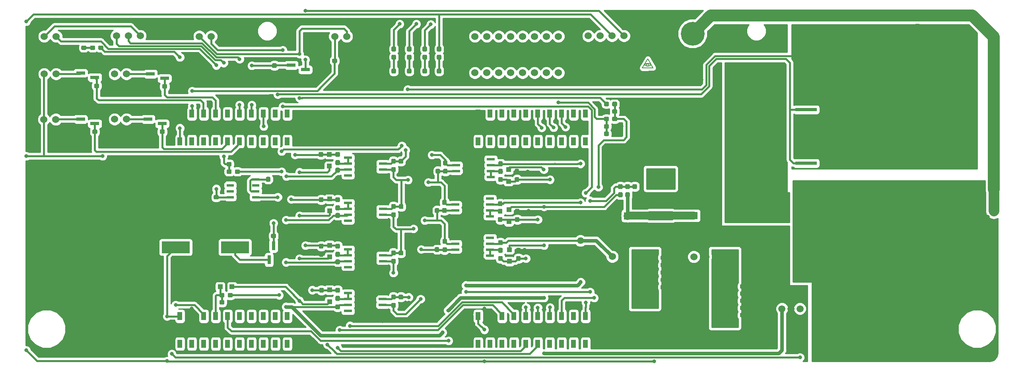
<source format=gbr>
G04 #@! TF.GenerationSoftware,KiCad,Pcbnew,(5.0.0)*
G04 #@! TF.CreationDate,2018-12-16T00:32:28-06:00*
G04 #@! TF.ProjectId,BMS_Hardware,424D535F48617264776172652E6B6963,rev?*
G04 #@! TF.SameCoordinates,Original*
G04 #@! TF.FileFunction,Copper,L1,Top,Signal*
G04 #@! TF.FilePolarity,Positive*
%FSLAX46Y46*%
G04 Gerber Fmt 4.6, Leading zero omitted, Abs format (unit mm)*
G04 Created by KiCad (PCBNEW (5.0.0)) date 12/16/18 00:32:28*
%MOMM*%
%LPD*%
G01*
G04 APERTURE LIST*
G04 #@! TA.AperFunction,EtchedComponent*
%ADD10C,0.150000*%
G04 #@! TD*
G04 #@! TA.AperFunction,Conductor*
%ADD11C,0.100000*%
G04 #@! TD*
G04 #@! TA.AperFunction,SMDPad,CuDef*
%ADD12C,0.950000*%
G04 #@! TD*
G04 #@! TA.AperFunction,SMDPad,CuDef*
%ADD13R,1.000000X1.000000*%
G04 #@! TD*
G04 #@! TA.AperFunction,ComponentPad*
%ADD14C,1.501140*%
G04 #@! TD*
G04 #@! TA.AperFunction,ComponentPad*
%ADD15O,9.144000X5.588000*%
G04 #@! TD*
G04 #@! TA.AperFunction,SMDPad,CuDef*
%ADD16R,6.000000X2.500000*%
G04 #@! TD*
G04 #@! TA.AperFunction,ComponentPad*
%ADD17C,1.524000*%
G04 #@! TD*
G04 #@! TA.AperFunction,SMDPad,CuDef*
%ADD18R,0.990600X1.778000*%
G04 #@! TD*
G04 #@! TA.AperFunction,SMDPad,CuDef*
%ADD19R,1.900000X0.800000*%
G04 #@! TD*
G04 #@! TA.AperFunction,SMDPad,CuDef*
%ADD20R,0.800000X1.900000*%
G04 #@! TD*
G04 #@! TA.AperFunction,SMDPad,CuDef*
%ADD21R,1.550000X0.600000*%
G04 #@! TD*
G04 #@! TA.AperFunction,ComponentPad*
%ADD22C,18.288000*%
G04 #@! TD*
G04 #@! TA.AperFunction,ComponentPad*
%ADD23C,1.600000*%
G04 #@! TD*
G04 #@! TA.AperFunction,ComponentPad*
%ADD24R,1.600000X1.600000*%
G04 #@! TD*
G04 #@! TA.AperFunction,SMDPad,CuDef*
%ADD25C,1.925000*%
G04 #@! TD*
G04 #@! TA.AperFunction,SMDPad,CuDef*
%ADD26R,4.600000X0.800000*%
G04 #@! TD*
G04 #@! TA.AperFunction,SMDPad,CuDef*
%ADD27R,9.400000X10.800000*%
G04 #@! TD*
G04 #@! TA.AperFunction,SMDPad,CuDef*
%ADD28R,4.550000X5.250000*%
G04 #@! TD*
G04 #@! TA.AperFunction,SMDPad,CuDef*
%ADD29R,1.750000X0.550000*%
G04 #@! TD*
G04 #@! TA.AperFunction,ComponentPad*
%ADD30C,5.080000*%
G04 #@! TD*
G04 #@! TA.AperFunction,ViaPad*
%ADD31C,0.800000*%
G04 #@! TD*
G04 #@! TA.AperFunction,ViaPad*
%ADD32C,1.054000*%
G04 #@! TD*
G04 #@! TA.AperFunction,ViaPad*
%ADD33C,1.440180*%
G04 #@! TD*
G04 #@! TA.AperFunction,ViaPad*
%ADD34C,0.799998*%
G04 #@! TD*
G04 #@! TA.AperFunction,Conductor*
%ADD35C,0.381000*%
G04 #@! TD*
G04 #@! TA.AperFunction,Conductor*
%ADD36C,2.540000*%
G04 #@! TD*
G04 #@! TA.AperFunction,Conductor*
%ADD37C,2.286000*%
G04 #@! TD*
G04 #@! TA.AperFunction,Conductor*
%ADD38C,1.651000*%
G04 #@! TD*
G04 #@! TA.AperFunction,Conductor*
%ADD39C,0.762000*%
G04 #@! TD*
G04 #@! TA.AperFunction,Conductor*
%ADD40C,0.254000*%
G04 #@! TD*
G04 APERTURE END LIST*
D10*
G04 #@! TO.C,G\002A\002A\002A*
X174106840Y-66045080D02*
X175260000Y-64079120D01*
X175260000Y-64079120D02*
X176357280Y-66014600D01*
X176357280Y-66014600D02*
X174117000Y-66034920D01*
X175495021Y-65374520D02*
G75*
G03X175495021Y-65374520I-260421J0D01*
G01*
X175970317Y-65373587D02*
G75*
G03X174508160Y-65374520I-730637J-691813D01*
G01*
X174563720Y-65378767D02*
G75*
G03X175961040Y-65364360I691200J730687D01*
G01*
G04 #@! TD*
D11*
G04 #@! TO.N,CELL_7-6_SENSE*
G04 #@! TO.C,R8*
G36*
X109480779Y-93597144D02*
X109503834Y-93600563D01*
X109526443Y-93606227D01*
X109548387Y-93614079D01*
X109569457Y-93624044D01*
X109589448Y-93636026D01*
X109608168Y-93649910D01*
X109625438Y-93665562D01*
X109641090Y-93682832D01*
X109654974Y-93701552D01*
X109666956Y-93721543D01*
X109676921Y-93742613D01*
X109684773Y-93764557D01*
X109690437Y-93787166D01*
X109693856Y-93810221D01*
X109695000Y-93833500D01*
X109695000Y-94408500D01*
X109693856Y-94431779D01*
X109690437Y-94454834D01*
X109684773Y-94477443D01*
X109676921Y-94499387D01*
X109666956Y-94520457D01*
X109654974Y-94540448D01*
X109641090Y-94559168D01*
X109625438Y-94576438D01*
X109608168Y-94592090D01*
X109589448Y-94605974D01*
X109569457Y-94617956D01*
X109548387Y-94627921D01*
X109526443Y-94635773D01*
X109503834Y-94641437D01*
X109480779Y-94644856D01*
X109457500Y-94646000D01*
X108982500Y-94646000D01*
X108959221Y-94644856D01*
X108936166Y-94641437D01*
X108913557Y-94635773D01*
X108891613Y-94627921D01*
X108870543Y-94617956D01*
X108850552Y-94605974D01*
X108831832Y-94592090D01*
X108814562Y-94576438D01*
X108798910Y-94559168D01*
X108785026Y-94540448D01*
X108773044Y-94520457D01*
X108763079Y-94499387D01*
X108755227Y-94477443D01*
X108749563Y-94454834D01*
X108746144Y-94431779D01*
X108745000Y-94408500D01*
X108745000Y-93833500D01*
X108746144Y-93810221D01*
X108749563Y-93787166D01*
X108755227Y-93764557D01*
X108763079Y-93742613D01*
X108773044Y-93721543D01*
X108785026Y-93701552D01*
X108798910Y-93682832D01*
X108814562Y-93665562D01*
X108831832Y-93649910D01*
X108850552Y-93636026D01*
X108870543Y-93624044D01*
X108891613Y-93614079D01*
X108913557Y-93606227D01*
X108936166Y-93600563D01*
X108959221Y-93597144D01*
X108982500Y-93596000D01*
X109457500Y-93596000D01*
X109480779Y-93597144D01*
X109480779Y-93597144D01*
G37*
D12*
G04 #@! TD*
G04 #@! TO.P,R8,1*
G04 #@! TO.N,CELL_7-6_SENSE*
X109220000Y-94121000D03*
D11*
G04 #@! TO.N,Net-(R8-Pad2)*
G04 #@! TO.C,R8*
G36*
X109480779Y-95347144D02*
X109503834Y-95350563D01*
X109526443Y-95356227D01*
X109548387Y-95364079D01*
X109569457Y-95374044D01*
X109589448Y-95386026D01*
X109608168Y-95399910D01*
X109625438Y-95415562D01*
X109641090Y-95432832D01*
X109654974Y-95451552D01*
X109666956Y-95471543D01*
X109676921Y-95492613D01*
X109684773Y-95514557D01*
X109690437Y-95537166D01*
X109693856Y-95560221D01*
X109695000Y-95583500D01*
X109695000Y-96158500D01*
X109693856Y-96181779D01*
X109690437Y-96204834D01*
X109684773Y-96227443D01*
X109676921Y-96249387D01*
X109666956Y-96270457D01*
X109654974Y-96290448D01*
X109641090Y-96309168D01*
X109625438Y-96326438D01*
X109608168Y-96342090D01*
X109589448Y-96355974D01*
X109569457Y-96367956D01*
X109548387Y-96377921D01*
X109526443Y-96385773D01*
X109503834Y-96391437D01*
X109480779Y-96394856D01*
X109457500Y-96396000D01*
X108982500Y-96396000D01*
X108959221Y-96394856D01*
X108936166Y-96391437D01*
X108913557Y-96385773D01*
X108891613Y-96377921D01*
X108870543Y-96367956D01*
X108850552Y-96355974D01*
X108831832Y-96342090D01*
X108814562Y-96326438D01*
X108798910Y-96309168D01*
X108785026Y-96290448D01*
X108773044Y-96270457D01*
X108763079Y-96249387D01*
X108755227Y-96227443D01*
X108749563Y-96204834D01*
X108746144Y-96181779D01*
X108745000Y-96158500D01*
X108745000Y-95583500D01*
X108746144Y-95560221D01*
X108749563Y-95537166D01*
X108755227Y-95514557D01*
X108763079Y-95492613D01*
X108773044Y-95471543D01*
X108785026Y-95451552D01*
X108798910Y-95432832D01*
X108814562Y-95415562D01*
X108831832Y-95399910D01*
X108850552Y-95386026D01*
X108870543Y-95374044D01*
X108891613Y-95364079D01*
X108913557Y-95356227D01*
X108936166Y-95350563D01*
X108959221Y-95347144D01*
X108982500Y-95346000D01*
X109457500Y-95346000D01*
X109480779Y-95347144D01*
X109480779Y-95347144D01*
G37*
D12*
G04 #@! TD*
G04 #@! TO.P,R8,2*
G04 #@! TO.N,Net-(R8-Pad2)*
X109220000Y-95871000D03*
D13*
G04 #@! TO.P,D14,2*
G04 #@! TO.N,CELL_8-7_SENSE*
X107442000Y-84475000D03*
G04 #@! TO.P,D14,1*
G04 #@! TO.N,+3V3*
X107442000Y-86975000D03*
G04 #@! TD*
G04 #@! TO.P,D15,2*
G04 #@! TO.N,CELL_7-6_SENSE*
X107505500Y-94000000D03*
G04 #@! TO.P,D15,1*
G04 #@! TO.N,+3V3*
X107505500Y-96500000D03*
G04 #@! TD*
G04 #@! TO.P,D16,2*
G04 #@! TO.N,CELL_6-5_SENSE*
X107505500Y-103842500D03*
G04 #@! TO.P,D16,1*
G04 #@! TO.N,+3V3*
X107505500Y-106342500D03*
G04 #@! TD*
G04 #@! TO.P,D17,2*
G04 #@! TO.N,CELL_5-4_SENSE*
X107505500Y-113367500D03*
G04 #@! TO.P,D17,1*
G04 #@! TO.N,+3V3*
X107505500Y-115867500D03*
G04 #@! TD*
G04 #@! TO.P,D18,2*
G04 #@! TO.N,CELL_4-3_SENSE*
X145796000Y-107295000D03*
G04 #@! TO.P,D18,1*
G04 #@! TO.N,+3V3*
X145796000Y-104795000D03*
G04 #@! TD*
G04 #@! TO.P,D19,2*
G04 #@! TO.N,CELL_3-2_SENSE*
X145669000Y-98786000D03*
G04 #@! TO.P,D19,1*
G04 #@! TO.N,+3V3*
X145669000Y-96286000D03*
G04 #@! TD*
G04 #@! TO.P,D20,2*
G04 #@! TO.N,CELL_2-1_SENSE*
X145605500Y-90213500D03*
G04 #@! TO.P,D20,1*
G04 #@! TO.N,+3V3*
X145605500Y-87713500D03*
G04 #@! TD*
G04 #@! TO.P,D22,2*
G04 #@! TO.N,V_OUT_SENSE*
X84221000Y-112712500D03*
G04 #@! TO.P,D22,1*
G04 #@! TO.N,+3V3*
X86721000Y-112712500D03*
G04 #@! TD*
D14*
G04 #@! TO.P,U1,1*
G04 #@! TO.N,+3V3*
X203829920Y-117381020D03*
G04 #@! TO.P,U1,3*
G04 #@! TO.N,PACK_I_SENSE*
X207650080Y-117381020D03*
G04 #@! TO.P,U1,2*
G04 #@! TO.N,GND*
X205740000Y-117381020D03*
D15*
G04 #@! TO.P,U1,4*
G04 #@! TO.N,/V_IN*
X210820000Y-95885000D03*
G04 #@! TO.P,U1,5*
G04 #@! TO.N,Net-(Q6-Pad2)*
X200660000Y-95885000D03*
G04 #@! TD*
D11*
G04 #@! TO.N,CELL_1*
G04 #@! TO.C,D8*
G36*
X132404279Y-85786644D02*
X132427334Y-85790063D01*
X132449943Y-85795727D01*
X132471887Y-85803579D01*
X132492957Y-85813544D01*
X132512948Y-85825526D01*
X132531668Y-85839410D01*
X132548938Y-85855062D01*
X132564590Y-85872332D01*
X132578474Y-85891052D01*
X132590456Y-85911043D01*
X132600421Y-85932113D01*
X132608273Y-85954057D01*
X132613937Y-85976666D01*
X132617356Y-85999721D01*
X132618500Y-86023000D01*
X132618500Y-86598000D01*
X132617356Y-86621279D01*
X132613937Y-86644334D01*
X132608273Y-86666943D01*
X132600421Y-86688887D01*
X132590456Y-86709957D01*
X132578474Y-86729948D01*
X132564590Y-86748668D01*
X132548938Y-86765938D01*
X132531668Y-86781590D01*
X132512948Y-86795474D01*
X132492957Y-86807456D01*
X132471887Y-86817421D01*
X132449943Y-86825273D01*
X132427334Y-86830937D01*
X132404279Y-86834356D01*
X132381000Y-86835500D01*
X131906000Y-86835500D01*
X131882721Y-86834356D01*
X131859666Y-86830937D01*
X131837057Y-86825273D01*
X131815113Y-86817421D01*
X131794043Y-86807456D01*
X131774052Y-86795474D01*
X131755332Y-86781590D01*
X131738062Y-86765938D01*
X131722410Y-86748668D01*
X131708526Y-86729948D01*
X131696544Y-86709957D01*
X131686579Y-86688887D01*
X131678727Y-86666943D01*
X131673063Y-86644334D01*
X131669644Y-86621279D01*
X131668500Y-86598000D01*
X131668500Y-86023000D01*
X131669644Y-85999721D01*
X131673063Y-85976666D01*
X131678727Y-85954057D01*
X131686579Y-85932113D01*
X131696544Y-85911043D01*
X131708526Y-85891052D01*
X131722410Y-85872332D01*
X131738062Y-85855062D01*
X131755332Y-85839410D01*
X131774052Y-85825526D01*
X131794043Y-85813544D01*
X131815113Y-85803579D01*
X131837057Y-85795727D01*
X131859666Y-85790063D01*
X131882721Y-85786644D01*
X131906000Y-85785500D01*
X132381000Y-85785500D01*
X132404279Y-85786644D01*
X132404279Y-85786644D01*
G37*
D12*
G04 #@! TD*
G04 #@! TO.P,D8,2*
G04 #@! TO.N,CELL_1*
X132143500Y-86310500D03*
D11*
G04 #@! TO.N,CELL_2*
G04 #@! TO.C,D8*
G36*
X132404279Y-87536644D02*
X132427334Y-87540063D01*
X132449943Y-87545727D01*
X132471887Y-87553579D01*
X132492957Y-87563544D01*
X132512948Y-87575526D01*
X132531668Y-87589410D01*
X132548938Y-87605062D01*
X132564590Y-87622332D01*
X132578474Y-87641052D01*
X132590456Y-87661043D01*
X132600421Y-87682113D01*
X132608273Y-87704057D01*
X132613937Y-87726666D01*
X132617356Y-87749721D01*
X132618500Y-87773000D01*
X132618500Y-88348000D01*
X132617356Y-88371279D01*
X132613937Y-88394334D01*
X132608273Y-88416943D01*
X132600421Y-88438887D01*
X132590456Y-88459957D01*
X132578474Y-88479948D01*
X132564590Y-88498668D01*
X132548938Y-88515938D01*
X132531668Y-88531590D01*
X132512948Y-88545474D01*
X132492957Y-88557456D01*
X132471887Y-88567421D01*
X132449943Y-88575273D01*
X132427334Y-88580937D01*
X132404279Y-88584356D01*
X132381000Y-88585500D01*
X131906000Y-88585500D01*
X131882721Y-88584356D01*
X131859666Y-88580937D01*
X131837057Y-88575273D01*
X131815113Y-88567421D01*
X131794043Y-88557456D01*
X131774052Y-88545474D01*
X131755332Y-88531590D01*
X131738062Y-88515938D01*
X131722410Y-88498668D01*
X131708526Y-88479948D01*
X131696544Y-88459957D01*
X131686579Y-88438887D01*
X131678727Y-88416943D01*
X131673063Y-88394334D01*
X131669644Y-88371279D01*
X131668500Y-88348000D01*
X131668500Y-87773000D01*
X131669644Y-87749721D01*
X131673063Y-87726666D01*
X131678727Y-87704057D01*
X131686579Y-87682113D01*
X131696544Y-87661043D01*
X131708526Y-87641052D01*
X131722410Y-87622332D01*
X131738062Y-87605062D01*
X131755332Y-87589410D01*
X131774052Y-87575526D01*
X131794043Y-87563544D01*
X131815113Y-87553579D01*
X131837057Y-87545727D01*
X131859666Y-87540063D01*
X131882721Y-87536644D01*
X131906000Y-87535500D01*
X132381000Y-87535500D01*
X132404279Y-87536644D01*
X132404279Y-87536644D01*
G37*
D12*
G04 #@! TD*
G04 #@! TO.P,D8,1*
G04 #@! TO.N,CELL_2*
X132143500Y-88060500D03*
D16*
G04 #@! TO.P,B1,1*
G04 #@! TO.N,+5V*
X74749000Y-104267000D03*
G04 #@! TO.P,B1,2*
G04 #@! TO.N,Net-(B1-Pad2)*
X87349000Y-104267000D03*
G04 #@! TD*
D11*
G04 #@! TO.N,GND*
G04 #@! TO.C,R23*
G36*
X86656779Y-115540644D02*
X86679834Y-115544063D01*
X86702443Y-115549727D01*
X86724387Y-115557579D01*
X86745457Y-115567544D01*
X86765448Y-115579526D01*
X86784168Y-115593410D01*
X86801438Y-115609062D01*
X86817090Y-115626332D01*
X86830974Y-115645052D01*
X86842956Y-115665043D01*
X86852921Y-115686113D01*
X86860773Y-115708057D01*
X86866437Y-115730666D01*
X86869856Y-115753721D01*
X86871000Y-115777000D01*
X86871000Y-116252000D01*
X86869856Y-116275279D01*
X86866437Y-116298334D01*
X86860773Y-116320943D01*
X86852921Y-116342887D01*
X86842956Y-116363957D01*
X86830974Y-116383948D01*
X86817090Y-116402668D01*
X86801438Y-116419938D01*
X86784168Y-116435590D01*
X86765448Y-116449474D01*
X86745457Y-116461456D01*
X86724387Y-116471421D01*
X86702443Y-116479273D01*
X86679834Y-116484937D01*
X86656779Y-116488356D01*
X86633500Y-116489500D01*
X86058500Y-116489500D01*
X86035221Y-116488356D01*
X86012166Y-116484937D01*
X85989557Y-116479273D01*
X85967613Y-116471421D01*
X85946543Y-116461456D01*
X85926552Y-116449474D01*
X85907832Y-116435590D01*
X85890562Y-116419938D01*
X85874910Y-116402668D01*
X85861026Y-116383948D01*
X85849044Y-116363957D01*
X85839079Y-116342887D01*
X85831227Y-116320943D01*
X85825563Y-116298334D01*
X85822144Y-116275279D01*
X85821000Y-116252000D01*
X85821000Y-115777000D01*
X85822144Y-115753721D01*
X85825563Y-115730666D01*
X85831227Y-115708057D01*
X85839079Y-115686113D01*
X85849044Y-115665043D01*
X85861026Y-115645052D01*
X85874910Y-115626332D01*
X85890562Y-115609062D01*
X85907832Y-115593410D01*
X85926552Y-115579526D01*
X85946543Y-115567544D01*
X85967613Y-115557579D01*
X85989557Y-115549727D01*
X86012166Y-115544063D01*
X86035221Y-115540644D01*
X86058500Y-115539500D01*
X86633500Y-115539500D01*
X86656779Y-115540644D01*
X86656779Y-115540644D01*
G37*
D12*
G04 #@! TD*
G04 #@! TO.P,R23,1*
G04 #@! TO.N,GND*
X86346000Y-116014500D03*
D11*
G04 #@! TO.N,V_OUT_SENSE*
G04 #@! TO.C,R23*
G36*
X84906779Y-115540644D02*
X84929834Y-115544063D01*
X84952443Y-115549727D01*
X84974387Y-115557579D01*
X84995457Y-115567544D01*
X85015448Y-115579526D01*
X85034168Y-115593410D01*
X85051438Y-115609062D01*
X85067090Y-115626332D01*
X85080974Y-115645052D01*
X85092956Y-115665043D01*
X85102921Y-115686113D01*
X85110773Y-115708057D01*
X85116437Y-115730666D01*
X85119856Y-115753721D01*
X85121000Y-115777000D01*
X85121000Y-116252000D01*
X85119856Y-116275279D01*
X85116437Y-116298334D01*
X85110773Y-116320943D01*
X85102921Y-116342887D01*
X85092956Y-116363957D01*
X85080974Y-116383948D01*
X85067090Y-116402668D01*
X85051438Y-116419938D01*
X85034168Y-116435590D01*
X85015448Y-116449474D01*
X84995457Y-116461456D01*
X84974387Y-116471421D01*
X84952443Y-116479273D01*
X84929834Y-116484937D01*
X84906779Y-116488356D01*
X84883500Y-116489500D01*
X84308500Y-116489500D01*
X84285221Y-116488356D01*
X84262166Y-116484937D01*
X84239557Y-116479273D01*
X84217613Y-116471421D01*
X84196543Y-116461456D01*
X84176552Y-116449474D01*
X84157832Y-116435590D01*
X84140562Y-116419938D01*
X84124910Y-116402668D01*
X84111026Y-116383948D01*
X84099044Y-116363957D01*
X84089079Y-116342887D01*
X84081227Y-116320943D01*
X84075563Y-116298334D01*
X84072144Y-116275279D01*
X84071000Y-116252000D01*
X84071000Y-115777000D01*
X84072144Y-115753721D01*
X84075563Y-115730666D01*
X84081227Y-115708057D01*
X84089079Y-115686113D01*
X84099044Y-115665043D01*
X84111026Y-115645052D01*
X84124910Y-115626332D01*
X84140562Y-115609062D01*
X84157832Y-115593410D01*
X84176552Y-115579526D01*
X84196543Y-115567544D01*
X84217613Y-115557579D01*
X84239557Y-115549727D01*
X84262166Y-115544063D01*
X84285221Y-115540644D01*
X84308500Y-115539500D01*
X84883500Y-115539500D01*
X84906779Y-115540644D01*
X84906779Y-115540644D01*
G37*
D12*
G04 #@! TD*
G04 #@! TO.P,R23,2*
G04 #@! TO.N,V_OUT_SENSE*
X84596000Y-116014500D03*
D17*
G04 #@! TO.P,Conn2,1*
G04 #@! TO.N,CELL_1*
X156210000Y-59309000D03*
G04 #@! TO.P,Conn2,2*
G04 #@! TO.N,CELL_2*
X153670000Y-59309000D03*
G04 #@! TO.P,Conn2,3*
G04 #@! TO.N,CELL_3*
X151130000Y-59309000D03*
G04 #@! TO.P,Conn2,4*
G04 #@! TO.N,CELL_4*
X148590000Y-59309000D03*
G04 #@! TO.P,Conn2,5*
G04 #@! TO.N,CELL_5*
X146050000Y-59309000D03*
G04 #@! TO.P,Conn2,6*
G04 #@! TO.N,CELL_6*
X143510000Y-59309000D03*
G04 #@! TO.P,Conn2,7*
G04 #@! TO.N,CELL_7*
X140970000Y-59309000D03*
G04 #@! TO.P,Conn2,8*
G04 #@! TO.N,CELL_8*
X138430000Y-59309000D03*
G04 #@! TO.P,Conn2,9*
G04 #@! TO.N,GND*
X135890000Y-59309000D03*
G04 #@! TD*
G04 #@! TO.P,Conn1,9*
G04 #@! TO.N,GND*
X135890000Y-67056000D03*
G04 #@! TO.P,Conn1,8*
G04 #@! TO.N,CELL_8*
X138430000Y-67056000D03*
G04 #@! TO.P,Conn1,7*
G04 #@! TO.N,CELL_7*
X140970000Y-67056000D03*
G04 #@! TO.P,Conn1,6*
G04 #@! TO.N,CELL_6*
X143510000Y-67056000D03*
G04 #@! TO.P,Conn1,5*
G04 #@! TO.N,CELL_5*
X146050000Y-67056000D03*
G04 #@! TO.P,Conn1,4*
G04 #@! TO.N,CELL_4*
X148590000Y-67056000D03*
G04 #@! TO.P,Conn1,3*
G04 #@! TO.N,CELL_3*
X151130000Y-67056000D03*
G04 #@! TO.P,Conn1,2*
G04 #@! TO.N,CELL_2*
X153670000Y-67056000D03*
G04 #@! TO.P,Conn1,1*
G04 #@! TO.N,CELL_1*
X156210000Y-67056000D03*
G04 #@! TD*
D18*
G04 #@! TO.P,U21,PP2*
G04 #@! TO.N,Net-(U21-PadPP2)*
X98501200Y-75793600D03*
G04 #@! TO.P,U21,PN3*
G04 #@! TO.N,Net-(U21-PadPN3)*
X95961200Y-75793600D03*
G04 #@! TO.P,U21,PN2*
G04 #@! TO.N,BUZZER*
X93421200Y-75793600D03*
G04 #@! TO.P,U21,PD0*
G04 #@! TO.N,LOGIC_SWITCH*
X90881200Y-75793600D03*
G04 #@! TO.P,U21,PD1*
G04 #@! TO.N,PACK_GATE*
X88341200Y-75793600D03*
G04 #@! TO.P,U21,Rese*
G04 #@! TO.N,Net-(U21-PadRese)*
X85801200Y-75793600D03*
G04 #@! TO.P,U21,PH3*
G04 #@! TO.N,FAN_CTL_2*
X83261200Y-75793600D03*
G04 #@! TO.P,U21,PH2*
G04 #@! TO.N,FAN_CTL_1*
X80721200Y-75793600D03*
G04 #@! TO.P,U21,PM3*
G04 #@! TO.N,TEMP_D_OUT*
X78181200Y-75793600D03*
G04 #@! TO.P,U21,GND*
G04 #@! TO.N,GND*
X75641200Y-75793600D03*
G04 #@! TO.P,U21,PL3*
G04 #@! TO.N,Net-(U21-PadPL3)*
X98501200Y-81686400D03*
G04 #@! TO.P,U21,PL2*
G04 #@! TO.N,Net-(U21-PadPL2)*
X95961200Y-81686400D03*
G04 #@! TO.P,U21,PL1*
G04 #@! TO.N,Net-(U21-PadPL1)*
X93421200Y-81686400D03*
G04 #@! TO.P,U21,PL0*
G04 #@! TO.N,Net-(U21-PadPL0)*
X90881200Y-81686400D03*
G04 #@! TO.P,U21,PL5*
G04 #@! TO.N,FAN_CTL_3*
X88341200Y-81686400D03*
G04 #@! TO.P,U21,PL4*
G04 #@! TO.N,FAN_CTL_4*
X85801200Y-81686400D03*
G04 #@! TO.P,U21,PG0*
G04 #@! TO.N,Net-(U21-PadPG0)*
X83261200Y-81686400D03*
G04 #@! TO.P,U21,PF3*
G04 #@! TO.N,Net-(U21-PadPF3)*
X80721200Y-81686400D03*
G04 #@! TO.P,U21,PF2*
G04 #@! TO.N,Net-(U21-PadPF2)*
X78181200Y-81686400D03*
G04 #@! TO.P,U21,PF1*
G04 #@! TO.N,FAN_PWR*
X75641200Y-81686400D03*
G04 #@! TO.P,U21,PB3*
G04 #@! TO.N,Net-(U21-PadPB3)*
X98501200Y-124866400D03*
G04 #@! TO.P,U21,PB2*
G04 #@! TO.N,Net-(U21-PadPB2)*
X95961200Y-124866400D03*
G04 #@! TO.P,U21,PC7*
G04 #@! TO.N,Net-(U21-PadPC7)*
X93421200Y-124866400D03*
G04 #@! TO.P,U21,PD3*
G04 #@! TO.N,Net-(U21-PadPD3)*
X90881200Y-124866400D03*
G04 #@! TO.P,U21,PE5*
G04 #@! TO.N,Net-(U21-PadPE5)*
X88341200Y-124866400D03*
G04 #@! TO.P,U21,PC6*
G04 #@! TO.N,Net-(U21-PadPC6)*
X85801200Y-124866400D03*
G04 #@! TO.P,U21,PC5*
G04 #@! TO.N,Net-(U21-PadPC5)*
X83261200Y-124866400D03*
G04 #@! TO.P,U21,PC4*
G04 #@! TO.N,Net-(U21-PadPC4)*
X80721200Y-124866400D03*
G04 #@! TO.P,U21,PE4*
G04 #@! TO.N,Net-(U21-PadPE4)*
X78181200Y-124866400D03*
G04 #@! TO.P,U21,+3V3*
G04 #@! TO.N,Net-(U21-Pad+3V3)*
X75641200Y-124866400D03*
G04 #@! TO.P,U21,PM5*
G04 #@! TO.N,Net-(U21-PadPM5)*
X98501200Y-118973600D03*
G04 #@! TO.P,U21,PM4*
G04 #@! TO.N,Net-(U21-PadPM4)*
X95961200Y-118973600D03*
G04 #@! TO.P,U21,PA6*
G04 #@! TO.N,Net-(U21-PadPA6)*
X93421200Y-118973600D03*
G04 #@! TO.P,U21,PD7*
G04 #@! TO.N,Net-(U21-PadPD7)*
X90881200Y-118973600D03*
G04 #@! TO.P,U21,PE3*
G04 #@! TO.N,Net-(U21-PadPE3)*
X88341200Y-118973600D03*
G04 #@! TO.P,U21,PE2*
G04 #@! TO.N,V_LOG_SENSE*
X85801200Y-118973600D03*
G04 #@! TO.P,U21,PE1*
G04 #@! TO.N,V_OUT_SENSE*
X83261200Y-118973600D03*
G04 #@! TO.P,U21,PE0*
G04 #@! TO.N,PACK_I_SENSE*
X80721200Y-118973600D03*
G04 #@! TO.P,U21,GND*
G04 #@! TO.N,GND*
X78181200Y-118973600D03*
G04 #@! TO.P,U21,+5V*
G04 #@! TO.N,+5V*
X75641200Y-118973600D03*
G04 #@! TO.P,U21,PP5*
G04 #@! TO.N,Net-(U21-PadPP5)*
X144221200Y-75793600D03*
G04 #@! TO.P,U21,PM7*
G04 #@! TO.N,Net-(U21-PadPM7)*
X141681200Y-75793600D03*
G04 #@! TO.P,U21,GND*
G04 #@! TO.N,GND*
X139141200Y-75793600D03*
G04 #@! TO.P,U21,PK7*
G04 #@! TO.N,Net-(U21-PadPK7)*
X162001200Y-81686400D03*
G04 #@! TO.P,U21,PK6*
G04 #@! TO.N,Net-(U21-PadPK6)*
X159461200Y-81686400D03*
G04 #@! TO.P,U21,PH1*
G04 #@! TO.N,Net-(U21-PadPH1)*
X156921200Y-81686400D03*
G04 #@! TO.P,U21,PH0*
G04 #@! TO.N,Net-(U21-PadPH0)*
X154381200Y-81686400D03*
G04 #@! TO.P,U21,PM2*
G04 #@! TO.N,Net-(U21-PadPM2)*
X151841200Y-81686400D03*
G04 #@! TO.P,U21,PM1*
G04 #@! TO.N,Net-(U21-PadPM1)*
X149301200Y-81686400D03*
G04 #@! TO.P,U21,PM0*
G04 #@! TO.N,Net-(U21-PadPM0)*
X146761200Y-81686400D03*
G04 #@! TO.P,U21,PK5*
G04 #@! TO.N,Net-(U21-PadPK5)*
X144221200Y-81686400D03*
G04 #@! TO.P,U21,PK4*
G04 #@! TO.N,Net-(U21-PadPK4)*
X141681200Y-81686400D03*
G04 #@! TO.P,U21,PG1*
G04 #@! TO.N,Net-(U21-PadPG1)*
X139141200Y-81686400D03*
G04 #@! TO.P,U21,PN4*
G04 #@! TO.N,Net-(U21-PadPN4)*
X162001200Y-124866400D03*
G04 #@! TO.P,U21,PP4*
G04 #@! TO.N,Net-(U21-PadPP4)*
X156921200Y-124866400D03*
G04 #@! TO.P,U21,PD5*
G04 #@! TO.N,CELL_7-6_SENSE*
X151841200Y-124866400D03*
G04 #@! TO.P,U21,PD4*
G04 #@! TO.N,CELL_8-7_SENSE*
X149301200Y-124866400D03*
G04 #@! TO.P,U21,PP1*
G04 #@! TO.N,Net-(U21-PadPP1)*
X146761200Y-124866400D03*
G04 #@! TO.P,U21,PP0*
G04 #@! TO.N,Net-(U21-PadPP0)*
X144221200Y-124866400D03*
G04 #@! TO.P,U21,PD2*
G04 #@! TO.N,Net-(U21-PadPD2)*
X141681200Y-124866400D03*
G04 #@! TO.P,U21,PA5*
G04 #@! TO.N,SER_TX_IND*
X162001200Y-118973600D03*
G04 #@! TO.P,U21,PK3*
G04 #@! TO.N,CELL_1-GND_SENSE*
X156921200Y-118973600D03*
G04 #@! TO.P,U21,PB5*
G04 #@! TO.N,CELL_5-4_SENSE*
X146761200Y-118973600D03*
G04 #@! TO.P,U21,PB4*
G04 #@! TO.N,CELL_6-5_SENSE*
X144221200Y-118973600D03*
G04 #@! TO.P,U21,GND*
G04 #@! TO.N,GND*
X141681200Y-118973600D03*
G04 #@! TO.P,U21,+5V*
G04 #@! TO.N,+5V*
X139141200Y-118973600D03*
G04 #@! TO.P,U21,PK1*
G04 #@! TO.N,CELL_3-2_SENSE*
X151841200Y-118973600D03*
G04 #@! TO.P,U21,PK2*
G04 #@! TO.N,CELL_2-1_SENSE*
X154381200Y-118973600D03*
G04 #@! TO.P,U21,PN5*
G04 #@! TO.N,Net-(U21-PadPN5)*
X159461200Y-124866400D03*
G04 #@! TO.P,U21,PA7*
G04 #@! TO.N,Net-(U21-PadPA7)*
X146761200Y-75793600D03*
G04 #@! TO.P,U21,Rese*
G04 #@! TO.N,Net-(U21-PadRese)*
X149301200Y-75793600D03*
G04 #@! TO.P,U21,PA4*
G04 #@! TO.N,Net-(U21-PadPA4)*
X159461200Y-118973600D03*
G04 #@! TO.P,U21,PQ0*
G04 #@! TO.N,Net-(U21-PadPQ0)*
X154381200Y-124866400D03*
G04 #@! TO.P,U21,PP3*
G04 #@! TO.N,SW_ERR*
X156921200Y-75793600D03*
G04 #@! TO.P,U21,PQ3*
G04 #@! TO.N,SW_IND*
X154381200Y-75793600D03*
G04 #@! TO.P,U21,PK0*
G04 #@! TO.N,CELL_4-3_SENSE*
X149301200Y-118973600D03*
G04 #@! TO.P,U21,PQ2*
G04 #@! TO.N,PACK_V_IND*
X151841200Y-75793600D03*
G04 #@! TO.P,U21,PQ1*
G04 #@! TO.N,Net-(U21-PadPQ1)*
X159461200Y-75793600D03*
G04 #@! TO.P,U21,PM6*
G04 #@! TO.N,Net-(U21-PadPM6)*
X162001200Y-75793600D03*
G04 #@! TO.P,U21,+3V3*
G04 #@! TO.N,Net-(U21-Pad+3V3)*
X139141200Y-124866400D03*
G04 #@! TD*
D19*
G04 #@! TO.P,Q1,3*
G04 #@! TO.N,Net-(Q1-Pad3)*
X54507000Y-67119500D03*
G04 #@! TO.P,Q1,2*
G04 #@! TO.N,GND*
X57507000Y-66169500D03*
G04 #@! TO.P,Q1,1*
G04 #@! TO.N,FAN_CTL_1*
X57507000Y-68069500D03*
G04 #@! TD*
G04 #@! TO.P,Q2,1*
G04 #@! TO.N,LOGIC_SWITCH*
X99328049Y-65446607D03*
G04 #@! TO.P,Q2,2*
G04 #@! TO.N,GND*
X99328049Y-67346607D03*
G04 #@! TO.P,Q2,3*
G04 #@! TO.N,Net-(Q2-Pad3)*
X102328049Y-66396607D03*
G04 #@! TD*
D20*
G04 #@! TO.P,Q3,1*
G04 #@! TO.N,BUZZER*
X95565000Y-103935400D03*
G04 #@! TO.P,Q3,2*
G04 #@! TO.N,GND*
X93665000Y-103935400D03*
G04 #@! TO.P,Q3,3*
G04 #@! TO.N,Net-(B1-Pad2)*
X94615000Y-106935400D03*
G04 #@! TD*
D19*
G04 #@! TO.P,Q4,1*
G04 #@! TO.N,FAN_CTL_2*
X72366000Y-68260000D03*
G04 #@! TO.P,Q4,2*
G04 #@! TO.N,GND*
X72366000Y-66360000D03*
G04 #@! TO.P,Q4,3*
G04 #@! TO.N,Net-(Q4-Pad3)*
X69366000Y-67310000D03*
G04 #@! TD*
G04 #@! TO.P,Q5,3*
G04 #@! TO.N,Net-(Q5-Pad3)*
X54507000Y-76962000D03*
G04 #@! TO.P,Q5,2*
G04 #@! TO.N,GND*
X57507000Y-76012000D03*
G04 #@! TO.P,Q5,1*
G04 #@! TO.N,FAN_CTL_3*
X57507000Y-77912000D03*
G04 #@! TD*
G04 #@! TO.P,Q8,3*
G04 #@! TO.N,Net-(Q8-Pad3)*
X68858000Y-76962000D03*
G04 #@! TO.P,Q8,2*
G04 #@! TO.N,GND*
X71858000Y-76012000D03*
G04 #@! TO.P,Q8,1*
G04 #@! TO.N,FAN_CTL_4*
X71858000Y-77912000D03*
G04 #@! TD*
D17*
G04 #@! TO.P,U2,1*
G04 #@! TO.N,+5V*
X46736000Y-67310000D03*
G04 #@! TO.P,U2,2*
G04 #@! TO.N,Net-(Q1-Pad3)*
X49276000Y-67310000D03*
G04 #@! TD*
G04 #@! TO.P,U4,2*
G04 #@! TO.N,Net-(Q4-Pad3)*
X64262000Y-67310000D03*
G04 #@! TO.P,U4,1*
G04 #@! TO.N,+5V*
X61722000Y-67310000D03*
G04 #@! TD*
G04 #@! TO.P,U5,1*
G04 #@! TO.N,Net-(Q2-Pad3)*
X170180000Y-59182000D03*
G04 #@! TO.P,U5,2*
G04 #@! TO.N,+5V*
X167640000Y-59182000D03*
G04 #@! TO.P,U5,3*
G04 #@! TO.N,Net-(Q6-Pad2)*
X165100000Y-59182000D03*
G04 #@! TO.P,U5,4*
G04 #@! TO.N,Net-(F1-Pad2)*
X162560000Y-59182000D03*
X162560000Y-59182000D03*
G04 #@! TD*
D21*
G04 #@! TO.P,U6,8*
G04 #@! TO.N,Net-(C10-Pad1)*
X91765100Y-89776300D03*
G04 #@! TO.P,U6,7*
G04 #@! TO.N,N/C*
X91765100Y-91046300D03*
G04 #@! TO.P,U6,6*
G04 #@! TO.N,Net-(C10-Pad1)*
X91765100Y-92316300D03*
G04 #@! TO.P,U6,5*
G04 #@! TO.N,E-Stop_Gate*
X91765100Y-93586300D03*
G04 #@! TO.P,U6,4*
G04 #@! TO.N,Net-(R13-Pad1)*
X86365100Y-93586300D03*
G04 #@! TO.P,U6,3*
G04 #@! TO.N,Net-(U6-Pad3)*
X86365100Y-92316300D03*
G04 #@! TO.P,U6,2*
G04 #@! TO.N,Net-(U6-Pad2)*
X86365100Y-91046300D03*
G04 #@! TO.P,U6,1*
G04 #@! TO.N,GND*
X86365100Y-89776300D03*
G04 #@! TD*
D17*
G04 #@! TO.P,U7,1*
G04 #@! TO.N,Net-(R13-Pad1)*
X49276000Y-59309000D03*
G04 #@! TO.P,U7,2*
G04 #@! TO.N,Net-(U10-Pad1)*
X46736000Y-59309000D03*
G04 #@! TD*
G04 #@! TO.P,U8,1*
G04 #@! TO.N,+5V*
X46685200Y-77012800D03*
G04 #@! TO.P,U8,2*
G04 #@! TO.N,Net-(Q5-Pad3)*
X49225200Y-77012800D03*
G04 #@! TD*
G04 #@! TO.P,U10,4*
G04 #@! TO.N,GND*
X59563000Y-59182000D03*
X59563000Y-59182000D03*
G04 #@! TO.P,U10,3*
G04 #@! TO.N,Net-(R18-Pad1)*
X62103000Y-59182000D03*
G04 #@! TO.P,U10,2*
G04 #@! TO.N,PACK_GATE*
X64643000Y-59182000D03*
G04 #@! TO.P,U10,1*
G04 #@! TO.N,Net-(U10-Pad1)*
X67183000Y-59182000D03*
G04 #@! TD*
G04 #@! TO.P,U11,3*
G04 #@! TO.N,GND*
X106045000Y-59309000D03*
G04 #@! TO.P,U11,2*
G04 #@! TO.N,TEMP_D_OUT*
X108585000Y-59309000D03*
G04 #@! TO.P,U11,1*
G04 #@! TO.N,+3V3*
X111125000Y-59309000D03*
G04 #@! TD*
G04 #@! TO.P,U12,2*
G04 #@! TO.N,Net-(Q8-Pad3)*
X64262000Y-76962000D03*
G04 #@! TO.P,U12,1*
G04 #@! TO.N,+5V*
X61722000Y-76962000D03*
G04 #@! TD*
G04 #@! TO.P,U17,1*
G04 #@! TO.N,SER_TX_IND*
X82296000Y-59309000D03*
G04 #@! TO.P,U17,2*
G04 #@! TO.N,+3V3*
X79756000Y-59309000D03*
G04 #@! TO.P,U17,3*
G04 #@! TO.N,GND*
X77216000Y-59309000D03*
G04 #@! TD*
G04 #@! TO.P,U18,1*
G04 #@! TO.N,LOGIC_PWR*
X167690800Y-106273600D03*
G04 #@! TO.P,U18,2*
G04 #@! TO.N,GND*
X170230800Y-106273600D03*
G04 #@! TO.P,U18,3*
G04 #@! TO.N,+5V*
X172770800Y-106273600D03*
G04 #@! TD*
D22*
G04 #@! TO.P,V1,1*
G04 #@! TO.N,GND*
X59944000Y-100711000D03*
G04 #@! TD*
G04 #@! TO.P,V2,1*
G04 #@! TO.N,/V_IN*
X232664000Y-100711000D03*
G04 #@! TD*
G04 #@! TO.P,V3,1*
G04 #@! TO.N,V_OUT*
X232664000Y-65786000D03*
G04 #@! TD*
D11*
G04 #@! TO.N,CELL_1*
G04 #@! TO.C,C1*
G36*
X166758279Y-79599644D02*
X166781334Y-79603063D01*
X166803943Y-79608727D01*
X166825887Y-79616579D01*
X166846957Y-79626544D01*
X166866948Y-79638526D01*
X166885668Y-79652410D01*
X166902938Y-79668062D01*
X166918590Y-79685332D01*
X166932474Y-79704052D01*
X166944456Y-79724043D01*
X166954421Y-79745113D01*
X166962273Y-79767057D01*
X166967937Y-79789666D01*
X166971356Y-79812721D01*
X166972500Y-79836000D01*
X166972500Y-80311000D01*
X166971356Y-80334279D01*
X166967937Y-80357334D01*
X166962273Y-80379943D01*
X166954421Y-80401887D01*
X166944456Y-80422957D01*
X166932474Y-80442948D01*
X166918590Y-80461668D01*
X166902938Y-80478938D01*
X166885668Y-80494590D01*
X166866948Y-80508474D01*
X166846957Y-80520456D01*
X166825887Y-80530421D01*
X166803943Y-80538273D01*
X166781334Y-80543937D01*
X166758279Y-80547356D01*
X166735000Y-80548500D01*
X166160000Y-80548500D01*
X166136721Y-80547356D01*
X166113666Y-80543937D01*
X166091057Y-80538273D01*
X166069113Y-80530421D01*
X166048043Y-80520456D01*
X166028052Y-80508474D01*
X166009332Y-80494590D01*
X165992062Y-80478938D01*
X165976410Y-80461668D01*
X165962526Y-80442948D01*
X165950544Y-80422957D01*
X165940579Y-80401887D01*
X165932727Y-80379943D01*
X165927063Y-80357334D01*
X165923644Y-80334279D01*
X165922500Y-80311000D01*
X165922500Y-79836000D01*
X165923644Y-79812721D01*
X165927063Y-79789666D01*
X165932727Y-79767057D01*
X165940579Y-79745113D01*
X165950544Y-79724043D01*
X165962526Y-79704052D01*
X165976410Y-79685332D01*
X165992062Y-79668062D01*
X166009332Y-79652410D01*
X166028052Y-79638526D01*
X166048043Y-79626544D01*
X166069113Y-79616579D01*
X166091057Y-79608727D01*
X166113666Y-79603063D01*
X166136721Y-79599644D01*
X166160000Y-79598500D01*
X166735000Y-79598500D01*
X166758279Y-79599644D01*
X166758279Y-79599644D01*
G37*
D12*
G04 #@! TD*
G04 #@! TO.P,C1,2*
G04 #@! TO.N,CELL_1*
X166447500Y-80073500D03*
D11*
G04 #@! TO.N,GND*
G04 #@! TO.C,C1*
G36*
X168508279Y-79599644D02*
X168531334Y-79603063D01*
X168553943Y-79608727D01*
X168575887Y-79616579D01*
X168596957Y-79626544D01*
X168616948Y-79638526D01*
X168635668Y-79652410D01*
X168652938Y-79668062D01*
X168668590Y-79685332D01*
X168682474Y-79704052D01*
X168694456Y-79724043D01*
X168704421Y-79745113D01*
X168712273Y-79767057D01*
X168717937Y-79789666D01*
X168721356Y-79812721D01*
X168722500Y-79836000D01*
X168722500Y-80311000D01*
X168721356Y-80334279D01*
X168717937Y-80357334D01*
X168712273Y-80379943D01*
X168704421Y-80401887D01*
X168694456Y-80422957D01*
X168682474Y-80442948D01*
X168668590Y-80461668D01*
X168652938Y-80478938D01*
X168635668Y-80494590D01*
X168616948Y-80508474D01*
X168596957Y-80520456D01*
X168575887Y-80530421D01*
X168553943Y-80538273D01*
X168531334Y-80543937D01*
X168508279Y-80547356D01*
X168485000Y-80548500D01*
X167910000Y-80548500D01*
X167886721Y-80547356D01*
X167863666Y-80543937D01*
X167841057Y-80538273D01*
X167819113Y-80530421D01*
X167798043Y-80520456D01*
X167778052Y-80508474D01*
X167759332Y-80494590D01*
X167742062Y-80478938D01*
X167726410Y-80461668D01*
X167712526Y-80442948D01*
X167700544Y-80422957D01*
X167690579Y-80401887D01*
X167682727Y-80379943D01*
X167677063Y-80357334D01*
X167673644Y-80334279D01*
X167672500Y-80311000D01*
X167672500Y-79836000D01*
X167673644Y-79812721D01*
X167677063Y-79789666D01*
X167682727Y-79767057D01*
X167690579Y-79745113D01*
X167700544Y-79724043D01*
X167712526Y-79704052D01*
X167726410Y-79685332D01*
X167742062Y-79668062D01*
X167759332Y-79652410D01*
X167778052Y-79638526D01*
X167798043Y-79626544D01*
X167819113Y-79616579D01*
X167841057Y-79608727D01*
X167863666Y-79603063D01*
X167886721Y-79599644D01*
X167910000Y-79598500D01*
X168485000Y-79598500D01*
X168508279Y-79599644D01*
X168508279Y-79599644D01*
G37*
D12*
G04 #@! TD*
G04 #@! TO.P,C1,1*
G04 #@! TO.N,GND*
X168197500Y-80073500D03*
D11*
G04 #@! TO.N,GND*
G04 #@! TO.C,C2*
G36*
X144151779Y-84199144D02*
X144174834Y-84202563D01*
X144197443Y-84208227D01*
X144219387Y-84216079D01*
X144240457Y-84226044D01*
X144260448Y-84238026D01*
X144279168Y-84251910D01*
X144296438Y-84267562D01*
X144312090Y-84284832D01*
X144325974Y-84303552D01*
X144337956Y-84323543D01*
X144347921Y-84344613D01*
X144355773Y-84366557D01*
X144361437Y-84389166D01*
X144364856Y-84412221D01*
X144366000Y-84435500D01*
X144366000Y-85010500D01*
X144364856Y-85033779D01*
X144361437Y-85056834D01*
X144355773Y-85079443D01*
X144347921Y-85101387D01*
X144337956Y-85122457D01*
X144325974Y-85142448D01*
X144312090Y-85161168D01*
X144296438Y-85178438D01*
X144279168Y-85194090D01*
X144260448Y-85207974D01*
X144240457Y-85219956D01*
X144219387Y-85229921D01*
X144197443Y-85237773D01*
X144174834Y-85243437D01*
X144151779Y-85246856D01*
X144128500Y-85248000D01*
X143653500Y-85248000D01*
X143630221Y-85246856D01*
X143607166Y-85243437D01*
X143584557Y-85237773D01*
X143562613Y-85229921D01*
X143541543Y-85219956D01*
X143521552Y-85207974D01*
X143502832Y-85194090D01*
X143485562Y-85178438D01*
X143469910Y-85161168D01*
X143456026Y-85142448D01*
X143444044Y-85122457D01*
X143434079Y-85101387D01*
X143426227Y-85079443D01*
X143420563Y-85056834D01*
X143417144Y-85033779D01*
X143416000Y-85010500D01*
X143416000Y-84435500D01*
X143417144Y-84412221D01*
X143420563Y-84389166D01*
X143426227Y-84366557D01*
X143434079Y-84344613D01*
X143444044Y-84323543D01*
X143456026Y-84303552D01*
X143469910Y-84284832D01*
X143485562Y-84267562D01*
X143502832Y-84251910D01*
X143521552Y-84238026D01*
X143541543Y-84226044D01*
X143562613Y-84216079D01*
X143584557Y-84208227D01*
X143607166Y-84202563D01*
X143630221Y-84199144D01*
X143653500Y-84198000D01*
X144128500Y-84198000D01*
X144151779Y-84199144D01*
X144151779Y-84199144D01*
G37*
D12*
G04 #@! TD*
G04 #@! TO.P,C2,1*
G04 #@! TO.N,GND*
X143891000Y-84723000D03*
D11*
G04 #@! TO.N,LOGIC_PWR*
G04 #@! TO.C,C2*
G36*
X144151779Y-85949144D02*
X144174834Y-85952563D01*
X144197443Y-85958227D01*
X144219387Y-85966079D01*
X144240457Y-85976044D01*
X144260448Y-85988026D01*
X144279168Y-86001910D01*
X144296438Y-86017562D01*
X144312090Y-86034832D01*
X144325974Y-86053552D01*
X144337956Y-86073543D01*
X144347921Y-86094613D01*
X144355773Y-86116557D01*
X144361437Y-86139166D01*
X144364856Y-86162221D01*
X144366000Y-86185500D01*
X144366000Y-86760500D01*
X144364856Y-86783779D01*
X144361437Y-86806834D01*
X144355773Y-86829443D01*
X144347921Y-86851387D01*
X144337956Y-86872457D01*
X144325974Y-86892448D01*
X144312090Y-86911168D01*
X144296438Y-86928438D01*
X144279168Y-86944090D01*
X144260448Y-86957974D01*
X144240457Y-86969956D01*
X144219387Y-86979921D01*
X144197443Y-86987773D01*
X144174834Y-86993437D01*
X144151779Y-86996856D01*
X144128500Y-86998000D01*
X143653500Y-86998000D01*
X143630221Y-86996856D01*
X143607166Y-86993437D01*
X143584557Y-86987773D01*
X143562613Y-86979921D01*
X143541543Y-86969956D01*
X143521552Y-86957974D01*
X143502832Y-86944090D01*
X143485562Y-86928438D01*
X143469910Y-86911168D01*
X143456026Y-86892448D01*
X143444044Y-86872457D01*
X143434079Y-86851387D01*
X143426227Y-86829443D01*
X143420563Y-86806834D01*
X143417144Y-86783779D01*
X143416000Y-86760500D01*
X143416000Y-86185500D01*
X143417144Y-86162221D01*
X143420563Y-86139166D01*
X143426227Y-86116557D01*
X143434079Y-86094613D01*
X143444044Y-86073543D01*
X143456026Y-86053552D01*
X143469910Y-86034832D01*
X143485562Y-86017562D01*
X143502832Y-86001910D01*
X143521552Y-85988026D01*
X143541543Y-85976044D01*
X143562613Y-85966079D01*
X143584557Y-85958227D01*
X143607166Y-85952563D01*
X143630221Y-85949144D01*
X143653500Y-85948000D01*
X144128500Y-85948000D01*
X144151779Y-85949144D01*
X144151779Y-85949144D01*
G37*
D12*
G04 #@! TD*
G04 #@! TO.P,C2,2*
G04 #@! TO.N,LOGIC_PWR*
X143891000Y-86473000D03*
D11*
G04 #@! TO.N,LOGIC_PWR*
G04 #@! TO.C,C3*
G36*
X144088279Y-94458144D02*
X144111334Y-94461563D01*
X144133943Y-94467227D01*
X144155887Y-94475079D01*
X144176957Y-94485044D01*
X144196948Y-94497026D01*
X144215668Y-94510910D01*
X144232938Y-94526562D01*
X144248590Y-94543832D01*
X144262474Y-94562552D01*
X144274456Y-94582543D01*
X144284421Y-94603613D01*
X144292273Y-94625557D01*
X144297937Y-94648166D01*
X144301356Y-94671221D01*
X144302500Y-94694500D01*
X144302500Y-95269500D01*
X144301356Y-95292779D01*
X144297937Y-95315834D01*
X144292273Y-95338443D01*
X144284421Y-95360387D01*
X144274456Y-95381457D01*
X144262474Y-95401448D01*
X144248590Y-95420168D01*
X144232938Y-95437438D01*
X144215668Y-95453090D01*
X144196948Y-95466974D01*
X144176957Y-95478956D01*
X144155887Y-95488921D01*
X144133943Y-95496773D01*
X144111334Y-95502437D01*
X144088279Y-95505856D01*
X144065000Y-95507000D01*
X143590000Y-95507000D01*
X143566721Y-95505856D01*
X143543666Y-95502437D01*
X143521057Y-95496773D01*
X143499113Y-95488921D01*
X143478043Y-95478956D01*
X143458052Y-95466974D01*
X143439332Y-95453090D01*
X143422062Y-95437438D01*
X143406410Y-95420168D01*
X143392526Y-95401448D01*
X143380544Y-95381457D01*
X143370579Y-95360387D01*
X143362727Y-95338443D01*
X143357063Y-95315834D01*
X143353644Y-95292779D01*
X143352500Y-95269500D01*
X143352500Y-94694500D01*
X143353644Y-94671221D01*
X143357063Y-94648166D01*
X143362727Y-94625557D01*
X143370579Y-94603613D01*
X143380544Y-94582543D01*
X143392526Y-94562552D01*
X143406410Y-94543832D01*
X143422062Y-94526562D01*
X143439332Y-94510910D01*
X143458052Y-94497026D01*
X143478043Y-94485044D01*
X143499113Y-94475079D01*
X143521057Y-94467227D01*
X143543666Y-94461563D01*
X143566721Y-94458144D01*
X143590000Y-94457000D01*
X144065000Y-94457000D01*
X144088279Y-94458144D01*
X144088279Y-94458144D01*
G37*
D12*
G04 #@! TD*
G04 #@! TO.P,C3,2*
G04 #@! TO.N,LOGIC_PWR*
X143827500Y-94982000D03*
D11*
G04 #@! TO.N,GND*
G04 #@! TO.C,C3*
G36*
X144088279Y-92708144D02*
X144111334Y-92711563D01*
X144133943Y-92717227D01*
X144155887Y-92725079D01*
X144176957Y-92735044D01*
X144196948Y-92747026D01*
X144215668Y-92760910D01*
X144232938Y-92776562D01*
X144248590Y-92793832D01*
X144262474Y-92812552D01*
X144274456Y-92832543D01*
X144284421Y-92853613D01*
X144292273Y-92875557D01*
X144297937Y-92898166D01*
X144301356Y-92921221D01*
X144302500Y-92944500D01*
X144302500Y-93519500D01*
X144301356Y-93542779D01*
X144297937Y-93565834D01*
X144292273Y-93588443D01*
X144284421Y-93610387D01*
X144274456Y-93631457D01*
X144262474Y-93651448D01*
X144248590Y-93670168D01*
X144232938Y-93687438D01*
X144215668Y-93703090D01*
X144196948Y-93716974D01*
X144176957Y-93728956D01*
X144155887Y-93738921D01*
X144133943Y-93746773D01*
X144111334Y-93752437D01*
X144088279Y-93755856D01*
X144065000Y-93757000D01*
X143590000Y-93757000D01*
X143566721Y-93755856D01*
X143543666Y-93752437D01*
X143521057Y-93746773D01*
X143499113Y-93738921D01*
X143478043Y-93728956D01*
X143458052Y-93716974D01*
X143439332Y-93703090D01*
X143422062Y-93687438D01*
X143406410Y-93670168D01*
X143392526Y-93651448D01*
X143380544Y-93631457D01*
X143370579Y-93610387D01*
X143362727Y-93588443D01*
X143357063Y-93565834D01*
X143353644Y-93542779D01*
X143352500Y-93519500D01*
X143352500Y-92944500D01*
X143353644Y-92921221D01*
X143357063Y-92898166D01*
X143362727Y-92875557D01*
X143370579Y-92853613D01*
X143380544Y-92832543D01*
X143392526Y-92812552D01*
X143406410Y-92793832D01*
X143422062Y-92776562D01*
X143439332Y-92760910D01*
X143458052Y-92747026D01*
X143478043Y-92735044D01*
X143499113Y-92725079D01*
X143521057Y-92717227D01*
X143543666Y-92711563D01*
X143566721Y-92708144D01*
X143590000Y-92707000D01*
X144065000Y-92707000D01*
X144088279Y-92708144D01*
X144088279Y-92708144D01*
G37*
D12*
G04 #@! TD*
G04 #@! TO.P,C3,1*
G04 #@! TO.N,GND*
X143827500Y-93232000D03*
D11*
G04 #@! TO.N,GND*
G04 #@! TO.C,C4*
G36*
X144151779Y-101026644D02*
X144174834Y-101030063D01*
X144197443Y-101035727D01*
X144219387Y-101043579D01*
X144240457Y-101053544D01*
X144260448Y-101065526D01*
X144279168Y-101079410D01*
X144296438Y-101095062D01*
X144312090Y-101112332D01*
X144325974Y-101131052D01*
X144337956Y-101151043D01*
X144347921Y-101172113D01*
X144355773Y-101194057D01*
X144361437Y-101216666D01*
X144364856Y-101239721D01*
X144366000Y-101263000D01*
X144366000Y-101838000D01*
X144364856Y-101861279D01*
X144361437Y-101884334D01*
X144355773Y-101906943D01*
X144347921Y-101928887D01*
X144337956Y-101949957D01*
X144325974Y-101969948D01*
X144312090Y-101988668D01*
X144296438Y-102005938D01*
X144279168Y-102021590D01*
X144260448Y-102035474D01*
X144240457Y-102047456D01*
X144219387Y-102057421D01*
X144197443Y-102065273D01*
X144174834Y-102070937D01*
X144151779Y-102074356D01*
X144128500Y-102075500D01*
X143653500Y-102075500D01*
X143630221Y-102074356D01*
X143607166Y-102070937D01*
X143584557Y-102065273D01*
X143562613Y-102057421D01*
X143541543Y-102047456D01*
X143521552Y-102035474D01*
X143502832Y-102021590D01*
X143485562Y-102005938D01*
X143469910Y-101988668D01*
X143456026Y-101969948D01*
X143444044Y-101949957D01*
X143434079Y-101928887D01*
X143426227Y-101906943D01*
X143420563Y-101884334D01*
X143417144Y-101861279D01*
X143416000Y-101838000D01*
X143416000Y-101263000D01*
X143417144Y-101239721D01*
X143420563Y-101216666D01*
X143426227Y-101194057D01*
X143434079Y-101172113D01*
X143444044Y-101151043D01*
X143456026Y-101131052D01*
X143469910Y-101112332D01*
X143485562Y-101095062D01*
X143502832Y-101079410D01*
X143521552Y-101065526D01*
X143541543Y-101053544D01*
X143562613Y-101043579D01*
X143584557Y-101035727D01*
X143607166Y-101030063D01*
X143630221Y-101026644D01*
X143653500Y-101025500D01*
X144128500Y-101025500D01*
X144151779Y-101026644D01*
X144151779Y-101026644D01*
G37*
D12*
G04 #@! TD*
G04 #@! TO.P,C4,1*
G04 #@! TO.N,GND*
X143891000Y-101550500D03*
D11*
G04 #@! TO.N,LOGIC_PWR*
G04 #@! TO.C,C4*
G36*
X144151779Y-102776644D02*
X144174834Y-102780063D01*
X144197443Y-102785727D01*
X144219387Y-102793579D01*
X144240457Y-102803544D01*
X144260448Y-102815526D01*
X144279168Y-102829410D01*
X144296438Y-102845062D01*
X144312090Y-102862332D01*
X144325974Y-102881052D01*
X144337956Y-102901043D01*
X144347921Y-102922113D01*
X144355773Y-102944057D01*
X144361437Y-102966666D01*
X144364856Y-102989721D01*
X144366000Y-103013000D01*
X144366000Y-103588000D01*
X144364856Y-103611279D01*
X144361437Y-103634334D01*
X144355773Y-103656943D01*
X144347921Y-103678887D01*
X144337956Y-103699957D01*
X144325974Y-103719948D01*
X144312090Y-103738668D01*
X144296438Y-103755938D01*
X144279168Y-103771590D01*
X144260448Y-103785474D01*
X144240457Y-103797456D01*
X144219387Y-103807421D01*
X144197443Y-103815273D01*
X144174834Y-103820937D01*
X144151779Y-103824356D01*
X144128500Y-103825500D01*
X143653500Y-103825500D01*
X143630221Y-103824356D01*
X143607166Y-103820937D01*
X143584557Y-103815273D01*
X143562613Y-103807421D01*
X143541543Y-103797456D01*
X143521552Y-103785474D01*
X143502832Y-103771590D01*
X143485562Y-103755938D01*
X143469910Y-103738668D01*
X143456026Y-103719948D01*
X143444044Y-103699957D01*
X143434079Y-103678887D01*
X143426227Y-103656943D01*
X143420563Y-103634334D01*
X143417144Y-103611279D01*
X143416000Y-103588000D01*
X143416000Y-103013000D01*
X143417144Y-102989721D01*
X143420563Y-102966666D01*
X143426227Y-102944057D01*
X143434079Y-102922113D01*
X143444044Y-102901043D01*
X143456026Y-102881052D01*
X143469910Y-102862332D01*
X143485562Y-102845062D01*
X143502832Y-102829410D01*
X143521552Y-102815526D01*
X143541543Y-102803544D01*
X143562613Y-102793579D01*
X143584557Y-102785727D01*
X143607166Y-102780063D01*
X143630221Y-102776644D01*
X143653500Y-102775500D01*
X144128500Y-102775500D01*
X144151779Y-102776644D01*
X144151779Y-102776644D01*
G37*
D12*
G04 #@! TD*
G04 #@! TO.P,C4,2*
G04 #@! TO.N,LOGIC_PWR*
X143891000Y-103300500D03*
D11*
G04 #@! TO.N,LOGIC_PWR*
G04 #@! TO.C,C5*
G36*
X109480779Y-116457144D02*
X109503834Y-116460563D01*
X109526443Y-116466227D01*
X109548387Y-116474079D01*
X109569457Y-116484044D01*
X109589448Y-116496026D01*
X109608168Y-116509910D01*
X109625438Y-116525562D01*
X109641090Y-116542832D01*
X109654974Y-116561552D01*
X109666956Y-116581543D01*
X109676921Y-116602613D01*
X109684773Y-116624557D01*
X109690437Y-116647166D01*
X109693856Y-116670221D01*
X109695000Y-116693500D01*
X109695000Y-117268500D01*
X109693856Y-117291779D01*
X109690437Y-117314834D01*
X109684773Y-117337443D01*
X109676921Y-117359387D01*
X109666956Y-117380457D01*
X109654974Y-117400448D01*
X109641090Y-117419168D01*
X109625438Y-117436438D01*
X109608168Y-117452090D01*
X109589448Y-117465974D01*
X109569457Y-117477956D01*
X109548387Y-117487921D01*
X109526443Y-117495773D01*
X109503834Y-117501437D01*
X109480779Y-117504856D01*
X109457500Y-117506000D01*
X108982500Y-117506000D01*
X108959221Y-117504856D01*
X108936166Y-117501437D01*
X108913557Y-117495773D01*
X108891613Y-117487921D01*
X108870543Y-117477956D01*
X108850552Y-117465974D01*
X108831832Y-117452090D01*
X108814562Y-117436438D01*
X108798910Y-117419168D01*
X108785026Y-117400448D01*
X108773044Y-117380457D01*
X108763079Y-117359387D01*
X108755227Y-117337443D01*
X108749563Y-117314834D01*
X108746144Y-117291779D01*
X108745000Y-117268500D01*
X108745000Y-116693500D01*
X108746144Y-116670221D01*
X108749563Y-116647166D01*
X108755227Y-116624557D01*
X108763079Y-116602613D01*
X108773044Y-116581543D01*
X108785026Y-116561552D01*
X108798910Y-116542832D01*
X108814562Y-116525562D01*
X108831832Y-116509910D01*
X108850552Y-116496026D01*
X108870543Y-116484044D01*
X108891613Y-116474079D01*
X108913557Y-116466227D01*
X108936166Y-116460563D01*
X108959221Y-116457144D01*
X108982500Y-116456000D01*
X109457500Y-116456000D01*
X109480779Y-116457144D01*
X109480779Y-116457144D01*
G37*
D12*
G04 #@! TD*
G04 #@! TO.P,C5,2*
G04 #@! TO.N,LOGIC_PWR*
X109220000Y-116981000D03*
D11*
G04 #@! TO.N,GND*
G04 #@! TO.C,C5*
G36*
X109480779Y-118207144D02*
X109503834Y-118210563D01*
X109526443Y-118216227D01*
X109548387Y-118224079D01*
X109569457Y-118234044D01*
X109589448Y-118246026D01*
X109608168Y-118259910D01*
X109625438Y-118275562D01*
X109641090Y-118292832D01*
X109654974Y-118311552D01*
X109666956Y-118331543D01*
X109676921Y-118352613D01*
X109684773Y-118374557D01*
X109690437Y-118397166D01*
X109693856Y-118420221D01*
X109695000Y-118443500D01*
X109695000Y-119018500D01*
X109693856Y-119041779D01*
X109690437Y-119064834D01*
X109684773Y-119087443D01*
X109676921Y-119109387D01*
X109666956Y-119130457D01*
X109654974Y-119150448D01*
X109641090Y-119169168D01*
X109625438Y-119186438D01*
X109608168Y-119202090D01*
X109589448Y-119215974D01*
X109569457Y-119227956D01*
X109548387Y-119237921D01*
X109526443Y-119245773D01*
X109503834Y-119251437D01*
X109480779Y-119254856D01*
X109457500Y-119256000D01*
X108982500Y-119256000D01*
X108959221Y-119254856D01*
X108936166Y-119251437D01*
X108913557Y-119245773D01*
X108891613Y-119237921D01*
X108870543Y-119227956D01*
X108850552Y-119215974D01*
X108831832Y-119202090D01*
X108814562Y-119186438D01*
X108798910Y-119169168D01*
X108785026Y-119150448D01*
X108773044Y-119130457D01*
X108763079Y-119109387D01*
X108755227Y-119087443D01*
X108749563Y-119064834D01*
X108746144Y-119041779D01*
X108745000Y-119018500D01*
X108745000Y-118443500D01*
X108746144Y-118420221D01*
X108749563Y-118397166D01*
X108755227Y-118374557D01*
X108763079Y-118352613D01*
X108773044Y-118331543D01*
X108785026Y-118311552D01*
X108798910Y-118292832D01*
X108814562Y-118275562D01*
X108831832Y-118259910D01*
X108850552Y-118246026D01*
X108870543Y-118234044D01*
X108891613Y-118224079D01*
X108913557Y-118216227D01*
X108936166Y-118210563D01*
X108959221Y-118207144D01*
X108982500Y-118206000D01*
X109457500Y-118206000D01*
X109480779Y-118207144D01*
X109480779Y-118207144D01*
G37*
D12*
G04 #@! TD*
G04 #@! TO.P,C5,1*
G04 #@! TO.N,GND*
X109220000Y-118731000D03*
D11*
G04 #@! TO.N,GND*
G04 #@! TO.C,C6*
G36*
X109480779Y-108618644D02*
X109503834Y-108622063D01*
X109526443Y-108627727D01*
X109548387Y-108635579D01*
X109569457Y-108645544D01*
X109589448Y-108657526D01*
X109608168Y-108671410D01*
X109625438Y-108687062D01*
X109641090Y-108704332D01*
X109654974Y-108723052D01*
X109666956Y-108743043D01*
X109676921Y-108764113D01*
X109684773Y-108786057D01*
X109690437Y-108808666D01*
X109693856Y-108831721D01*
X109695000Y-108855000D01*
X109695000Y-109430000D01*
X109693856Y-109453279D01*
X109690437Y-109476334D01*
X109684773Y-109498943D01*
X109676921Y-109520887D01*
X109666956Y-109541957D01*
X109654974Y-109561948D01*
X109641090Y-109580668D01*
X109625438Y-109597938D01*
X109608168Y-109613590D01*
X109589448Y-109627474D01*
X109569457Y-109639456D01*
X109548387Y-109649421D01*
X109526443Y-109657273D01*
X109503834Y-109662937D01*
X109480779Y-109666356D01*
X109457500Y-109667500D01*
X108982500Y-109667500D01*
X108959221Y-109666356D01*
X108936166Y-109662937D01*
X108913557Y-109657273D01*
X108891613Y-109649421D01*
X108870543Y-109639456D01*
X108850552Y-109627474D01*
X108831832Y-109613590D01*
X108814562Y-109597938D01*
X108798910Y-109580668D01*
X108785026Y-109561948D01*
X108773044Y-109541957D01*
X108763079Y-109520887D01*
X108755227Y-109498943D01*
X108749563Y-109476334D01*
X108746144Y-109453279D01*
X108745000Y-109430000D01*
X108745000Y-108855000D01*
X108746144Y-108831721D01*
X108749563Y-108808666D01*
X108755227Y-108786057D01*
X108763079Y-108764113D01*
X108773044Y-108743043D01*
X108785026Y-108723052D01*
X108798910Y-108704332D01*
X108814562Y-108687062D01*
X108831832Y-108671410D01*
X108850552Y-108657526D01*
X108870543Y-108645544D01*
X108891613Y-108635579D01*
X108913557Y-108627727D01*
X108936166Y-108622063D01*
X108959221Y-108618644D01*
X108982500Y-108617500D01*
X109457500Y-108617500D01*
X109480779Y-108618644D01*
X109480779Y-108618644D01*
G37*
D12*
G04 #@! TD*
G04 #@! TO.P,C6,1*
G04 #@! TO.N,GND*
X109220000Y-109142500D03*
D11*
G04 #@! TO.N,LOGIC_PWR*
G04 #@! TO.C,C6*
G36*
X109480779Y-106868644D02*
X109503834Y-106872063D01*
X109526443Y-106877727D01*
X109548387Y-106885579D01*
X109569457Y-106895544D01*
X109589448Y-106907526D01*
X109608168Y-106921410D01*
X109625438Y-106937062D01*
X109641090Y-106954332D01*
X109654974Y-106973052D01*
X109666956Y-106993043D01*
X109676921Y-107014113D01*
X109684773Y-107036057D01*
X109690437Y-107058666D01*
X109693856Y-107081721D01*
X109695000Y-107105000D01*
X109695000Y-107680000D01*
X109693856Y-107703279D01*
X109690437Y-107726334D01*
X109684773Y-107748943D01*
X109676921Y-107770887D01*
X109666956Y-107791957D01*
X109654974Y-107811948D01*
X109641090Y-107830668D01*
X109625438Y-107847938D01*
X109608168Y-107863590D01*
X109589448Y-107877474D01*
X109569457Y-107889456D01*
X109548387Y-107899421D01*
X109526443Y-107907273D01*
X109503834Y-107912937D01*
X109480779Y-107916356D01*
X109457500Y-107917500D01*
X108982500Y-107917500D01*
X108959221Y-107916356D01*
X108936166Y-107912937D01*
X108913557Y-107907273D01*
X108891613Y-107899421D01*
X108870543Y-107889456D01*
X108850552Y-107877474D01*
X108831832Y-107863590D01*
X108814562Y-107847938D01*
X108798910Y-107830668D01*
X108785026Y-107811948D01*
X108773044Y-107791957D01*
X108763079Y-107770887D01*
X108755227Y-107748943D01*
X108749563Y-107726334D01*
X108746144Y-107703279D01*
X108745000Y-107680000D01*
X108745000Y-107105000D01*
X108746144Y-107081721D01*
X108749563Y-107058666D01*
X108755227Y-107036057D01*
X108763079Y-107014113D01*
X108773044Y-106993043D01*
X108785026Y-106973052D01*
X108798910Y-106954332D01*
X108814562Y-106937062D01*
X108831832Y-106921410D01*
X108850552Y-106907526D01*
X108870543Y-106895544D01*
X108891613Y-106885579D01*
X108913557Y-106877727D01*
X108936166Y-106872063D01*
X108959221Y-106868644D01*
X108982500Y-106867500D01*
X109457500Y-106867500D01*
X109480779Y-106868644D01*
X109480779Y-106868644D01*
G37*
D12*
G04 #@! TD*
G04 #@! TO.P,C6,2*
G04 #@! TO.N,LOGIC_PWR*
X109220000Y-107392500D03*
D11*
G04 #@! TO.N,LOGIC_PWR*
G04 #@! TO.C,C7*
G36*
X109480779Y-96962644D02*
X109503834Y-96966063D01*
X109526443Y-96971727D01*
X109548387Y-96979579D01*
X109569457Y-96989544D01*
X109589448Y-97001526D01*
X109608168Y-97015410D01*
X109625438Y-97031062D01*
X109641090Y-97048332D01*
X109654974Y-97067052D01*
X109666956Y-97087043D01*
X109676921Y-97108113D01*
X109684773Y-97130057D01*
X109690437Y-97152666D01*
X109693856Y-97175721D01*
X109695000Y-97199000D01*
X109695000Y-97774000D01*
X109693856Y-97797279D01*
X109690437Y-97820334D01*
X109684773Y-97842943D01*
X109676921Y-97864887D01*
X109666956Y-97885957D01*
X109654974Y-97905948D01*
X109641090Y-97924668D01*
X109625438Y-97941938D01*
X109608168Y-97957590D01*
X109589448Y-97971474D01*
X109569457Y-97983456D01*
X109548387Y-97993421D01*
X109526443Y-98001273D01*
X109503834Y-98006937D01*
X109480779Y-98010356D01*
X109457500Y-98011500D01*
X108982500Y-98011500D01*
X108959221Y-98010356D01*
X108936166Y-98006937D01*
X108913557Y-98001273D01*
X108891613Y-97993421D01*
X108870543Y-97983456D01*
X108850552Y-97971474D01*
X108831832Y-97957590D01*
X108814562Y-97941938D01*
X108798910Y-97924668D01*
X108785026Y-97905948D01*
X108773044Y-97885957D01*
X108763079Y-97864887D01*
X108755227Y-97842943D01*
X108749563Y-97820334D01*
X108746144Y-97797279D01*
X108745000Y-97774000D01*
X108745000Y-97199000D01*
X108746144Y-97175721D01*
X108749563Y-97152666D01*
X108755227Y-97130057D01*
X108763079Y-97108113D01*
X108773044Y-97087043D01*
X108785026Y-97067052D01*
X108798910Y-97048332D01*
X108814562Y-97031062D01*
X108831832Y-97015410D01*
X108850552Y-97001526D01*
X108870543Y-96989544D01*
X108891613Y-96979579D01*
X108913557Y-96971727D01*
X108936166Y-96966063D01*
X108959221Y-96962644D01*
X108982500Y-96961500D01*
X109457500Y-96961500D01*
X109480779Y-96962644D01*
X109480779Y-96962644D01*
G37*
D12*
G04 #@! TD*
G04 #@! TO.P,C7,2*
G04 #@! TO.N,LOGIC_PWR*
X109220000Y-97486500D03*
D11*
G04 #@! TO.N,GND*
G04 #@! TO.C,C7*
G36*
X109480779Y-98712644D02*
X109503834Y-98716063D01*
X109526443Y-98721727D01*
X109548387Y-98729579D01*
X109569457Y-98739544D01*
X109589448Y-98751526D01*
X109608168Y-98765410D01*
X109625438Y-98781062D01*
X109641090Y-98798332D01*
X109654974Y-98817052D01*
X109666956Y-98837043D01*
X109676921Y-98858113D01*
X109684773Y-98880057D01*
X109690437Y-98902666D01*
X109693856Y-98925721D01*
X109695000Y-98949000D01*
X109695000Y-99524000D01*
X109693856Y-99547279D01*
X109690437Y-99570334D01*
X109684773Y-99592943D01*
X109676921Y-99614887D01*
X109666956Y-99635957D01*
X109654974Y-99655948D01*
X109641090Y-99674668D01*
X109625438Y-99691938D01*
X109608168Y-99707590D01*
X109589448Y-99721474D01*
X109569457Y-99733456D01*
X109548387Y-99743421D01*
X109526443Y-99751273D01*
X109503834Y-99756937D01*
X109480779Y-99760356D01*
X109457500Y-99761500D01*
X108982500Y-99761500D01*
X108959221Y-99760356D01*
X108936166Y-99756937D01*
X108913557Y-99751273D01*
X108891613Y-99743421D01*
X108870543Y-99733456D01*
X108850552Y-99721474D01*
X108831832Y-99707590D01*
X108814562Y-99691938D01*
X108798910Y-99674668D01*
X108785026Y-99655948D01*
X108773044Y-99635957D01*
X108763079Y-99614887D01*
X108755227Y-99592943D01*
X108749563Y-99570334D01*
X108746144Y-99547279D01*
X108745000Y-99524000D01*
X108745000Y-98949000D01*
X108746144Y-98925721D01*
X108749563Y-98902666D01*
X108755227Y-98880057D01*
X108763079Y-98858113D01*
X108773044Y-98837043D01*
X108785026Y-98817052D01*
X108798910Y-98798332D01*
X108814562Y-98781062D01*
X108831832Y-98765410D01*
X108850552Y-98751526D01*
X108870543Y-98739544D01*
X108891613Y-98729579D01*
X108913557Y-98721727D01*
X108936166Y-98716063D01*
X108959221Y-98712644D01*
X108982500Y-98711500D01*
X109457500Y-98711500D01*
X109480779Y-98712644D01*
X109480779Y-98712644D01*
G37*
D12*
G04 #@! TD*
G04 #@! TO.P,C7,1*
G04 #@! TO.N,GND*
X109220000Y-99236500D03*
D11*
G04 #@! TO.N,LOGIC_PWR*
G04 #@! TO.C,C8*
G36*
X109480779Y-87310644D02*
X109503834Y-87314063D01*
X109526443Y-87319727D01*
X109548387Y-87327579D01*
X109569457Y-87337544D01*
X109589448Y-87349526D01*
X109608168Y-87363410D01*
X109625438Y-87379062D01*
X109641090Y-87396332D01*
X109654974Y-87415052D01*
X109666956Y-87435043D01*
X109676921Y-87456113D01*
X109684773Y-87478057D01*
X109690437Y-87500666D01*
X109693856Y-87523721D01*
X109695000Y-87547000D01*
X109695000Y-88122000D01*
X109693856Y-88145279D01*
X109690437Y-88168334D01*
X109684773Y-88190943D01*
X109676921Y-88212887D01*
X109666956Y-88233957D01*
X109654974Y-88253948D01*
X109641090Y-88272668D01*
X109625438Y-88289938D01*
X109608168Y-88305590D01*
X109589448Y-88319474D01*
X109569457Y-88331456D01*
X109548387Y-88341421D01*
X109526443Y-88349273D01*
X109503834Y-88354937D01*
X109480779Y-88358356D01*
X109457500Y-88359500D01*
X108982500Y-88359500D01*
X108959221Y-88358356D01*
X108936166Y-88354937D01*
X108913557Y-88349273D01*
X108891613Y-88341421D01*
X108870543Y-88331456D01*
X108850552Y-88319474D01*
X108831832Y-88305590D01*
X108814562Y-88289938D01*
X108798910Y-88272668D01*
X108785026Y-88253948D01*
X108773044Y-88233957D01*
X108763079Y-88212887D01*
X108755227Y-88190943D01*
X108749563Y-88168334D01*
X108746144Y-88145279D01*
X108745000Y-88122000D01*
X108745000Y-87547000D01*
X108746144Y-87523721D01*
X108749563Y-87500666D01*
X108755227Y-87478057D01*
X108763079Y-87456113D01*
X108773044Y-87435043D01*
X108785026Y-87415052D01*
X108798910Y-87396332D01*
X108814562Y-87379062D01*
X108831832Y-87363410D01*
X108850552Y-87349526D01*
X108870543Y-87337544D01*
X108891613Y-87327579D01*
X108913557Y-87319727D01*
X108936166Y-87314063D01*
X108959221Y-87310644D01*
X108982500Y-87309500D01*
X109457500Y-87309500D01*
X109480779Y-87310644D01*
X109480779Y-87310644D01*
G37*
D12*
G04 #@! TD*
G04 #@! TO.P,C8,1*
G04 #@! TO.N,LOGIC_PWR*
X109220000Y-87834500D03*
D11*
G04 #@! TO.N,GND*
G04 #@! TO.C,C8*
G36*
X109480779Y-89060644D02*
X109503834Y-89064063D01*
X109526443Y-89069727D01*
X109548387Y-89077579D01*
X109569457Y-89087544D01*
X109589448Y-89099526D01*
X109608168Y-89113410D01*
X109625438Y-89129062D01*
X109641090Y-89146332D01*
X109654974Y-89165052D01*
X109666956Y-89185043D01*
X109676921Y-89206113D01*
X109684773Y-89228057D01*
X109690437Y-89250666D01*
X109693856Y-89273721D01*
X109695000Y-89297000D01*
X109695000Y-89872000D01*
X109693856Y-89895279D01*
X109690437Y-89918334D01*
X109684773Y-89940943D01*
X109676921Y-89962887D01*
X109666956Y-89983957D01*
X109654974Y-90003948D01*
X109641090Y-90022668D01*
X109625438Y-90039938D01*
X109608168Y-90055590D01*
X109589448Y-90069474D01*
X109569457Y-90081456D01*
X109548387Y-90091421D01*
X109526443Y-90099273D01*
X109503834Y-90104937D01*
X109480779Y-90108356D01*
X109457500Y-90109500D01*
X108982500Y-90109500D01*
X108959221Y-90108356D01*
X108936166Y-90104937D01*
X108913557Y-90099273D01*
X108891613Y-90091421D01*
X108870543Y-90081456D01*
X108850552Y-90069474D01*
X108831832Y-90055590D01*
X108814562Y-90039938D01*
X108798910Y-90022668D01*
X108785026Y-90003948D01*
X108773044Y-89983957D01*
X108763079Y-89962887D01*
X108755227Y-89940943D01*
X108749563Y-89918334D01*
X108746144Y-89895279D01*
X108745000Y-89872000D01*
X108745000Y-89297000D01*
X108746144Y-89273721D01*
X108749563Y-89250666D01*
X108755227Y-89228057D01*
X108763079Y-89206113D01*
X108773044Y-89185043D01*
X108785026Y-89165052D01*
X108798910Y-89146332D01*
X108814562Y-89129062D01*
X108831832Y-89113410D01*
X108850552Y-89099526D01*
X108870543Y-89087544D01*
X108891613Y-89077579D01*
X108913557Y-89069727D01*
X108936166Y-89064063D01*
X108959221Y-89060644D01*
X108982500Y-89059500D01*
X109457500Y-89059500D01*
X109480779Y-89060644D01*
X109480779Y-89060644D01*
G37*
D12*
G04 #@! TD*
G04 #@! TO.P,C8,2*
G04 #@! TO.N,GND*
X109220000Y-89584500D03*
D11*
G04 #@! TO.N,GND*
G04 #@! TO.C,C9*
G36*
X122942779Y-87155644D02*
X122965834Y-87159063D01*
X122988443Y-87164727D01*
X123010387Y-87172579D01*
X123031457Y-87182544D01*
X123051448Y-87194526D01*
X123070168Y-87208410D01*
X123087438Y-87224062D01*
X123103090Y-87241332D01*
X123116974Y-87260052D01*
X123128956Y-87280043D01*
X123138921Y-87301113D01*
X123146773Y-87323057D01*
X123152437Y-87345666D01*
X123155856Y-87368721D01*
X123157000Y-87392000D01*
X123157000Y-87967000D01*
X123155856Y-87990279D01*
X123152437Y-88013334D01*
X123146773Y-88035943D01*
X123138921Y-88057887D01*
X123128956Y-88078957D01*
X123116974Y-88098948D01*
X123103090Y-88117668D01*
X123087438Y-88134938D01*
X123070168Y-88150590D01*
X123051448Y-88164474D01*
X123031457Y-88176456D01*
X123010387Y-88186421D01*
X122988443Y-88194273D01*
X122965834Y-88199937D01*
X122942779Y-88203356D01*
X122919500Y-88204500D01*
X122444500Y-88204500D01*
X122421221Y-88203356D01*
X122398166Y-88199937D01*
X122375557Y-88194273D01*
X122353613Y-88186421D01*
X122332543Y-88176456D01*
X122312552Y-88164474D01*
X122293832Y-88150590D01*
X122276562Y-88134938D01*
X122260910Y-88117668D01*
X122247026Y-88098948D01*
X122235044Y-88078957D01*
X122225079Y-88057887D01*
X122217227Y-88035943D01*
X122211563Y-88013334D01*
X122208144Y-87990279D01*
X122207000Y-87967000D01*
X122207000Y-87392000D01*
X122208144Y-87368721D01*
X122211563Y-87345666D01*
X122217227Y-87323057D01*
X122225079Y-87301113D01*
X122235044Y-87280043D01*
X122247026Y-87260052D01*
X122260910Y-87241332D01*
X122276562Y-87224062D01*
X122293832Y-87208410D01*
X122312552Y-87194526D01*
X122332543Y-87182544D01*
X122353613Y-87172579D01*
X122375557Y-87164727D01*
X122398166Y-87159063D01*
X122421221Y-87155644D01*
X122444500Y-87154500D01*
X122919500Y-87154500D01*
X122942779Y-87155644D01*
X122942779Y-87155644D01*
G37*
D12*
G04 #@! TD*
G04 #@! TO.P,C9,2*
G04 #@! TO.N,GND*
X122682000Y-87679500D03*
D11*
G04 #@! TO.N,CELL_8*
G04 #@! TO.C,C9*
G36*
X122942779Y-85405644D02*
X122965834Y-85409063D01*
X122988443Y-85414727D01*
X123010387Y-85422579D01*
X123031457Y-85432544D01*
X123051448Y-85444526D01*
X123070168Y-85458410D01*
X123087438Y-85474062D01*
X123103090Y-85491332D01*
X123116974Y-85510052D01*
X123128956Y-85530043D01*
X123138921Y-85551113D01*
X123146773Y-85573057D01*
X123152437Y-85595666D01*
X123155856Y-85618721D01*
X123157000Y-85642000D01*
X123157000Y-86217000D01*
X123155856Y-86240279D01*
X123152437Y-86263334D01*
X123146773Y-86285943D01*
X123138921Y-86307887D01*
X123128956Y-86328957D01*
X123116974Y-86348948D01*
X123103090Y-86367668D01*
X123087438Y-86384938D01*
X123070168Y-86400590D01*
X123051448Y-86414474D01*
X123031457Y-86426456D01*
X123010387Y-86436421D01*
X122988443Y-86444273D01*
X122965834Y-86449937D01*
X122942779Y-86453356D01*
X122919500Y-86454500D01*
X122444500Y-86454500D01*
X122421221Y-86453356D01*
X122398166Y-86449937D01*
X122375557Y-86444273D01*
X122353613Y-86436421D01*
X122332543Y-86426456D01*
X122312552Y-86414474D01*
X122293832Y-86400590D01*
X122276562Y-86384938D01*
X122260910Y-86367668D01*
X122247026Y-86348948D01*
X122235044Y-86328957D01*
X122225079Y-86307887D01*
X122217227Y-86285943D01*
X122211563Y-86263334D01*
X122208144Y-86240279D01*
X122207000Y-86217000D01*
X122207000Y-85642000D01*
X122208144Y-85618721D01*
X122211563Y-85595666D01*
X122217227Y-85573057D01*
X122225079Y-85551113D01*
X122235044Y-85530043D01*
X122247026Y-85510052D01*
X122260910Y-85491332D01*
X122276562Y-85474062D01*
X122293832Y-85458410D01*
X122312552Y-85444526D01*
X122332543Y-85432544D01*
X122353613Y-85422579D01*
X122375557Y-85414727D01*
X122398166Y-85409063D01*
X122421221Y-85405644D01*
X122444500Y-85404500D01*
X122919500Y-85404500D01*
X122942779Y-85405644D01*
X122942779Y-85405644D01*
G37*
D12*
G04 #@! TD*
G04 #@! TO.P,C9,1*
G04 #@! TO.N,CELL_8*
X122682000Y-85929500D03*
D11*
G04 #@! TO.N,GND*
G04 #@! TO.C,C10*
G36*
X94685279Y-91003744D02*
X94708334Y-91007163D01*
X94730943Y-91012827D01*
X94752887Y-91020679D01*
X94773957Y-91030644D01*
X94793948Y-91042626D01*
X94812668Y-91056510D01*
X94829938Y-91072162D01*
X94845590Y-91089432D01*
X94859474Y-91108152D01*
X94871456Y-91128143D01*
X94881421Y-91149213D01*
X94889273Y-91171157D01*
X94894937Y-91193766D01*
X94898356Y-91216821D01*
X94899500Y-91240100D01*
X94899500Y-91815100D01*
X94898356Y-91838379D01*
X94894937Y-91861434D01*
X94889273Y-91884043D01*
X94881421Y-91905987D01*
X94871456Y-91927057D01*
X94859474Y-91947048D01*
X94845590Y-91965768D01*
X94829938Y-91983038D01*
X94812668Y-91998690D01*
X94793948Y-92012574D01*
X94773957Y-92024556D01*
X94752887Y-92034521D01*
X94730943Y-92042373D01*
X94708334Y-92048037D01*
X94685279Y-92051456D01*
X94662000Y-92052600D01*
X94187000Y-92052600D01*
X94163721Y-92051456D01*
X94140666Y-92048037D01*
X94118057Y-92042373D01*
X94096113Y-92034521D01*
X94075043Y-92024556D01*
X94055052Y-92012574D01*
X94036332Y-91998690D01*
X94019062Y-91983038D01*
X94003410Y-91965768D01*
X93989526Y-91947048D01*
X93977544Y-91927057D01*
X93967579Y-91905987D01*
X93959727Y-91884043D01*
X93954063Y-91861434D01*
X93950644Y-91838379D01*
X93949500Y-91815100D01*
X93949500Y-91240100D01*
X93950644Y-91216821D01*
X93954063Y-91193766D01*
X93959727Y-91171157D01*
X93967579Y-91149213D01*
X93977544Y-91128143D01*
X93989526Y-91108152D01*
X94003410Y-91089432D01*
X94019062Y-91072162D01*
X94036332Y-91056510D01*
X94055052Y-91042626D01*
X94075043Y-91030644D01*
X94096113Y-91020679D01*
X94118057Y-91012827D01*
X94140666Y-91007163D01*
X94163721Y-91003744D01*
X94187000Y-91002600D01*
X94662000Y-91002600D01*
X94685279Y-91003744D01*
X94685279Y-91003744D01*
G37*
D12*
G04 #@! TD*
G04 #@! TO.P,C10,2*
G04 #@! TO.N,GND*
X94424500Y-91527600D03*
D11*
G04 #@! TO.N,Net-(C10-Pad1)*
G04 #@! TO.C,C10*
G36*
X94685279Y-89253744D02*
X94708334Y-89257163D01*
X94730943Y-89262827D01*
X94752887Y-89270679D01*
X94773957Y-89280644D01*
X94793948Y-89292626D01*
X94812668Y-89306510D01*
X94829938Y-89322162D01*
X94845590Y-89339432D01*
X94859474Y-89358152D01*
X94871456Y-89378143D01*
X94881421Y-89399213D01*
X94889273Y-89421157D01*
X94894937Y-89443766D01*
X94898356Y-89466821D01*
X94899500Y-89490100D01*
X94899500Y-90065100D01*
X94898356Y-90088379D01*
X94894937Y-90111434D01*
X94889273Y-90134043D01*
X94881421Y-90155987D01*
X94871456Y-90177057D01*
X94859474Y-90197048D01*
X94845590Y-90215768D01*
X94829938Y-90233038D01*
X94812668Y-90248690D01*
X94793948Y-90262574D01*
X94773957Y-90274556D01*
X94752887Y-90284521D01*
X94730943Y-90292373D01*
X94708334Y-90298037D01*
X94685279Y-90301456D01*
X94662000Y-90302600D01*
X94187000Y-90302600D01*
X94163721Y-90301456D01*
X94140666Y-90298037D01*
X94118057Y-90292373D01*
X94096113Y-90284521D01*
X94075043Y-90274556D01*
X94055052Y-90262574D01*
X94036332Y-90248690D01*
X94019062Y-90233038D01*
X94003410Y-90215768D01*
X93989526Y-90197048D01*
X93977544Y-90177057D01*
X93967579Y-90155987D01*
X93959727Y-90134043D01*
X93954063Y-90111434D01*
X93950644Y-90088379D01*
X93949500Y-90065100D01*
X93949500Y-89490100D01*
X93950644Y-89466821D01*
X93954063Y-89443766D01*
X93959727Y-89421157D01*
X93967579Y-89399213D01*
X93977544Y-89378143D01*
X93989526Y-89358152D01*
X94003410Y-89339432D01*
X94019062Y-89322162D01*
X94036332Y-89306510D01*
X94055052Y-89292626D01*
X94075043Y-89280644D01*
X94096113Y-89270679D01*
X94118057Y-89262827D01*
X94140666Y-89257163D01*
X94163721Y-89253744D01*
X94187000Y-89252600D01*
X94662000Y-89252600D01*
X94685279Y-89253744D01*
X94685279Y-89253744D01*
G37*
D12*
G04 #@! TD*
G04 #@! TO.P,C10,1*
G04 #@! TO.N,Net-(C10-Pad1)*
X94424500Y-89777600D03*
D11*
G04 #@! TO.N,GND*
G04 #@! TO.C,C11*
G36*
X123006279Y-96807644D02*
X123029334Y-96811063D01*
X123051943Y-96816727D01*
X123073887Y-96824579D01*
X123094957Y-96834544D01*
X123114948Y-96846526D01*
X123133668Y-96860410D01*
X123150938Y-96876062D01*
X123166590Y-96893332D01*
X123180474Y-96912052D01*
X123192456Y-96932043D01*
X123202421Y-96953113D01*
X123210273Y-96975057D01*
X123215937Y-96997666D01*
X123219356Y-97020721D01*
X123220500Y-97044000D01*
X123220500Y-97619000D01*
X123219356Y-97642279D01*
X123215937Y-97665334D01*
X123210273Y-97687943D01*
X123202421Y-97709887D01*
X123192456Y-97730957D01*
X123180474Y-97750948D01*
X123166590Y-97769668D01*
X123150938Y-97786938D01*
X123133668Y-97802590D01*
X123114948Y-97816474D01*
X123094957Y-97828456D01*
X123073887Y-97838421D01*
X123051943Y-97846273D01*
X123029334Y-97851937D01*
X123006279Y-97855356D01*
X122983000Y-97856500D01*
X122508000Y-97856500D01*
X122484721Y-97855356D01*
X122461666Y-97851937D01*
X122439057Y-97846273D01*
X122417113Y-97838421D01*
X122396043Y-97828456D01*
X122376052Y-97816474D01*
X122357332Y-97802590D01*
X122340062Y-97786938D01*
X122324410Y-97769668D01*
X122310526Y-97750948D01*
X122298544Y-97730957D01*
X122288579Y-97709887D01*
X122280727Y-97687943D01*
X122275063Y-97665334D01*
X122271644Y-97642279D01*
X122270500Y-97619000D01*
X122270500Y-97044000D01*
X122271644Y-97020721D01*
X122275063Y-96997666D01*
X122280727Y-96975057D01*
X122288579Y-96953113D01*
X122298544Y-96932043D01*
X122310526Y-96912052D01*
X122324410Y-96893332D01*
X122340062Y-96876062D01*
X122357332Y-96860410D01*
X122376052Y-96846526D01*
X122396043Y-96834544D01*
X122417113Y-96824579D01*
X122439057Y-96816727D01*
X122461666Y-96811063D01*
X122484721Y-96807644D01*
X122508000Y-96806500D01*
X122983000Y-96806500D01*
X123006279Y-96807644D01*
X123006279Y-96807644D01*
G37*
D12*
G04 #@! TD*
G04 #@! TO.P,C11,1*
G04 #@! TO.N,GND*
X122745500Y-97331500D03*
D11*
G04 #@! TO.N,CELL_7*
G04 #@! TO.C,C11*
G36*
X123006279Y-95057644D02*
X123029334Y-95061063D01*
X123051943Y-95066727D01*
X123073887Y-95074579D01*
X123094957Y-95084544D01*
X123114948Y-95096526D01*
X123133668Y-95110410D01*
X123150938Y-95126062D01*
X123166590Y-95143332D01*
X123180474Y-95162052D01*
X123192456Y-95182043D01*
X123202421Y-95203113D01*
X123210273Y-95225057D01*
X123215937Y-95247666D01*
X123219356Y-95270721D01*
X123220500Y-95294000D01*
X123220500Y-95869000D01*
X123219356Y-95892279D01*
X123215937Y-95915334D01*
X123210273Y-95937943D01*
X123202421Y-95959887D01*
X123192456Y-95980957D01*
X123180474Y-96000948D01*
X123166590Y-96019668D01*
X123150938Y-96036938D01*
X123133668Y-96052590D01*
X123114948Y-96066474D01*
X123094957Y-96078456D01*
X123073887Y-96088421D01*
X123051943Y-96096273D01*
X123029334Y-96101937D01*
X123006279Y-96105356D01*
X122983000Y-96106500D01*
X122508000Y-96106500D01*
X122484721Y-96105356D01*
X122461666Y-96101937D01*
X122439057Y-96096273D01*
X122417113Y-96088421D01*
X122396043Y-96078456D01*
X122376052Y-96066474D01*
X122357332Y-96052590D01*
X122340062Y-96036938D01*
X122324410Y-96019668D01*
X122310526Y-96000948D01*
X122298544Y-95980957D01*
X122288579Y-95959887D01*
X122280727Y-95937943D01*
X122275063Y-95915334D01*
X122271644Y-95892279D01*
X122270500Y-95869000D01*
X122270500Y-95294000D01*
X122271644Y-95270721D01*
X122275063Y-95247666D01*
X122280727Y-95225057D01*
X122288579Y-95203113D01*
X122298544Y-95182043D01*
X122310526Y-95162052D01*
X122324410Y-95143332D01*
X122340062Y-95126062D01*
X122357332Y-95110410D01*
X122376052Y-95096526D01*
X122396043Y-95084544D01*
X122417113Y-95074579D01*
X122439057Y-95066727D01*
X122461666Y-95061063D01*
X122484721Y-95057644D01*
X122508000Y-95056500D01*
X122983000Y-95056500D01*
X123006279Y-95057644D01*
X123006279Y-95057644D01*
G37*
D12*
G04 #@! TD*
G04 #@! TO.P,C11,2*
G04 #@! TO.N,CELL_7*
X122745500Y-95581500D03*
D11*
G04 #@! TO.N,CELL_6*
G04 #@! TO.C,C12*
G36*
X122942779Y-104963644D02*
X122965834Y-104967063D01*
X122988443Y-104972727D01*
X123010387Y-104980579D01*
X123031457Y-104990544D01*
X123051448Y-105002526D01*
X123070168Y-105016410D01*
X123087438Y-105032062D01*
X123103090Y-105049332D01*
X123116974Y-105068052D01*
X123128956Y-105088043D01*
X123138921Y-105109113D01*
X123146773Y-105131057D01*
X123152437Y-105153666D01*
X123155856Y-105176721D01*
X123157000Y-105200000D01*
X123157000Y-105775000D01*
X123155856Y-105798279D01*
X123152437Y-105821334D01*
X123146773Y-105843943D01*
X123138921Y-105865887D01*
X123128956Y-105886957D01*
X123116974Y-105906948D01*
X123103090Y-105925668D01*
X123087438Y-105942938D01*
X123070168Y-105958590D01*
X123051448Y-105972474D01*
X123031457Y-105984456D01*
X123010387Y-105994421D01*
X122988443Y-106002273D01*
X122965834Y-106007937D01*
X122942779Y-106011356D01*
X122919500Y-106012500D01*
X122444500Y-106012500D01*
X122421221Y-106011356D01*
X122398166Y-106007937D01*
X122375557Y-106002273D01*
X122353613Y-105994421D01*
X122332543Y-105984456D01*
X122312552Y-105972474D01*
X122293832Y-105958590D01*
X122276562Y-105942938D01*
X122260910Y-105925668D01*
X122247026Y-105906948D01*
X122235044Y-105886957D01*
X122225079Y-105865887D01*
X122217227Y-105843943D01*
X122211563Y-105821334D01*
X122208144Y-105798279D01*
X122207000Y-105775000D01*
X122207000Y-105200000D01*
X122208144Y-105176721D01*
X122211563Y-105153666D01*
X122217227Y-105131057D01*
X122225079Y-105109113D01*
X122235044Y-105088043D01*
X122247026Y-105068052D01*
X122260910Y-105049332D01*
X122276562Y-105032062D01*
X122293832Y-105016410D01*
X122312552Y-105002526D01*
X122332543Y-104990544D01*
X122353613Y-104980579D01*
X122375557Y-104972727D01*
X122398166Y-104967063D01*
X122421221Y-104963644D01*
X122444500Y-104962500D01*
X122919500Y-104962500D01*
X122942779Y-104963644D01*
X122942779Y-104963644D01*
G37*
D12*
G04 #@! TD*
G04 #@! TO.P,C12,1*
G04 #@! TO.N,CELL_6*
X122682000Y-105487500D03*
D11*
G04 #@! TO.N,GND*
G04 #@! TO.C,C12*
G36*
X122942779Y-106713644D02*
X122965834Y-106717063D01*
X122988443Y-106722727D01*
X123010387Y-106730579D01*
X123031457Y-106740544D01*
X123051448Y-106752526D01*
X123070168Y-106766410D01*
X123087438Y-106782062D01*
X123103090Y-106799332D01*
X123116974Y-106818052D01*
X123128956Y-106838043D01*
X123138921Y-106859113D01*
X123146773Y-106881057D01*
X123152437Y-106903666D01*
X123155856Y-106926721D01*
X123157000Y-106950000D01*
X123157000Y-107525000D01*
X123155856Y-107548279D01*
X123152437Y-107571334D01*
X123146773Y-107593943D01*
X123138921Y-107615887D01*
X123128956Y-107636957D01*
X123116974Y-107656948D01*
X123103090Y-107675668D01*
X123087438Y-107692938D01*
X123070168Y-107708590D01*
X123051448Y-107722474D01*
X123031457Y-107734456D01*
X123010387Y-107744421D01*
X122988443Y-107752273D01*
X122965834Y-107757937D01*
X122942779Y-107761356D01*
X122919500Y-107762500D01*
X122444500Y-107762500D01*
X122421221Y-107761356D01*
X122398166Y-107757937D01*
X122375557Y-107752273D01*
X122353613Y-107744421D01*
X122332543Y-107734456D01*
X122312552Y-107722474D01*
X122293832Y-107708590D01*
X122276562Y-107692938D01*
X122260910Y-107675668D01*
X122247026Y-107656948D01*
X122235044Y-107636957D01*
X122225079Y-107615887D01*
X122217227Y-107593943D01*
X122211563Y-107571334D01*
X122208144Y-107548279D01*
X122207000Y-107525000D01*
X122207000Y-106950000D01*
X122208144Y-106926721D01*
X122211563Y-106903666D01*
X122217227Y-106881057D01*
X122225079Y-106859113D01*
X122235044Y-106838043D01*
X122247026Y-106818052D01*
X122260910Y-106799332D01*
X122276562Y-106782062D01*
X122293832Y-106766410D01*
X122312552Y-106752526D01*
X122332543Y-106740544D01*
X122353613Y-106730579D01*
X122375557Y-106722727D01*
X122398166Y-106717063D01*
X122421221Y-106713644D01*
X122444500Y-106712500D01*
X122919500Y-106712500D01*
X122942779Y-106713644D01*
X122942779Y-106713644D01*
G37*
D12*
G04 #@! TD*
G04 #@! TO.P,C12,2*
G04 #@! TO.N,GND*
X122682000Y-107237500D03*
D11*
G04 #@! TO.N,GND*
G04 #@! TO.C,C13*
G36*
X122942779Y-116111644D02*
X122965834Y-116115063D01*
X122988443Y-116120727D01*
X123010387Y-116128579D01*
X123031457Y-116138544D01*
X123051448Y-116150526D01*
X123070168Y-116164410D01*
X123087438Y-116180062D01*
X123103090Y-116197332D01*
X123116974Y-116216052D01*
X123128956Y-116236043D01*
X123138921Y-116257113D01*
X123146773Y-116279057D01*
X123152437Y-116301666D01*
X123155856Y-116324721D01*
X123157000Y-116348000D01*
X123157000Y-116923000D01*
X123155856Y-116946279D01*
X123152437Y-116969334D01*
X123146773Y-116991943D01*
X123138921Y-117013887D01*
X123128956Y-117034957D01*
X123116974Y-117054948D01*
X123103090Y-117073668D01*
X123087438Y-117090938D01*
X123070168Y-117106590D01*
X123051448Y-117120474D01*
X123031457Y-117132456D01*
X123010387Y-117142421D01*
X122988443Y-117150273D01*
X122965834Y-117155937D01*
X122942779Y-117159356D01*
X122919500Y-117160500D01*
X122444500Y-117160500D01*
X122421221Y-117159356D01*
X122398166Y-117155937D01*
X122375557Y-117150273D01*
X122353613Y-117142421D01*
X122332543Y-117132456D01*
X122312552Y-117120474D01*
X122293832Y-117106590D01*
X122276562Y-117090938D01*
X122260910Y-117073668D01*
X122247026Y-117054948D01*
X122235044Y-117034957D01*
X122225079Y-117013887D01*
X122217227Y-116991943D01*
X122211563Y-116969334D01*
X122208144Y-116946279D01*
X122207000Y-116923000D01*
X122207000Y-116348000D01*
X122208144Y-116324721D01*
X122211563Y-116301666D01*
X122217227Y-116279057D01*
X122225079Y-116257113D01*
X122235044Y-116236043D01*
X122247026Y-116216052D01*
X122260910Y-116197332D01*
X122276562Y-116180062D01*
X122293832Y-116164410D01*
X122312552Y-116150526D01*
X122332543Y-116138544D01*
X122353613Y-116128579D01*
X122375557Y-116120727D01*
X122398166Y-116115063D01*
X122421221Y-116111644D01*
X122444500Y-116110500D01*
X122919500Y-116110500D01*
X122942779Y-116111644D01*
X122942779Y-116111644D01*
G37*
D12*
G04 #@! TD*
G04 #@! TO.P,C13,2*
G04 #@! TO.N,GND*
X122682000Y-116635500D03*
D11*
G04 #@! TO.N,CELL_5*
G04 #@! TO.C,C13*
G36*
X122942779Y-114361644D02*
X122965834Y-114365063D01*
X122988443Y-114370727D01*
X123010387Y-114378579D01*
X123031457Y-114388544D01*
X123051448Y-114400526D01*
X123070168Y-114414410D01*
X123087438Y-114430062D01*
X123103090Y-114447332D01*
X123116974Y-114466052D01*
X123128956Y-114486043D01*
X123138921Y-114507113D01*
X123146773Y-114529057D01*
X123152437Y-114551666D01*
X123155856Y-114574721D01*
X123157000Y-114598000D01*
X123157000Y-115173000D01*
X123155856Y-115196279D01*
X123152437Y-115219334D01*
X123146773Y-115241943D01*
X123138921Y-115263887D01*
X123128956Y-115284957D01*
X123116974Y-115304948D01*
X123103090Y-115323668D01*
X123087438Y-115340938D01*
X123070168Y-115356590D01*
X123051448Y-115370474D01*
X123031457Y-115382456D01*
X123010387Y-115392421D01*
X122988443Y-115400273D01*
X122965834Y-115405937D01*
X122942779Y-115409356D01*
X122919500Y-115410500D01*
X122444500Y-115410500D01*
X122421221Y-115409356D01*
X122398166Y-115405937D01*
X122375557Y-115400273D01*
X122353613Y-115392421D01*
X122332543Y-115382456D01*
X122312552Y-115370474D01*
X122293832Y-115356590D01*
X122276562Y-115340938D01*
X122260910Y-115323668D01*
X122247026Y-115304948D01*
X122235044Y-115284957D01*
X122225079Y-115263887D01*
X122217227Y-115241943D01*
X122211563Y-115219334D01*
X122208144Y-115196279D01*
X122207000Y-115173000D01*
X122207000Y-114598000D01*
X122208144Y-114574721D01*
X122211563Y-114551666D01*
X122217227Y-114529057D01*
X122225079Y-114507113D01*
X122235044Y-114486043D01*
X122247026Y-114466052D01*
X122260910Y-114447332D01*
X122276562Y-114430062D01*
X122293832Y-114414410D01*
X122312552Y-114400526D01*
X122332543Y-114388544D01*
X122353613Y-114378579D01*
X122375557Y-114370727D01*
X122398166Y-114365063D01*
X122421221Y-114361644D01*
X122444500Y-114360500D01*
X122919500Y-114360500D01*
X122942779Y-114361644D01*
X122942779Y-114361644D01*
G37*
D12*
G04 #@! TD*
G04 #@! TO.P,C13,1*
G04 #@! TO.N,CELL_5*
X122682000Y-114885500D03*
D11*
G04 #@! TO.N,CELL_4*
G04 #@! TO.C,C14*
G36*
X130626279Y-104237144D02*
X130649334Y-104240563D01*
X130671943Y-104246227D01*
X130693887Y-104254079D01*
X130714957Y-104264044D01*
X130734948Y-104276026D01*
X130753668Y-104289910D01*
X130770938Y-104305562D01*
X130786590Y-104322832D01*
X130800474Y-104341552D01*
X130812456Y-104361543D01*
X130822421Y-104382613D01*
X130830273Y-104404557D01*
X130835937Y-104427166D01*
X130839356Y-104450221D01*
X130840500Y-104473500D01*
X130840500Y-105048500D01*
X130839356Y-105071779D01*
X130835937Y-105094834D01*
X130830273Y-105117443D01*
X130822421Y-105139387D01*
X130812456Y-105160457D01*
X130800474Y-105180448D01*
X130786590Y-105199168D01*
X130770938Y-105216438D01*
X130753668Y-105232090D01*
X130734948Y-105245974D01*
X130714957Y-105257956D01*
X130693887Y-105267921D01*
X130671943Y-105275773D01*
X130649334Y-105281437D01*
X130626279Y-105284856D01*
X130603000Y-105286000D01*
X130128000Y-105286000D01*
X130104721Y-105284856D01*
X130081666Y-105281437D01*
X130059057Y-105275773D01*
X130037113Y-105267921D01*
X130016043Y-105257956D01*
X129996052Y-105245974D01*
X129977332Y-105232090D01*
X129960062Y-105216438D01*
X129944410Y-105199168D01*
X129930526Y-105180448D01*
X129918544Y-105160457D01*
X129908579Y-105139387D01*
X129900727Y-105117443D01*
X129895063Y-105094834D01*
X129891644Y-105071779D01*
X129890500Y-105048500D01*
X129890500Y-104473500D01*
X129891644Y-104450221D01*
X129895063Y-104427166D01*
X129900727Y-104404557D01*
X129908579Y-104382613D01*
X129918544Y-104361543D01*
X129930526Y-104341552D01*
X129944410Y-104322832D01*
X129960062Y-104305562D01*
X129977332Y-104289910D01*
X129996052Y-104276026D01*
X130016043Y-104264044D01*
X130037113Y-104254079D01*
X130059057Y-104246227D01*
X130081666Y-104240563D01*
X130104721Y-104237144D01*
X130128000Y-104236000D01*
X130603000Y-104236000D01*
X130626279Y-104237144D01*
X130626279Y-104237144D01*
G37*
D12*
G04 #@! TD*
G04 #@! TO.P,C14,1*
G04 #@! TO.N,CELL_4*
X130365500Y-104761000D03*
D11*
G04 #@! TO.N,GND*
G04 #@! TO.C,C14*
G36*
X130626279Y-102487144D02*
X130649334Y-102490563D01*
X130671943Y-102496227D01*
X130693887Y-102504079D01*
X130714957Y-102514044D01*
X130734948Y-102526026D01*
X130753668Y-102539910D01*
X130770938Y-102555562D01*
X130786590Y-102572832D01*
X130800474Y-102591552D01*
X130812456Y-102611543D01*
X130822421Y-102632613D01*
X130830273Y-102654557D01*
X130835937Y-102677166D01*
X130839356Y-102700221D01*
X130840500Y-102723500D01*
X130840500Y-103298500D01*
X130839356Y-103321779D01*
X130835937Y-103344834D01*
X130830273Y-103367443D01*
X130822421Y-103389387D01*
X130812456Y-103410457D01*
X130800474Y-103430448D01*
X130786590Y-103449168D01*
X130770938Y-103466438D01*
X130753668Y-103482090D01*
X130734948Y-103495974D01*
X130714957Y-103507956D01*
X130693887Y-103517921D01*
X130671943Y-103525773D01*
X130649334Y-103531437D01*
X130626279Y-103534856D01*
X130603000Y-103536000D01*
X130128000Y-103536000D01*
X130104721Y-103534856D01*
X130081666Y-103531437D01*
X130059057Y-103525773D01*
X130037113Y-103517921D01*
X130016043Y-103507956D01*
X129996052Y-103495974D01*
X129977332Y-103482090D01*
X129960062Y-103466438D01*
X129944410Y-103449168D01*
X129930526Y-103430448D01*
X129918544Y-103410457D01*
X129908579Y-103389387D01*
X129900727Y-103367443D01*
X129895063Y-103344834D01*
X129891644Y-103321779D01*
X129890500Y-103298500D01*
X129890500Y-102723500D01*
X129891644Y-102700221D01*
X129895063Y-102677166D01*
X129900727Y-102654557D01*
X129908579Y-102632613D01*
X129918544Y-102611543D01*
X129930526Y-102591552D01*
X129944410Y-102572832D01*
X129960062Y-102555562D01*
X129977332Y-102539910D01*
X129996052Y-102526026D01*
X130016043Y-102514044D01*
X130037113Y-102504079D01*
X130059057Y-102496227D01*
X130081666Y-102490563D01*
X130104721Y-102487144D01*
X130128000Y-102486000D01*
X130603000Y-102486000D01*
X130626279Y-102487144D01*
X130626279Y-102487144D01*
G37*
D12*
G04 #@! TD*
G04 #@! TO.P,C14,2*
G04 #@! TO.N,GND*
X130365500Y-103011000D03*
D11*
G04 #@! TO.N,GND*
G04 #@! TO.C,C15*
G36*
X130626279Y-94168644D02*
X130649334Y-94172063D01*
X130671943Y-94177727D01*
X130693887Y-94185579D01*
X130714957Y-94195544D01*
X130734948Y-94207526D01*
X130753668Y-94221410D01*
X130770938Y-94237062D01*
X130786590Y-94254332D01*
X130800474Y-94273052D01*
X130812456Y-94293043D01*
X130822421Y-94314113D01*
X130830273Y-94336057D01*
X130835937Y-94358666D01*
X130839356Y-94381721D01*
X130840500Y-94405000D01*
X130840500Y-94980000D01*
X130839356Y-95003279D01*
X130835937Y-95026334D01*
X130830273Y-95048943D01*
X130822421Y-95070887D01*
X130812456Y-95091957D01*
X130800474Y-95111948D01*
X130786590Y-95130668D01*
X130770938Y-95147938D01*
X130753668Y-95163590D01*
X130734948Y-95177474D01*
X130714957Y-95189456D01*
X130693887Y-95199421D01*
X130671943Y-95207273D01*
X130649334Y-95212937D01*
X130626279Y-95216356D01*
X130603000Y-95217500D01*
X130128000Y-95217500D01*
X130104721Y-95216356D01*
X130081666Y-95212937D01*
X130059057Y-95207273D01*
X130037113Y-95199421D01*
X130016043Y-95189456D01*
X129996052Y-95177474D01*
X129977332Y-95163590D01*
X129960062Y-95147938D01*
X129944410Y-95130668D01*
X129930526Y-95111948D01*
X129918544Y-95091957D01*
X129908579Y-95070887D01*
X129900727Y-95048943D01*
X129895063Y-95026334D01*
X129891644Y-95003279D01*
X129890500Y-94980000D01*
X129890500Y-94405000D01*
X129891644Y-94381721D01*
X129895063Y-94358666D01*
X129900727Y-94336057D01*
X129908579Y-94314113D01*
X129918544Y-94293043D01*
X129930526Y-94273052D01*
X129944410Y-94254332D01*
X129960062Y-94237062D01*
X129977332Y-94221410D01*
X129996052Y-94207526D01*
X130016043Y-94195544D01*
X130037113Y-94185579D01*
X130059057Y-94177727D01*
X130081666Y-94172063D01*
X130104721Y-94168644D01*
X130128000Y-94167500D01*
X130603000Y-94167500D01*
X130626279Y-94168644D01*
X130626279Y-94168644D01*
G37*
D12*
G04 #@! TD*
G04 #@! TO.P,C15,2*
G04 #@! TO.N,GND*
X130365500Y-94692500D03*
D11*
G04 #@! TO.N,CELL_3*
G04 #@! TO.C,C15*
G36*
X130626279Y-95918644D02*
X130649334Y-95922063D01*
X130671943Y-95927727D01*
X130693887Y-95935579D01*
X130714957Y-95945544D01*
X130734948Y-95957526D01*
X130753668Y-95971410D01*
X130770938Y-95987062D01*
X130786590Y-96004332D01*
X130800474Y-96023052D01*
X130812456Y-96043043D01*
X130822421Y-96064113D01*
X130830273Y-96086057D01*
X130835937Y-96108666D01*
X130839356Y-96131721D01*
X130840500Y-96155000D01*
X130840500Y-96730000D01*
X130839356Y-96753279D01*
X130835937Y-96776334D01*
X130830273Y-96798943D01*
X130822421Y-96820887D01*
X130812456Y-96841957D01*
X130800474Y-96861948D01*
X130786590Y-96880668D01*
X130770938Y-96897938D01*
X130753668Y-96913590D01*
X130734948Y-96927474D01*
X130714957Y-96939456D01*
X130693887Y-96949421D01*
X130671943Y-96957273D01*
X130649334Y-96962937D01*
X130626279Y-96966356D01*
X130603000Y-96967500D01*
X130128000Y-96967500D01*
X130104721Y-96966356D01*
X130081666Y-96962937D01*
X130059057Y-96957273D01*
X130037113Y-96949421D01*
X130016043Y-96939456D01*
X129996052Y-96927474D01*
X129977332Y-96913590D01*
X129960062Y-96897938D01*
X129944410Y-96880668D01*
X129930526Y-96861948D01*
X129918544Y-96841957D01*
X129908579Y-96820887D01*
X129900727Y-96798943D01*
X129895063Y-96776334D01*
X129891644Y-96753279D01*
X129890500Y-96730000D01*
X129890500Y-96155000D01*
X129891644Y-96131721D01*
X129895063Y-96108666D01*
X129900727Y-96086057D01*
X129908579Y-96064113D01*
X129918544Y-96043043D01*
X129930526Y-96023052D01*
X129944410Y-96004332D01*
X129960062Y-95987062D01*
X129977332Y-95971410D01*
X129996052Y-95957526D01*
X130016043Y-95945544D01*
X130037113Y-95935579D01*
X130059057Y-95927727D01*
X130081666Y-95922063D01*
X130104721Y-95918644D01*
X130128000Y-95917500D01*
X130603000Y-95917500D01*
X130626279Y-95918644D01*
X130626279Y-95918644D01*
G37*
D12*
G04 #@! TD*
G04 #@! TO.P,C15,1*
G04 #@! TO.N,CELL_3*
X130365500Y-96442500D03*
D11*
G04 #@! TO.N,GND*
G04 #@! TO.C,C16*
G36*
X130816779Y-85786644D02*
X130839834Y-85790063D01*
X130862443Y-85795727D01*
X130884387Y-85803579D01*
X130905457Y-85813544D01*
X130925448Y-85825526D01*
X130944168Y-85839410D01*
X130961438Y-85855062D01*
X130977090Y-85872332D01*
X130990974Y-85891052D01*
X131002956Y-85911043D01*
X131012921Y-85932113D01*
X131020773Y-85954057D01*
X131026437Y-85976666D01*
X131029856Y-85999721D01*
X131031000Y-86023000D01*
X131031000Y-86598000D01*
X131029856Y-86621279D01*
X131026437Y-86644334D01*
X131020773Y-86666943D01*
X131012921Y-86688887D01*
X131002956Y-86709957D01*
X130990974Y-86729948D01*
X130977090Y-86748668D01*
X130961438Y-86765938D01*
X130944168Y-86781590D01*
X130925448Y-86795474D01*
X130905457Y-86807456D01*
X130884387Y-86817421D01*
X130862443Y-86825273D01*
X130839834Y-86830937D01*
X130816779Y-86834356D01*
X130793500Y-86835500D01*
X130318500Y-86835500D01*
X130295221Y-86834356D01*
X130272166Y-86830937D01*
X130249557Y-86825273D01*
X130227613Y-86817421D01*
X130206543Y-86807456D01*
X130186552Y-86795474D01*
X130167832Y-86781590D01*
X130150562Y-86765938D01*
X130134910Y-86748668D01*
X130121026Y-86729948D01*
X130109044Y-86709957D01*
X130099079Y-86688887D01*
X130091227Y-86666943D01*
X130085563Y-86644334D01*
X130082144Y-86621279D01*
X130081000Y-86598000D01*
X130081000Y-86023000D01*
X130082144Y-85999721D01*
X130085563Y-85976666D01*
X130091227Y-85954057D01*
X130099079Y-85932113D01*
X130109044Y-85911043D01*
X130121026Y-85891052D01*
X130134910Y-85872332D01*
X130150562Y-85855062D01*
X130167832Y-85839410D01*
X130186552Y-85825526D01*
X130206543Y-85813544D01*
X130227613Y-85803579D01*
X130249557Y-85795727D01*
X130272166Y-85790063D01*
X130295221Y-85786644D01*
X130318500Y-85785500D01*
X130793500Y-85785500D01*
X130816779Y-85786644D01*
X130816779Y-85786644D01*
G37*
D12*
G04 #@! TD*
G04 #@! TO.P,C16,2*
G04 #@! TO.N,GND*
X130556000Y-86310500D03*
D11*
G04 #@! TO.N,CELL_2*
G04 #@! TO.C,C16*
G36*
X130816779Y-87536644D02*
X130839834Y-87540063D01*
X130862443Y-87545727D01*
X130884387Y-87553579D01*
X130905457Y-87563544D01*
X130925448Y-87575526D01*
X130944168Y-87589410D01*
X130961438Y-87605062D01*
X130977090Y-87622332D01*
X130990974Y-87641052D01*
X131002956Y-87661043D01*
X131012921Y-87682113D01*
X131020773Y-87704057D01*
X131026437Y-87726666D01*
X131029856Y-87749721D01*
X131031000Y-87773000D01*
X131031000Y-88348000D01*
X131029856Y-88371279D01*
X131026437Y-88394334D01*
X131020773Y-88416943D01*
X131012921Y-88438887D01*
X131002956Y-88459957D01*
X130990974Y-88479948D01*
X130977090Y-88498668D01*
X130961438Y-88515938D01*
X130944168Y-88531590D01*
X130925448Y-88545474D01*
X130905457Y-88557456D01*
X130884387Y-88567421D01*
X130862443Y-88575273D01*
X130839834Y-88580937D01*
X130816779Y-88584356D01*
X130793500Y-88585500D01*
X130318500Y-88585500D01*
X130295221Y-88584356D01*
X130272166Y-88580937D01*
X130249557Y-88575273D01*
X130227613Y-88567421D01*
X130206543Y-88557456D01*
X130186552Y-88545474D01*
X130167832Y-88531590D01*
X130150562Y-88515938D01*
X130134910Y-88498668D01*
X130121026Y-88479948D01*
X130109044Y-88459957D01*
X130099079Y-88438887D01*
X130091227Y-88416943D01*
X130085563Y-88394334D01*
X130082144Y-88371279D01*
X130081000Y-88348000D01*
X130081000Y-87773000D01*
X130082144Y-87749721D01*
X130085563Y-87726666D01*
X130091227Y-87704057D01*
X130099079Y-87682113D01*
X130109044Y-87661043D01*
X130121026Y-87641052D01*
X130134910Y-87622332D01*
X130150562Y-87605062D01*
X130167832Y-87589410D01*
X130186552Y-87575526D01*
X130206543Y-87563544D01*
X130227613Y-87553579D01*
X130249557Y-87545727D01*
X130272166Y-87540063D01*
X130295221Y-87536644D01*
X130318500Y-87535500D01*
X130793500Y-87535500D01*
X130816779Y-87536644D01*
X130816779Y-87536644D01*
G37*
D12*
G04 #@! TD*
G04 #@! TO.P,C16,1*
G04 #@! TO.N,CELL_2*
X130556000Y-88060500D03*
D23*
G04 #@! TO.P,C26,2*
G04 #@! TO.N,GND*
X168442000Y-97599500D03*
D24*
G04 #@! TO.P,C26,1*
G04 #@! TO.N,LOGIC_PWR*
X170942000Y-97599500D03*
G04 #@! TD*
D11*
G04 #@! TO.N,+5V*
G04 #@! TO.C,C27*
G36*
X177045279Y-112302144D02*
X177068334Y-112305563D01*
X177090943Y-112311227D01*
X177112887Y-112319079D01*
X177133957Y-112329044D01*
X177153948Y-112341026D01*
X177172668Y-112354910D01*
X177189938Y-112370562D01*
X177205590Y-112387832D01*
X177219474Y-112406552D01*
X177231456Y-112426543D01*
X177241421Y-112447613D01*
X177249273Y-112469557D01*
X177254937Y-112492166D01*
X177258356Y-112515221D01*
X177259500Y-112538500D01*
X177259500Y-113013500D01*
X177258356Y-113036779D01*
X177254937Y-113059834D01*
X177249273Y-113082443D01*
X177241421Y-113104387D01*
X177231456Y-113125457D01*
X177219474Y-113145448D01*
X177205590Y-113164168D01*
X177189938Y-113181438D01*
X177172668Y-113197090D01*
X177153948Y-113210974D01*
X177133957Y-113222956D01*
X177112887Y-113232921D01*
X177090943Y-113240773D01*
X177068334Y-113246437D01*
X177045279Y-113249856D01*
X177022000Y-113251000D01*
X176447000Y-113251000D01*
X176423721Y-113249856D01*
X176400666Y-113246437D01*
X176378057Y-113240773D01*
X176356113Y-113232921D01*
X176335043Y-113222956D01*
X176315052Y-113210974D01*
X176296332Y-113197090D01*
X176279062Y-113181438D01*
X176263410Y-113164168D01*
X176249526Y-113145448D01*
X176237544Y-113125457D01*
X176227579Y-113104387D01*
X176219727Y-113082443D01*
X176214063Y-113059834D01*
X176210644Y-113036779D01*
X176209500Y-113013500D01*
X176209500Y-112538500D01*
X176210644Y-112515221D01*
X176214063Y-112492166D01*
X176219727Y-112469557D01*
X176227579Y-112447613D01*
X176237544Y-112426543D01*
X176249526Y-112406552D01*
X176263410Y-112387832D01*
X176279062Y-112370562D01*
X176296332Y-112354910D01*
X176315052Y-112341026D01*
X176335043Y-112329044D01*
X176356113Y-112319079D01*
X176378057Y-112311227D01*
X176400666Y-112305563D01*
X176423721Y-112302144D01*
X176447000Y-112301000D01*
X177022000Y-112301000D01*
X177045279Y-112302144D01*
X177045279Y-112302144D01*
G37*
D12*
G04 #@! TD*
G04 #@! TO.P,C27,1*
G04 #@! TO.N,+5V*
X176734500Y-112776000D03*
D11*
G04 #@! TO.N,GND*
G04 #@! TO.C,C27*
G36*
X178795279Y-112302144D02*
X178818334Y-112305563D01*
X178840943Y-112311227D01*
X178862887Y-112319079D01*
X178883957Y-112329044D01*
X178903948Y-112341026D01*
X178922668Y-112354910D01*
X178939938Y-112370562D01*
X178955590Y-112387832D01*
X178969474Y-112406552D01*
X178981456Y-112426543D01*
X178991421Y-112447613D01*
X178999273Y-112469557D01*
X179004937Y-112492166D01*
X179008356Y-112515221D01*
X179009500Y-112538500D01*
X179009500Y-113013500D01*
X179008356Y-113036779D01*
X179004937Y-113059834D01*
X178999273Y-113082443D01*
X178991421Y-113104387D01*
X178981456Y-113125457D01*
X178969474Y-113145448D01*
X178955590Y-113164168D01*
X178939938Y-113181438D01*
X178922668Y-113197090D01*
X178903948Y-113210974D01*
X178883957Y-113222956D01*
X178862887Y-113232921D01*
X178840943Y-113240773D01*
X178818334Y-113246437D01*
X178795279Y-113249856D01*
X178772000Y-113251000D01*
X178197000Y-113251000D01*
X178173721Y-113249856D01*
X178150666Y-113246437D01*
X178128057Y-113240773D01*
X178106113Y-113232921D01*
X178085043Y-113222956D01*
X178065052Y-113210974D01*
X178046332Y-113197090D01*
X178029062Y-113181438D01*
X178013410Y-113164168D01*
X177999526Y-113145448D01*
X177987544Y-113125457D01*
X177977579Y-113104387D01*
X177969727Y-113082443D01*
X177964063Y-113059834D01*
X177960644Y-113036779D01*
X177959500Y-113013500D01*
X177959500Y-112538500D01*
X177960644Y-112515221D01*
X177964063Y-112492166D01*
X177969727Y-112469557D01*
X177977579Y-112447613D01*
X177987544Y-112426543D01*
X177999526Y-112406552D01*
X178013410Y-112387832D01*
X178029062Y-112370562D01*
X178046332Y-112354910D01*
X178065052Y-112341026D01*
X178085043Y-112329044D01*
X178106113Y-112319079D01*
X178128057Y-112311227D01*
X178150666Y-112305563D01*
X178173721Y-112302144D01*
X178197000Y-112301000D01*
X178772000Y-112301000D01*
X178795279Y-112302144D01*
X178795279Y-112302144D01*
G37*
D12*
G04 #@! TD*
G04 #@! TO.P,C27,2*
G04 #@! TO.N,GND*
X178484500Y-112776000D03*
D11*
G04 #@! TO.N,GND*
G04 #@! TO.C,C28*
G36*
X178795279Y-110752744D02*
X178818334Y-110756163D01*
X178840943Y-110761827D01*
X178862887Y-110769679D01*
X178883957Y-110779644D01*
X178903948Y-110791626D01*
X178922668Y-110805510D01*
X178939938Y-110821162D01*
X178955590Y-110838432D01*
X178969474Y-110857152D01*
X178981456Y-110877143D01*
X178991421Y-110898213D01*
X178999273Y-110920157D01*
X179004937Y-110942766D01*
X179008356Y-110965821D01*
X179009500Y-110989100D01*
X179009500Y-111464100D01*
X179008356Y-111487379D01*
X179004937Y-111510434D01*
X178999273Y-111533043D01*
X178991421Y-111554987D01*
X178981456Y-111576057D01*
X178969474Y-111596048D01*
X178955590Y-111614768D01*
X178939938Y-111632038D01*
X178922668Y-111647690D01*
X178903948Y-111661574D01*
X178883957Y-111673556D01*
X178862887Y-111683521D01*
X178840943Y-111691373D01*
X178818334Y-111697037D01*
X178795279Y-111700456D01*
X178772000Y-111701600D01*
X178197000Y-111701600D01*
X178173721Y-111700456D01*
X178150666Y-111697037D01*
X178128057Y-111691373D01*
X178106113Y-111683521D01*
X178085043Y-111673556D01*
X178065052Y-111661574D01*
X178046332Y-111647690D01*
X178029062Y-111632038D01*
X178013410Y-111614768D01*
X177999526Y-111596048D01*
X177987544Y-111576057D01*
X177977579Y-111554987D01*
X177969727Y-111533043D01*
X177964063Y-111510434D01*
X177960644Y-111487379D01*
X177959500Y-111464100D01*
X177959500Y-110989100D01*
X177960644Y-110965821D01*
X177964063Y-110942766D01*
X177969727Y-110920157D01*
X177977579Y-110898213D01*
X177987544Y-110877143D01*
X177999526Y-110857152D01*
X178013410Y-110838432D01*
X178029062Y-110821162D01*
X178046332Y-110805510D01*
X178065052Y-110791626D01*
X178085043Y-110779644D01*
X178106113Y-110769679D01*
X178128057Y-110761827D01*
X178150666Y-110756163D01*
X178173721Y-110752744D01*
X178197000Y-110751600D01*
X178772000Y-110751600D01*
X178795279Y-110752744D01*
X178795279Y-110752744D01*
G37*
D12*
G04 #@! TD*
G04 #@! TO.P,C28,2*
G04 #@! TO.N,GND*
X178484500Y-111226600D03*
D11*
G04 #@! TO.N,+5V*
G04 #@! TO.C,C28*
G36*
X177045279Y-110752744D02*
X177068334Y-110756163D01*
X177090943Y-110761827D01*
X177112887Y-110769679D01*
X177133957Y-110779644D01*
X177153948Y-110791626D01*
X177172668Y-110805510D01*
X177189938Y-110821162D01*
X177205590Y-110838432D01*
X177219474Y-110857152D01*
X177231456Y-110877143D01*
X177241421Y-110898213D01*
X177249273Y-110920157D01*
X177254937Y-110942766D01*
X177258356Y-110965821D01*
X177259500Y-110989100D01*
X177259500Y-111464100D01*
X177258356Y-111487379D01*
X177254937Y-111510434D01*
X177249273Y-111533043D01*
X177241421Y-111554987D01*
X177231456Y-111576057D01*
X177219474Y-111596048D01*
X177205590Y-111614768D01*
X177189938Y-111632038D01*
X177172668Y-111647690D01*
X177153948Y-111661574D01*
X177133957Y-111673556D01*
X177112887Y-111683521D01*
X177090943Y-111691373D01*
X177068334Y-111697037D01*
X177045279Y-111700456D01*
X177022000Y-111701600D01*
X176447000Y-111701600D01*
X176423721Y-111700456D01*
X176400666Y-111697037D01*
X176378057Y-111691373D01*
X176356113Y-111683521D01*
X176335043Y-111673556D01*
X176315052Y-111661574D01*
X176296332Y-111647690D01*
X176279062Y-111632038D01*
X176263410Y-111614768D01*
X176249526Y-111596048D01*
X176237544Y-111576057D01*
X176227579Y-111554987D01*
X176219727Y-111533043D01*
X176214063Y-111510434D01*
X176210644Y-111487379D01*
X176209500Y-111464100D01*
X176209500Y-110989100D01*
X176210644Y-110965821D01*
X176214063Y-110942766D01*
X176219727Y-110920157D01*
X176227579Y-110898213D01*
X176237544Y-110877143D01*
X176249526Y-110857152D01*
X176263410Y-110838432D01*
X176279062Y-110821162D01*
X176296332Y-110805510D01*
X176315052Y-110791626D01*
X176335043Y-110779644D01*
X176356113Y-110769679D01*
X176378057Y-110761827D01*
X176400666Y-110756163D01*
X176423721Y-110752744D01*
X176447000Y-110751600D01*
X177022000Y-110751600D01*
X177045279Y-110752744D01*
X177045279Y-110752744D01*
G37*
D12*
G04 #@! TD*
G04 #@! TO.P,C28,1*
G04 #@! TO.N,+5V*
X176734500Y-111226600D03*
D11*
G04 #@! TO.N,+5V*
G04 #@! TO.C,C29*
G36*
X177045279Y-109190644D02*
X177068334Y-109194063D01*
X177090943Y-109199727D01*
X177112887Y-109207579D01*
X177133957Y-109217544D01*
X177153948Y-109229526D01*
X177172668Y-109243410D01*
X177189938Y-109259062D01*
X177205590Y-109276332D01*
X177219474Y-109295052D01*
X177231456Y-109315043D01*
X177241421Y-109336113D01*
X177249273Y-109358057D01*
X177254937Y-109380666D01*
X177258356Y-109403721D01*
X177259500Y-109427000D01*
X177259500Y-109902000D01*
X177258356Y-109925279D01*
X177254937Y-109948334D01*
X177249273Y-109970943D01*
X177241421Y-109992887D01*
X177231456Y-110013957D01*
X177219474Y-110033948D01*
X177205590Y-110052668D01*
X177189938Y-110069938D01*
X177172668Y-110085590D01*
X177153948Y-110099474D01*
X177133957Y-110111456D01*
X177112887Y-110121421D01*
X177090943Y-110129273D01*
X177068334Y-110134937D01*
X177045279Y-110138356D01*
X177022000Y-110139500D01*
X176447000Y-110139500D01*
X176423721Y-110138356D01*
X176400666Y-110134937D01*
X176378057Y-110129273D01*
X176356113Y-110121421D01*
X176335043Y-110111456D01*
X176315052Y-110099474D01*
X176296332Y-110085590D01*
X176279062Y-110069938D01*
X176263410Y-110052668D01*
X176249526Y-110033948D01*
X176237544Y-110013957D01*
X176227579Y-109992887D01*
X176219727Y-109970943D01*
X176214063Y-109948334D01*
X176210644Y-109925279D01*
X176209500Y-109902000D01*
X176209500Y-109427000D01*
X176210644Y-109403721D01*
X176214063Y-109380666D01*
X176219727Y-109358057D01*
X176227579Y-109336113D01*
X176237544Y-109315043D01*
X176249526Y-109295052D01*
X176263410Y-109276332D01*
X176279062Y-109259062D01*
X176296332Y-109243410D01*
X176315052Y-109229526D01*
X176335043Y-109217544D01*
X176356113Y-109207579D01*
X176378057Y-109199727D01*
X176400666Y-109194063D01*
X176423721Y-109190644D01*
X176447000Y-109189500D01*
X177022000Y-109189500D01*
X177045279Y-109190644D01*
X177045279Y-109190644D01*
G37*
D12*
G04 #@! TD*
G04 #@! TO.P,C29,1*
G04 #@! TO.N,+5V*
X176734500Y-109664500D03*
D11*
G04 #@! TO.N,GND*
G04 #@! TO.C,C29*
G36*
X178795279Y-109190644D02*
X178818334Y-109194063D01*
X178840943Y-109199727D01*
X178862887Y-109207579D01*
X178883957Y-109217544D01*
X178903948Y-109229526D01*
X178922668Y-109243410D01*
X178939938Y-109259062D01*
X178955590Y-109276332D01*
X178969474Y-109295052D01*
X178981456Y-109315043D01*
X178991421Y-109336113D01*
X178999273Y-109358057D01*
X179004937Y-109380666D01*
X179008356Y-109403721D01*
X179009500Y-109427000D01*
X179009500Y-109902000D01*
X179008356Y-109925279D01*
X179004937Y-109948334D01*
X178999273Y-109970943D01*
X178991421Y-109992887D01*
X178981456Y-110013957D01*
X178969474Y-110033948D01*
X178955590Y-110052668D01*
X178939938Y-110069938D01*
X178922668Y-110085590D01*
X178903948Y-110099474D01*
X178883957Y-110111456D01*
X178862887Y-110121421D01*
X178840943Y-110129273D01*
X178818334Y-110134937D01*
X178795279Y-110138356D01*
X178772000Y-110139500D01*
X178197000Y-110139500D01*
X178173721Y-110138356D01*
X178150666Y-110134937D01*
X178128057Y-110129273D01*
X178106113Y-110121421D01*
X178085043Y-110111456D01*
X178065052Y-110099474D01*
X178046332Y-110085590D01*
X178029062Y-110069938D01*
X178013410Y-110052668D01*
X177999526Y-110033948D01*
X177987544Y-110013957D01*
X177977579Y-109992887D01*
X177969727Y-109970943D01*
X177964063Y-109948334D01*
X177960644Y-109925279D01*
X177959500Y-109902000D01*
X177959500Y-109427000D01*
X177960644Y-109403721D01*
X177964063Y-109380666D01*
X177969727Y-109358057D01*
X177977579Y-109336113D01*
X177987544Y-109315043D01*
X177999526Y-109295052D01*
X178013410Y-109276332D01*
X178029062Y-109259062D01*
X178046332Y-109243410D01*
X178065052Y-109229526D01*
X178085043Y-109217544D01*
X178106113Y-109207579D01*
X178128057Y-109199727D01*
X178150666Y-109194063D01*
X178173721Y-109190644D01*
X178197000Y-109189500D01*
X178772000Y-109189500D01*
X178795279Y-109190644D01*
X178795279Y-109190644D01*
G37*
D12*
G04 #@! TD*
G04 #@! TO.P,C29,2*
G04 #@! TO.N,GND*
X178484500Y-109664500D03*
D11*
G04 #@! TO.N,GND*
G04 #@! TO.C,C30*
G36*
X178795279Y-107603144D02*
X178818334Y-107606563D01*
X178840943Y-107612227D01*
X178862887Y-107620079D01*
X178883957Y-107630044D01*
X178903948Y-107642026D01*
X178922668Y-107655910D01*
X178939938Y-107671562D01*
X178955590Y-107688832D01*
X178969474Y-107707552D01*
X178981456Y-107727543D01*
X178991421Y-107748613D01*
X178999273Y-107770557D01*
X179004937Y-107793166D01*
X179008356Y-107816221D01*
X179009500Y-107839500D01*
X179009500Y-108314500D01*
X179008356Y-108337779D01*
X179004937Y-108360834D01*
X178999273Y-108383443D01*
X178991421Y-108405387D01*
X178981456Y-108426457D01*
X178969474Y-108446448D01*
X178955590Y-108465168D01*
X178939938Y-108482438D01*
X178922668Y-108498090D01*
X178903948Y-108511974D01*
X178883957Y-108523956D01*
X178862887Y-108533921D01*
X178840943Y-108541773D01*
X178818334Y-108547437D01*
X178795279Y-108550856D01*
X178772000Y-108552000D01*
X178197000Y-108552000D01*
X178173721Y-108550856D01*
X178150666Y-108547437D01*
X178128057Y-108541773D01*
X178106113Y-108533921D01*
X178085043Y-108523956D01*
X178065052Y-108511974D01*
X178046332Y-108498090D01*
X178029062Y-108482438D01*
X178013410Y-108465168D01*
X177999526Y-108446448D01*
X177987544Y-108426457D01*
X177977579Y-108405387D01*
X177969727Y-108383443D01*
X177964063Y-108360834D01*
X177960644Y-108337779D01*
X177959500Y-108314500D01*
X177959500Y-107839500D01*
X177960644Y-107816221D01*
X177964063Y-107793166D01*
X177969727Y-107770557D01*
X177977579Y-107748613D01*
X177987544Y-107727543D01*
X177999526Y-107707552D01*
X178013410Y-107688832D01*
X178029062Y-107671562D01*
X178046332Y-107655910D01*
X178065052Y-107642026D01*
X178085043Y-107630044D01*
X178106113Y-107620079D01*
X178128057Y-107612227D01*
X178150666Y-107606563D01*
X178173721Y-107603144D01*
X178197000Y-107602000D01*
X178772000Y-107602000D01*
X178795279Y-107603144D01*
X178795279Y-107603144D01*
G37*
D12*
G04 #@! TD*
G04 #@! TO.P,C30,2*
G04 #@! TO.N,GND*
X178484500Y-108077000D03*
D11*
G04 #@! TO.N,+5V*
G04 #@! TO.C,C30*
G36*
X177045279Y-107603144D02*
X177068334Y-107606563D01*
X177090943Y-107612227D01*
X177112887Y-107620079D01*
X177133957Y-107630044D01*
X177153948Y-107642026D01*
X177172668Y-107655910D01*
X177189938Y-107671562D01*
X177205590Y-107688832D01*
X177219474Y-107707552D01*
X177231456Y-107727543D01*
X177241421Y-107748613D01*
X177249273Y-107770557D01*
X177254937Y-107793166D01*
X177258356Y-107816221D01*
X177259500Y-107839500D01*
X177259500Y-108314500D01*
X177258356Y-108337779D01*
X177254937Y-108360834D01*
X177249273Y-108383443D01*
X177241421Y-108405387D01*
X177231456Y-108426457D01*
X177219474Y-108446448D01*
X177205590Y-108465168D01*
X177189938Y-108482438D01*
X177172668Y-108498090D01*
X177153948Y-108511974D01*
X177133957Y-108523956D01*
X177112887Y-108533921D01*
X177090943Y-108541773D01*
X177068334Y-108547437D01*
X177045279Y-108550856D01*
X177022000Y-108552000D01*
X176447000Y-108552000D01*
X176423721Y-108550856D01*
X176400666Y-108547437D01*
X176378057Y-108541773D01*
X176356113Y-108533921D01*
X176335043Y-108523956D01*
X176315052Y-108511974D01*
X176296332Y-108498090D01*
X176279062Y-108482438D01*
X176263410Y-108465168D01*
X176249526Y-108446448D01*
X176237544Y-108426457D01*
X176227579Y-108405387D01*
X176219727Y-108383443D01*
X176214063Y-108360834D01*
X176210644Y-108337779D01*
X176209500Y-108314500D01*
X176209500Y-107839500D01*
X176210644Y-107816221D01*
X176214063Y-107793166D01*
X176219727Y-107770557D01*
X176227579Y-107748613D01*
X176237544Y-107727543D01*
X176249526Y-107707552D01*
X176263410Y-107688832D01*
X176279062Y-107671562D01*
X176296332Y-107655910D01*
X176315052Y-107642026D01*
X176335043Y-107630044D01*
X176356113Y-107620079D01*
X176378057Y-107612227D01*
X176400666Y-107606563D01*
X176423721Y-107603144D01*
X176447000Y-107602000D01*
X177022000Y-107602000D01*
X177045279Y-107603144D01*
X177045279Y-107603144D01*
G37*
D12*
G04 #@! TD*
G04 #@! TO.P,C30,1*
G04 #@! TO.N,+5V*
X176734500Y-108077000D03*
D11*
G04 #@! TO.N,+5V*
G04 #@! TO.C,C31*
G36*
X177045279Y-106015644D02*
X177068334Y-106019063D01*
X177090943Y-106024727D01*
X177112887Y-106032579D01*
X177133957Y-106042544D01*
X177153948Y-106054526D01*
X177172668Y-106068410D01*
X177189938Y-106084062D01*
X177205590Y-106101332D01*
X177219474Y-106120052D01*
X177231456Y-106140043D01*
X177241421Y-106161113D01*
X177249273Y-106183057D01*
X177254937Y-106205666D01*
X177258356Y-106228721D01*
X177259500Y-106252000D01*
X177259500Y-106727000D01*
X177258356Y-106750279D01*
X177254937Y-106773334D01*
X177249273Y-106795943D01*
X177241421Y-106817887D01*
X177231456Y-106838957D01*
X177219474Y-106858948D01*
X177205590Y-106877668D01*
X177189938Y-106894938D01*
X177172668Y-106910590D01*
X177153948Y-106924474D01*
X177133957Y-106936456D01*
X177112887Y-106946421D01*
X177090943Y-106954273D01*
X177068334Y-106959937D01*
X177045279Y-106963356D01*
X177022000Y-106964500D01*
X176447000Y-106964500D01*
X176423721Y-106963356D01*
X176400666Y-106959937D01*
X176378057Y-106954273D01*
X176356113Y-106946421D01*
X176335043Y-106936456D01*
X176315052Y-106924474D01*
X176296332Y-106910590D01*
X176279062Y-106894938D01*
X176263410Y-106877668D01*
X176249526Y-106858948D01*
X176237544Y-106838957D01*
X176227579Y-106817887D01*
X176219727Y-106795943D01*
X176214063Y-106773334D01*
X176210644Y-106750279D01*
X176209500Y-106727000D01*
X176209500Y-106252000D01*
X176210644Y-106228721D01*
X176214063Y-106205666D01*
X176219727Y-106183057D01*
X176227579Y-106161113D01*
X176237544Y-106140043D01*
X176249526Y-106120052D01*
X176263410Y-106101332D01*
X176279062Y-106084062D01*
X176296332Y-106068410D01*
X176315052Y-106054526D01*
X176335043Y-106042544D01*
X176356113Y-106032579D01*
X176378057Y-106024727D01*
X176400666Y-106019063D01*
X176423721Y-106015644D01*
X176447000Y-106014500D01*
X177022000Y-106014500D01*
X177045279Y-106015644D01*
X177045279Y-106015644D01*
G37*
D12*
G04 #@! TD*
G04 #@! TO.P,C31,1*
G04 #@! TO.N,+5V*
X176734500Y-106489500D03*
D11*
G04 #@! TO.N,GND*
G04 #@! TO.C,C31*
G36*
X178795279Y-106015644D02*
X178818334Y-106019063D01*
X178840943Y-106024727D01*
X178862887Y-106032579D01*
X178883957Y-106042544D01*
X178903948Y-106054526D01*
X178922668Y-106068410D01*
X178939938Y-106084062D01*
X178955590Y-106101332D01*
X178969474Y-106120052D01*
X178981456Y-106140043D01*
X178991421Y-106161113D01*
X178999273Y-106183057D01*
X179004937Y-106205666D01*
X179008356Y-106228721D01*
X179009500Y-106252000D01*
X179009500Y-106727000D01*
X179008356Y-106750279D01*
X179004937Y-106773334D01*
X178999273Y-106795943D01*
X178991421Y-106817887D01*
X178981456Y-106838957D01*
X178969474Y-106858948D01*
X178955590Y-106877668D01*
X178939938Y-106894938D01*
X178922668Y-106910590D01*
X178903948Y-106924474D01*
X178883957Y-106936456D01*
X178862887Y-106946421D01*
X178840943Y-106954273D01*
X178818334Y-106959937D01*
X178795279Y-106963356D01*
X178772000Y-106964500D01*
X178197000Y-106964500D01*
X178173721Y-106963356D01*
X178150666Y-106959937D01*
X178128057Y-106954273D01*
X178106113Y-106946421D01*
X178085043Y-106936456D01*
X178065052Y-106924474D01*
X178046332Y-106910590D01*
X178029062Y-106894938D01*
X178013410Y-106877668D01*
X177999526Y-106858948D01*
X177987544Y-106838957D01*
X177977579Y-106817887D01*
X177969727Y-106795943D01*
X177964063Y-106773334D01*
X177960644Y-106750279D01*
X177959500Y-106727000D01*
X177959500Y-106252000D01*
X177960644Y-106228721D01*
X177964063Y-106205666D01*
X177969727Y-106183057D01*
X177977579Y-106161113D01*
X177987544Y-106140043D01*
X177999526Y-106120052D01*
X178013410Y-106101332D01*
X178029062Y-106084062D01*
X178046332Y-106068410D01*
X178065052Y-106054526D01*
X178085043Y-106042544D01*
X178106113Y-106032579D01*
X178128057Y-106024727D01*
X178150666Y-106019063D01*
X178173721Y-106015644D01*
X178197000Y-106014500D01*
X178772000Y-106014500D01*
X178795279Y-106015644D01*
X178795279Y-106015644D01*
G37*
D12*
G04 #@! TD*
G04 #@! TO.P,C31,2*
G04 #@! TO.N,GND*
X178484500Y-106489500D03*
D11*
G04 #@! TO.N,+5V*
G04 #@! TO.C,D9*
G36*
X131070779Y-61466144D02*
X131093834Y-61469563D01*
X131116443Y-61475227D01*
X131138387Y-61483079D01*
X131159457Y-61493044D01*
X131179448Y-61505026D01*
X131198168Y-61518910D01*
X131215438Y-61534562D01*
X131231090Y-61551832D01*
X131244974Y-61570552D01*
X131256956Y-61590543D01*
X131266921Y-61611613D01*
X131274773Y-61633557D01*
X131280437Y-61656166D01*
X131283856Y-61679221D01*
X131285000Y-61702500D01*
X131285000Y-62277500D01*
X131283856Y-62300779D01*
X131280437Y-62323834D01*
X131274773Y-62346443D01*
X131266921Y-62368387D01*
X131256956Y-62389457D01*
X131244974Y-62409448D01*
X131231090Y-62428168D01*
X131215438Y-62445438D01*
X131198168Y-62461090D01*
X131179448Y-62474974D01*
X131159457Y-62486956D01*
X131138387Y-62496921D01*
X131116443Y-62504773D01*
X131093834Y-62510437D01*
X131070779Y-62513856D01*
X131047500Y-62515000D01*
X130572500Y-62515000D01*
X130549221Y-62513856D01*
X130526166Y-62510437D01*
X130503557Y-62504773D01*
X130481613Y-62496921D01*
X130460543Y-62486956D01*
X130440552Y-62474974D01*
X130421832Y-62461090D01*
X130404562Y-62445438D01*
X130388910Y-62428168D01*
X130375026Y-62409448D01*
X130363044Y-62389457D01*
X130353079Y-62368387D01*
X130345227Y-62346443D01*
X130339563Y-62323834D01*
X130336144Y-62300779D01*
X130335000Y-62277500D01*
X130335000Y-61702500D01*
X130336144Y-61679221D01*
X130339563Y-61656166D01*
X130345227Y-61633557D01*
X130353079Y-61611613D01*
X130363044Y-61590543D01*
X130375026Y-61570552D01*
X130388910Y-61551832D01*
X130404562Y-61534562D01*
X130421832Y-61518910D01*
X130440552Y-61505026D01*
X130460543Y-61493044D01*
X130481613Y-61483079D01*
X130503557Y-61475227D01*
X130526166Y-61469563D01*
X130549221Y-61466144D01*
X130572500Y-61465000D01*
X131047500Y-61465000D01*
X131070779Y-61466144D01*
X131070779Y-61466144D01*
G37*
D12*
G04 #@! TD*
G04 #@! TO.P,D9,2*
G04 #@! TO.N,+5V*
X130810000Y-61990000D03*
D11*
G04 #@! TO.N,Net-(D9-Pad1)*
G04 #@! TO.C,D9*
G36*
X131070779Y-63216144D02*
X131093834Y-63219563D01*
X131116443Y-63225227D01*
X131138387Y-63233079D01*
X131159457Y-63243044D01*
X131179448Y-63255026D01*
X131198168Y-63268910D01*
X131215438Y-63284562D01*
X131231090Y-63301832D01*
X131244974Y-63320552D01*
X131256956Y-63340543D01*
X131266921Y-63361613D01*
X131274773Y-63383557D01*
X131280437Y-63406166D01*
X131283856Y-63429221D01*
X131285000Y-63452500D01*
X131285000Y-64027500D01*
X131283856Y-64050779D01*
X131280437Y-64073834D01*
X131274773Y-64096443D01*
X131266921Y-64118387D01*
X131256956Y-64139457D01*
X131244974Y-64159448D01*
X131231090Y-64178168D01*
X131215438Y-64195438D01*
X131198168Y-64211090D01*
X131179448Y-64224974D01*
X131159457Y-64236956D01*
X131138387Y-64246921D01*
X131116443Y-64254773D01*
X131093834Y-64260437D01*
X131070779Y-64263856D01*
X131047500Y-64265000D01*
X130572500Y-64265000D01*
X130549221Y-64263856D01*
X130526166Y-64260437D01*
X130503557Y-64254773D01*
X130481613Y-64246921D01*
X130460543Y-64236956D01*
X130440552Y-64224974D01*
X130421832Y-64211090D01*
X130404562Y-64195438D01*
X130388910Y-64178168D01*
X130375026Y-64159448D01*
X130363044Y-64139457D01*
X130353079Y-64118387D01*
X130345227Y-64096443D01*
X130339563Y-64073834D01*
X130336144Y-64050779D01*
X130335000Y-64027500D01*
X130335000Y-63452500D01*
X130336144Y-63429221D01*
X130339563Y-63406166D01*
X130345227Y-63383557D01*
X130353079Y-63361613D01*
X130363044Y-63340543D01*
X130375026Y-63320552D01*
X130388910Y-63301832D01*
X130404562Y-63284562D01*
X130421832Y-63268910D01*
X130440552Y-63255026D01*
X130460543Y-63243044D01*
X130481613Y-63233079D01*
X130503557Y-63225227D01*
X130526166Y-63219563D01*
X130549221Y-63216144D01*
X130572500Y-63215000D01*
X131047500Y-63215000D01*
X131070779Y-63216144D01*
X131070779Y-63216144D01*
G37*
D12*
G04 #@! TD*
G04 #@! TO.P,D9,1*
G04 #@! TO.N,Net-(D9-Pad1)*
X130810000Y-63740000D03*
D11*
G04 #@! TO.N,Net-(D10-Pad1)*
G04 #@! TO.C,D10*
G36*
X128022779Y-63216144D02*
X128045834Y-63219563D01*
X128068443Y-63225227D01*
X128090387Y-63233079D01*
X128111457Y-63243044D01*
X128131448Y-63255026D01*
X128150168Y-63268910D01*
X128167438Y-63284562D01*
X128183090Y-63301832D01*
X128196974Y-63320552D01*
X128208956Y-63340543D01*
X128218921Y-63361613D01*
X128226773Y-63383557D01*
X128232437Y-63406166D01*
X128235856Y-63429221D01*
X128237000Y-63452500D01*
X128237000Y-64027500D01*
X128235856Y-64050779D01*
X128232437Y-64073834D01*
X128226773Y-64096443D01*
X128218921Y-64118387D01*
X128208956Y-64139457D01*
X128196974Y-64159448D01*
X128183090Y-64178168D01*
X128167438Y-64195438D01*
X128150168Y-64211090D01*
X128131448Y-64224974D01*
X128111457Y-64236956D01*
X128090387Y-64246921D01*
X128068443Y-64254773D01*
X128045834Y-64260437D01*
X128022779Y-64263856D01*
X127999500Y-64265000D01*
X127524500Y-64265000D01*
X127501221Y-64263856D01*
X127478166Y-64260437D01*
X127455557Y-64254773D01*
X127433613Y-64246921D01*
X127412543Y-64236956D01*
X127392552Y-64224974D01*
X127373832Y-64211090D01*
X127356562Y-64195438D01*
X127340910Y-64178168D01*
X127327026Y-64159448D01*
X127315044Y-64139457D01*
X127305079Y-64118387D01*
X127297227Y-64096443D01*
X127291563Y-64073834D01*
X127288144Y-64050779D01*
X127287000Y-64027500D01*
X127287000Y-63452500D01*
X127288144Y-63429221D01*
X127291563Y-63406166D01*
X127297227Y-63383557D01*
X127305079Y-63361613D01*
X127315044Y-63340543D01*
X127327026Y-63320552D01*
X127340910Y-63301832D01*
X127356562Y-63284562D01*
X127373832Y-63268910D01*
X127392552Y-63255026D01*
X127412543Y-63243044D01*
X127433613Y-63233079D01*
X127455557Y-63225227D01*
X127478166Y-63219563D01*
X127501221Y-63216144D01*
X127524500Y-63215000D01*
X127999500Y-63215000D01*
X128022779Y-63216144D01*
X128022779Y-63216144D01*
G37*
D12*
G04 #@! TD*
G04 #@! TO.P,D10,1*
G04 #@! TO.N,Net-(D10-Pad1)*
X127762000Y-63740000D03*
D11*
G04 #@! TO.N,PACK_V_IND*
G04 #@! TO.C,D10*
G36*
X128022779Y-61466144D02*
X128045834Y-61469563D01*
X128068443Y-61475227D01*
X128090387Y-61483079D01*
X128111457Y-61493044D01*
X128131448Y-61505026D01*
X128150168Y-61518910D01*
X128167438Y-61534562D01*
X128183090Y-61551832D01*
X128196974Y-61570552D01*
X128208956Y-61590543D01*
X128218921Y-61611613D01*
X128226773Y-61633557D01*
X128232437Y-61656166D01*
X128235856Y-61679221D01*
X128237000Y-61702500D01*
X128237000Y-62277500D01*
X128235856Y-62300779D01*
X128232437Y-62323834D01*
X128226773Y-62346443D01*
X128218921Y-62368387D01*
X128208956Y-62389457D01*
X128196974Y-62409448D01*
X128183090Y-62428168D01*
X128167438Y-62445438D01*
X128150168Y-62461090D01*
X128131448Y-62474974D01*
X128111457Y-62486956D01*
X128090387Y-62496921D01*
X128068443Y-62504773D01*
X128045834Y-62510437D01*
X128022779Y-62513856D01*
X127999500Y-62515000D01*
X127524500Y-62515000D01*
X127501221Y-62513856D01*
X127478166Y-62510437D01*
X127455557Y-62504773D01*
X127433613Y-62496921D01*
X127412543Y-62486956D01*
X127392552Y-62474974D01*
X127373832Y-62461090D01*
X127356562Y-62445438D01*
X127340910Y-62428168D01*
X127327026Y-62409448D01*
X127315044Y-62389457D01*
X127305079Y-62368387D01*
X127297227Y-62346443D01*
X127291563Y-62323834D01*
X127288144Y-62300779D01*
X127287000Y-62277500D01*
X127287000Y-61702500D01*
X127288144Y-61679221D01*
X127291563Y-61656166D01*
X127297227Y-61633557D01*
X127305079Y-61611613D01*
X127315044Y-61590543D01*
X127327026Y-61570552D01*
X127340910Y-61551832D01*
X127356562Y-61534562D01*
X127373832Y-61518910D01*
X127392552Y-61505026D01*
X127412543Y-61493044D01*
X127433613Y-61483079D01*
X127455557Y-61475227D01*
X127478166Y-61469563D01*
X127501221Y-61466144D01*
X127524500Y-61465000D01*
X127999500Y-61465000D01*
X128022779Y-61466144D01*
X128022779Y-61466144D01*
G37*
D12*
G04 #@! TD*
G04 #@! TO.P,D10,2*
G04 #@! TO.N,PACK_V_IND*
X127762000Y-61990000D03*
D11*
G04 #@! TO.N,CELL_1-GND_SENSE*
G04 #@! TO.C,D12*
G36*
X168508279Y-73249644D02*
X168531334Y-73253063D01*
X168553943Y-73258727D01*
X168575887Y-73266579D01*
X168596957Y-73276544D01*
X168616948Y-73288526D01*
X168635668Y-73302410D01*
X168652938Y-73318062D01*
X168668590Y-73335332D01*
X168682474Y-73354052D01*
X168694456Y-73374043D01*
X168704421Y-73395113D01*
X168712273Y-73417057D01*
X168717937Y-73439666D01*
X168721356Y-73462721D01*
X168722500Y-73486000D01*
X168722500Y-73961000D01*
X168721356Y-73984279D01*
X168717937Y-74007334D01*
X168712273Y-74029943D01*
X168704421Y-74051887D01*
X168694456Y-74072957D01*
X168682474Y-74092948D01*
X168668590Y-74111668D01*
X168652938Y-74128938D01*
X168635668Y-74144590D01*
X168616948Y-74158474D01*
X168596957Y-74170456D01*
X168575887Y-74180421D01*
X168553943Y-74188273D01*
X168531334Y-74193937D01*
X168508279Y-74197356D01*
X168485000Y-74198500D01*
X167910000Y-74198500D01*
X167886721Y-74197356D01*
X167863666Y-74193937D01*
X167841057Y-74188273D01*
X167819113Y-74180421D01*
X167798043Y-74170456D01*
X167778052Y-74158474D01*
X167759332Y-74144590D01*
X167742062Y-74128938D01*
X167726410Y-74111668D01*
X167712526Y-74092948D01*
X167700544Y-74072957D01*
X167690579Y-74051887D01*
X167682727Y-74029943D01*
X167677063Y-74007334D01*
X167673644Y-73984279D01*
X167672500Y-73961000D01*
X167672500Y-73486000D01*
X167673644Y-73462721D01*
X167677063Y-73439666D01*
X167682727Y-73417057D01*
X167690579Y-73395113D01*
X167700544Y-73374043D01*
X167712526Y-73354052D01*
X167726410Y-73335332D01*
X167742062Y-73318062D01*
X167759332Y-73302410D01*
X167778052Y-73288526D01*
X167798043Y-73276544D01*
X167819113Y-73266579D01*
X167841057Y-73258727D01*
X167863666Y-73253063D01*
X167886721Y-73249644D01*
X167910000Y-73248500D01*
X168485000Y-73248500D01*
X168508279Y-73249644D01*
X168508279Y-73249644D01*
G37*
D12*
G04 #@! TD*
G04 #@! TO.P,D12,2*
G04 #@! TO.N,CELL_1-GND_SENSE*
X168197500Y-73723500D03*
D11*
G04 #@! TO.N,+3V3*
G04 #@! TO.C,D12*
G36*
X166758279Y-73249644D02*
X166781334Y-73253063D01*
X166803943Y-73258727D01*
X166825887Y-73266579D01*
X166846957Y-73276544D01*
X166866948Y-73288526D01*
X166885668Y-73302410D01*
X166902938Y-73318062D01*
X166918590Y-73335332D01*
X166932474Y-73354052D01*
X166944456Y-73374043D01*
X166954421Y-73395113D01*
X166962273Y-73417057D01*
X166967937Y-73439666D01*
X166971356Y-73462721D01*
X166972500Y-73486000D01*
X166972500Y-73961000D01*
X166971356Y-73984279D01*
X166967937Y-74007334D01*
X166962273Y-74029943D01*
X166954421Y-74051887D01*
X166944456Y-74072957D01*
X166932474Y-74092948D01*
X166918590Y-74111668D01*
X166902938Y-74128938D01*
X166885668Y-74144590D01*
X166866948Y-74158474D01*
X166846957Y-74170456D01*
X166825887Y-74180421D01*
X166803943Y-74188273D01*
X166781334Y-74193937D01*
X166758279Y-74197356D01*
X166735000Y-74198500D01*
X166160000Y-74198500D01*
X166136721Y-74197356D01*
X166113666Y-74193937D01*
X166091057Y-74188273D01*
X166069113Y-74180421D01*
X166048043Y-74170456D01*
X166028052Y-74158474D01*
X166009332Y-74144590D01*
X165992062Y-74128938D01*
X165976410Y-74111668D01*
X165962526Y-74092948D01*
X165950544Y-74072957D01*
X165940579Y-74051887D01*
X165932727Y-74029943D01*
X165927063Y-74007334D01*
X165923644Y-73984279D01*
X165922500Y-73961000D01*
X165922500Y-73486000D01*
X165923644Y-73462721D01*
X165927063Y-73439666D01*
X165932727Y-73417057D01*
X165940579Y-73395113D01*
X165950544Y-73374043D01*
X165962526Y-73354052D01*
X165976410Y-73335332D01*
X165992062Y-73318062D01*
X166009332Y-73302410D01*
X166028052Y-73288526D01*
X166048043Y-73276544D01*
X166069113Y-73266579D01*
X166091057Y-73258727D01*
X166113666Y-73253063D01*
X166136721Y-73249644D01*
X166160000Y-73248500D01*
X166735000Y-73248500D01*
X166758279Y-73249644D01*
X166758279Y-73249644D01*
G37*
D12*
G04 #@! TD*
G04 #@! TO.P,D12,1*
G04 #@! TO.N,+3V3*
X166447500Y-73723500D03*
D11*
G04 #@! TO.N,+3V3*
G04 #@! TO.C,D13*
G36*
X169678779Y-92553144D02*
X169701834Y-92556563D01*
X169724443Y-92562227D01*
X169746387Y-92570079D01*
X169767457Y-92580044D01*
X169787448Y-92592026D01*
X169806168Y-92605910D01*
X169823438Y-92621562D01*
X169839090Y-92638832D01*
X169852974Y-92657552D01*
X169864956Y-92677543D01*
X169874921Y-92698613D01*
X169882773Y-92720557D01*
X169888437Y-92743166D01*
X169891856Y-92766221D01*
X169893000Y-92789500D01*
X169893000Y-93364500D01*
X169891856Y-93387779D01*
X169888437Y-93410834D01*
X169882773Y-93433443D01*
X169874921Y-93455387D01*
X169864956Y-93476457D01*
X169852974Y-93496448D01*
X169839090Y-93515168D01*
X169823438Y-93532438D01*
X169806168Y-93548090D01*
X169787448Y-93561974D01*
X169767457Y-93573956D01*
X169746387Y-93583921D01*
X169724443Y-93591773D01*
X169701834Y-93597437D01*
X169678779Y-93600856D01*
X169655500Y-93602000D01*
X169180500Y-93602000D01*
X169157221Y-93600856D01*
X169134166Y-93597437D01*
X169111557Y-93591773D01*
X169089613Y-93583921D01*
X169068543Y-93573956D01*
X169048552Y-93561974D01*
X169029832Y-93548090D01*
X169012562Y-93532438D01*
X168996910Y-93515168D01*
X168983026Y-93496448D01*
X168971044Y-93476457D01*
X168961079Y-93455387D01*
X168953227Y-93433443D01*
X168947563Y-93410834D01*
X168944144Y-93387779D01*
X168943000Y-93364500D01*
X168943000Y-92789500D01*
X168944144Y-92766221D01*
X168947563Y-92743166D01*
X168953227Y-92720557D01*
X168961079Y-92698613D01*
X168971044Y-92677543D01*
X168983026Y-92657552D01*
X168996910Y-92638832D01*
X169012562Y-92621562D01*
X169029832Y-92605910D01*
X169048552Y-92592026D01*
X169068543Y-92580044D01*
X169089613Y-92570079D01*
X169111557Y-92562227D01*
X169134166Y-92556563D01*
X169157221Y-92553144D01*
X169180500Y-92552000D01*
X169655500Y-92552000D01*
X169678779Y-92553144D01*
X169678779Y-92553144D01*
G37*
D12*
G04 #@! TD*
G04 #@! TO.P,D13,1*
G04 #@! TO.N,+3V3*
X169418000Y-93077000D03*
D11*
G04 #@! TO.N,V_LOG_SENSE*
G04 #@! TO.C,D13*
G36*
X169678779Y-90803144D02*
X169701834Y-90806563D01*
X169724443Y-90812227D01*
X169746387Y-90820079D01*
X169767457Y-90830044D01*
X169787448Y-90842026D01*
X169806168Y-90855910D01*
X169823438Y-90871562D01*
X169839090Y-90888832D01*
X169852974Y-90907552D01*
X169864956Y-90927543D01*
X169874921Y-90948613D01*
X169882773Y-90970557D01*
X169888437Y-90993166D01*
X169891856Y-91016221D01*
X169893000Y-91039500D01*
X169893000Y-91614500D01*
X169891856Y-91637779D01*
X169888437Y-91660834D01*
X169882773Y-91683443D01*
X169874921Y-91705387D01*
X169864956Y-91726457D01*
X169852974Y-91746448D01*
X169839090Y-91765168D01*
X169823438Y-91782438D01*
X169806168Y-91798090D01*
X169787448Y-91811974D01*
X169767457Y-91823956D01*
X169746387Y-91833921D01*
X169724443Y-91841773D01*
X169701834Y-91847437D01*
X169678779Y-91850856D01*
X169655500Y-91852000D01*
X169180500Y-91852000D01*
X169157221Y-91850856D01*
X169134166Y-91847437D01*
X169111557Y-91841773D01*
X169089613Y-91833921D01*
X169068543Y-91823956D01*
X169048552Y-91811974D01*
X169029832Y-91798090D01*
X169012562Y-91782438D01*
X168996910Y-91765168D01*
X168983026Y-91746448D01*
X168971044Y-91726457D01*
X168961079Y-91705387D01*
X168953227Y-91683443D01*
X168947563Y-91660834D01*
X168944144Y-91637779D01*
X168943000Y-91614500D01*
X168943000Y-91039500D01*
X168944144Y-91016221D01*
X168947563Y-90993166D01*
X168953227Y-90970557D01*
X168961079Y-90948613D01*
X168971044Y-90927543D01*
X168983026Y-90907552D01*
X168996910Y-90888832D01*
X169012562Y-90871562D01*
X169029832Y-90855910D01*
X169048552Y-90842026D01*
X169068543Y-90830044D01*
X169089613Y-90820079D01*
X169111557Y-90812227D01*
X169134166Y-90806563D01*
X169157221Y-90803144D01*
X169180500Y-90802000D01*
X169655500Y-90802000D01*
X169678779Y-90803144D01*
X169678779Y-90803144D01*
G37*
D12*
G04 #@! TD*
G04 #@! TO.P,D13,2*
G04 #@! TO.N,V_LOG_SENSE*
X169418000Y-91327000D03*
D11*
G04 #@! TO.N,LOGIC_PWR*
G04 #@! TO.C,F1*
G36*
X180490005Y-96596704D02*
X180514273Y-96600304D01*
X180538072Y-96606265D01*
X180561171Y-96614530D01*
X180583350Y-96625020D01*
X180604393Y-96637632D01*
X180624099Y-96652247D01*
X180642277Y-96668723D01*
X180658753Y-96686901D01*
X180673368Y-96706607D01*
X180685980Y-96727650D01*
X180696470Y-96749829D01*
X180704735Y-96772928D01*
X180710696Y-96796727D01*
X180714296Y-96820995D01*
X180715500Y-96845499D01*
X180715500Y-98270501D01*
X180714296Y-98295005D01*
X180710696Y-98319273D01*
X180704735Y-98343072D01*
X180696470Y-98366171D01*
X180685980Y-98388350D01*
X180673368Y-98409393D01*
X180658753Y-98429099D01*
X180642277Y-98447277D01*
X180624099Y-98463753D01*
X180604393Y-98478368D01*
X180583350Y-98490980D01*
X180561171Y-98501470D01*
X180538072Y-98509735D01*
X180514273Y-98515696D01*
X180490005Y-98519296D01*
X180465501Y-98520500D01*
X175515499Y-98520500D01*
X175490995Y-98519296D01*
X175466727Y-98515696D01*
X175442928Y-98509735D01*
X175419829Y-98501470D01*
X175397650Y-98490980D01*
X175376607Y-98478368D01*
X175356901Y-98463753D01*
X175338723Y-98447277D01*
X175322247Y-98429099D01*
X175307632Y-98409393D01*
X175295020Y-98388350D01*
X175284530Y-98366171D01*
X175276265Y-98343072D01*
X175270304Y-98319273D01*
X175266704Y-98295005D01*
X175265500Y-98270501D01*
X175265500Y-96845499D01*
X175266704Y-96820995D01*
X175270304Y-96796727D01*
X175276265Y-96772928D01*
X175284530Y-96749829D01*
X175295020Y-96727650D01*
X175307632Y-96706607D01*
X175322247Y-96686901D01*
X175338723Y-96668723D01*
X175356901Y-96652247D01*
X175376607Y-96637632D01*
X175397650Y-96625020D01*
X175419829Y-96614530D01*
X175442928Y-96606265D01*
X175466727Y-96600304D01*
X175490995Y-96596704D01*
X175515499Y-96595500D01*
X180465501Y-96595500D01*
X180490005Y-96596704D01*
X180490005Y-96596704D01*
G37*
D25*
G04 #@! TD*
G04 #@! TO.P,F1,1*
G04 #@! TO.N,LOGIC_PWR*
X177990500Y-97558000D03*
D11*
G04 #@! TO.N,Net-(F1-Pad2)*
G04 #@! TO.C,F1*
G36*
X180490005Y-89821704D02*
X180514273Y-89825304D01*
X180538072Y-89831265D01*
X180561171Y-89839530D01*
X180583350Y-89850020D01*
X180604393Y-89862632D01*
X180624099Y-89877247D01*
X180642277Y-89893723D01*
X180658753Y-89911901D01*
X180673368Y-89931607D01*
X180685980Y-89952650D01*
X180696470Y-89974829D01*
X180704735Y-89997928D01*
X180710696Y-90021727D01*
X180714296Y-90045995D01*
X180715500Y-90070499D01*
X180715500Y-91495501D01*
X180714296Y-91520005D01*
X180710696Y-91544273D01*
X180704735Y-91568072D01*
X180696470Y-91591171D01*
X180685980Y-91613350D01*
X180673368Y-91634393D01*
X180658753Y-91654099D01*
X180642277Y-91672277D01*
X180624099Y-91688753D01*
X180604393Y-91703368D01*
X180583350Y-91715980D01*
X180561171Y-91726470D01*
X180538072Y-91734735D01*
X180514273Y-91740696D01*
X180490005Y-91744296D01*
X180465501Y-91745500D01*
X175515499Y-91745500D01*
X175490995Y-91744296D01*
X175466727Y-91740696D01*
X175442928Y-91734735D01*
X175419829Y-91726470D01*
X175397650Y-91715980D01*
X175376607Y-91703368D01*
X175356901Y-91688753D01*
X175338723Y-91672277D01*
X175322247Y-91654099D01*
X175307632Y-91634393D01*
X175295020Y-91613350D01*
X175284530Y-91591171D01*
X175276265Y-91568072D01*
X175270304Y-91544273D01*
X175266704Y-91520005D01*
X175265500Y-91495501D01*
X175265500Y-90070499D01*
X175266704Y-90045995D01*
X175270304Y-90021727D01*
X175276265Y-89997928D01*
X175284530Y-89974829D01*
X175295020Y-89952650D01*
X175307632Y-89931607D01*
X175322247Y-89911901D01*
X175338723Y-89893723D01*
X175356901Y-89877247D01*
X175376607Y-89862632D01*
X175397650Y-89850020D01*
X175419829Y-89839530D01*
X175442928Y-89831265D01*
X175466727Y-89825304D01*
X175490995Y-89821704D01*
X175515499Y-89820500D01*
X180465501Y-89820500D01*
X180490005Y-89821704D01*
X180490005Y-89821704D01*
G37*
D25*
G04 #@! TD*
G04 #@! TO.P,F1,2*
G04 #@! TO.N,Net-(F1-Pad2)*
X177990500Y-90783000D03*
D26*
G04 #@! TO.P,Q6,1*
G04 #@! TO.N,E-Stop_Gate*
X208975000Y-74930000D03*
G04 #@! TO.P,Q6,3*
G04 #@! TO.N,V_OUT*
X208975000Y-73660000D03*
X208975000Y-72390000D03*
X208975000Y-69850000D03*
X208975000Y-68580000D03*
X208975000Y-67310000D03*
D27*
G04 #@! TO.P,Q6,2*
G04 #@! TO.N,Net-(Q6-Pad2)*
X199825000Y-71120000D03*
D28*
X197400000Y-68345000D03*
X202250000Y-73895000D03*
X197400000Y-73895000D03*
X202250000Y-68345000D03*
G04 #@! TD*
G04 #@! TO.P,Q7,2*
G04 #@! TO.N,Net-(Q6-Pad2)*
X202250000Y-79775000D03*
X197400000Y-85325000D03*
X202250000Y-85325000D03*
X197400000Y-79775000D03*
D27*
X199825000Y-82550000D03*
D26*
G04 #@! TO.P,Q7,3*
G04 #@! TO.N,V_OUT*
X208975000Y-78740000D03*
X208975000Y-80010000D03*
X208975000Y-81280000D03*
X208975000Y-83820000D03*
X208975000Y-85090000D03*
G04 #@! TO.P,Q7,1*
G04 #@! TO.N,E-Stop_Gate*
X208975000Y-86360000D03*
G04 #@! TD*
D11*
G04 #@! TO.N,CELL_1-GND_SENSE*
G04 #@! TO.C,R1*
G36*
X168508279Y-76424644D02*
X168531334Y-76428063D01*
X168553943Y-76433727D01*
X168575887Y-76441579D01*
X168596957Y-76451544D01*
X168616948Y-76463526D01*
X168635668Y-76477410D01*
X168652938Y-76493062D01*
X168668590Y-76510332D01*
X168682474Y-76529052D01*
X168694456Y-76549043D01*
X168704421Y-76570113D01*
X168712273Y-76592057D01*
X168717937Y-76614666D01*
X168721356Y-76637721D01*
X168722500Y-76661000D01*
X168722500Y-77136000D01*
X168721356Y-77159279D01*
X168717937Y-77182334D01*
X168712273Y-77204943D01*
X168704421Y-77226887D01*
X168694456Y-77247957D01*
X168682474Y-77267948D01*
X168668590Y-77286668D01*
X168652938Y-77303938D01*
X168635668Y-77319590D01*
X168616948Y-77333474D01*
X168596957Y-77345456D01*
X168575887Y-77355421D01*
X168553943Y-77363273D01*
X168531334Y-77368937D01*
X168508279Y-77372356D01*
X168485000Y-77373500D01*
X167910000Y-77373500D01*
X167886721Y-77372356D01*
X167863666Y-77368937D01*
X167841057Y-77363273D01*
X167819113Y-77355421D01*
X167798043Y-77345456D01*
X167778052Y-77333474D01*
X167759332Y-77319590D01*
X167742062Y-77303938D01*
X167726410Y-77286668D01*
X167712526Y-77267948D01*
X167700544Y-77247957D01*
X167690579Y-77226887D01*
X167682727Y-77204943D01*
X167677063Y-77182334D01*
X167673644Y-77159279D01*
X167672500Y-77136000D01*
X167672500Y-76661000D01*
X167673644Y-76637721D01*
X167677063Y-76614666D01*
X167682727Y-76592057D01*
X167690579Y-76570113D01*
X167700544Y-76549043D01*
X167712526Y-76529052D01*
X167726410Y-76510332D01*
X167742062Y-76493062D01*
X167759332Y-76477410D01*
X167778052Y-76463526D01*
X167798043Y-76451544D01*
X167819113Y-76441579D01*
X167841057Y-76433727D01*
X167863666Y-76428063D01*
X167886721Y-76424644D01*
X167910000Y-76423500D01*
X168485000Y-76423500D01*
X168508279Y-76424644D01*
X168508279Y-76424644D01*
G37*
D12*
G04 #@! TD*
G04 #@! TO.P,R1,1*
G04 #@! TO.N,CELL_1-GND_SENSE*
X168197500Y-76898500D03*
D11*
G04 #@! TO.N,CELL_1*
G04 #@! TO.C,R1*
G36*
X166758279Y-76424644D02*
X166781334Y-76428063D01*
X166803943Y-76433727D01*
X166825887Y-76441579D01*
X166846957Y-76451544D01*
X166866948Y-76463526D01*
X166885668Y-76477410D01*
X166902938Y-76493062D01*
X166918590Y-76510332D01*
X166932474Y-76529052D01*
X166944456Y-76549043D01*
X166954421Y-76570113D01*
X166962273Y-76592057D01*
X166967937Y-76614666D01*
X166971356Y-76637721D01*
X166972500Y-76661000D01*
X166972500Y-77136000D01*
X166971356Y-77159279D01*
X166967937Y-77182334D01*
X166962273Y-77204943D01*
X166954421Y-77226887D01*
X166944456Y-77247957D01*
X166932474Y-77267948D01*
X166918590Y-77286668D01*
X166902938Y-77303938D01*
X166885668Y-77319590D01*
X166866948Y-77333474D01*
X166846957Y-77345456D01*
X166825887Y-77355421D01*
X166803943Y-77363273D01*
X166781334Y-77368937D01*
X166758279Y-77372356D01*
X166735000Y-77373500D01*
X166160000Y-77373500D01*
X166136721Y-77372356D01*
X166113666Y-77368937D01*
X166091057Y-77363273D01*
X166069113Y-77355421D01*
X166048043Y-77345456D01*
X166028052Y-77333474D01*
X166009332Y-77319590D01*
X165992062Y-77303938D01*
X165976410Y-77286668D01*
X165962526Y-77267948D01*
X165950544Y-77247957D01*
X165940579Y-77226887D01*
X165932727Y-77204943D01*
X165927063Y-77182334D01*
X165923644Y-77159279D01*
X165922500Y-77136000D01*
X165922500Y-76661000D01*
X165923644Y-76637721D01*
X165927063Y-76614666D01*
X165932727Y-76592057D01*
X165940579Y-76570113D01*
X165950544Y-76549043D01*
X165962526Y-76529052D01*
X165976410Y-76510332D01*
X165992062Y-76493062D01*
X166009332Y-76477410D01*
X166028052Y-76463526D01*
X166048043Y-76451544D01*
X166069113Y-76441579D01*
X166091057Y-76433727D01*
X166113666Y-76428063D01*
X166136721Y-76424644D01*
X166160000Y-76423500D01*
X166735000Y-76423500D01*
X166758279Y-76424644D01*
X166758279Y-76424644D01*
G37*
D12*
G04 #@! TD*
G04 #@! TO.P,R1,2*
G04 #@! TO.N,CELL_1*
X166447500Y-76898500D03*
D11*
G04 #@! TO.N,GND*
G04 #@! TO.C,R2*
G36*
X166758279Y-74837144D02*
X166781334Y-74840563D01*
X166803943Y-74846227D01*
X166825887Y-74854079D01*
X166846957Y-74864044D01*
X166866948Y-74876026D01*
X166885668Y-74889910D01*
X166902938Y-74905562D01*
X166918590Y-74922832D01*
X166932474Y-74941552D01*
X166944456Y-74961543D01*
X166954421Y-74982613D01*
X166962273Y-75004557D01*
X166967937Y-75027166D01*
X166971356Y-75050221D01*
X166972500Y-75073500D01*
X166972500Y-75548500D01*
X166971356Y-75571779D01*
X166967937Y-75594834D01*
X166962273Y-75617443D01*
X166954421Y-75639387D01*
X166944456Y-75660457D01*
X166932474Y-75680448D01*
X166918590Y-75699168D01*
X166902938Y-75716438D01*
X166885668Y-75732090D01*
X166866948Y-75745974D01*
X166846957Y-75757956D01*
X166825887Y-75767921D01*
X166803943Y-75775773D01*
X166781334Y-75781437D01*
X166758279Y-75784856D01*
X166735000Y-75786000D01*
X166160000Y-75786000D01*
X166136721Y-75784856D01*
X166113666Y-75781437D01*
X166091057Y-75775773D01*
X166069113Y-75767921D01*
X166048043Y-75757956D01*
X166028052Y-75745974D01*
X166009332Y-75732090D01*
X165992062Y-75716438D01*
X165976410Y-75699168D01*
X165962526Y-75680448D01*
X165950544Y-75660457D01*
X165940579Y-75639387D01*
X165932727Y-75617443D01*
X165927063Y-75594834D01*
X165923644Y-75571779D01*
X165922500Y-75548500D01*
X165922500Y-75073500D01*
X165923644Y-75050221D01*
X165927063Y-75027166D01*
X165932727Y-75004557D01*
X165940579Y-74982613D01*
X165950544Y-74961543D01*
X165962526Y-74941552D01*
X165976410Y-74922832D01*
X165992062Y-74905562D01*
X166009332Y-74889910D01*
X166028052Y-74876026D01*
X166048043Y-74864044D01*
X166069113Y-74854079D01*
X166091057Y-74846227D01*
X166113666Y-74840563D01*
X166136721Y-74837144D01*
X166160000Y-74836000D01*
X166735000Y-74836000D01*
X166758279Y-74837144D01*
X166758279Y-74837144D01*
G37*
D12*
G04 #@! TD*
G04 #@! TO.P,R2,2*
G04 #@! TO.N,GND*
X166447500Y-75311000D03*
D11*
G04 #@! TO.N,CELL_1-GND_SENSE*
G04 #@! TO.C,R2*
G36*
X168508279Y-74837144D02*
X168531334Y-74840563D01*
X168553943Y-74846227D01*
X168575887Y-74854079D01*
X168596957Y-74864044D01*
X168616948Y-74876026D01*
X168635668Y-74889910D01*
X168652938Y-74905562D01*
X168668590Y-74922832D01*
X168682474Y-74941552D01*
X168694456Y-74961543D01*
X168704421Y-74982613D01*
X168712273Y-75004557D01*
X168717937Y-75027166D01*
X168721356Y-75050221D01*
X168722500Y-75073500D01*
X168722500Y-75548500D01*
X168721356Y-75571779D01*
X168717937Y-75594834D01*
X168712273Y-75617443D01*
X168704421Y-75639387D01*
X168694456Y-75660457D01*
X168682474Y-75680448D01*
X168668590Y-75699168D01*
X168652938Y-75716438D01*
X168635668Y-75732090D01*
X168616948Y-75745974D01*
X168596957Y-75757956D01*
X168575887Y-75767921D01*
X168553943Y-75775773D01*
X168531334Y-75781437D01*
X168508279Y-75784856D01*
X168485000Y-75786000D01*
X167910000Y-75786000D01*
X167886721Y-75784856D01*
X167863666Y-75781437D01*
X167841057Y-75775773D01*
X167819113Y-75767921D01*
X167798043Y-75757956D01*
X167778052Y-75745974D01*
X167759332Y-75732090D01*
X167742062Y-75716438D01*
X167726410Y-75699168D01*
X167712526Y-75680448D01*
X167700544Y-75660457D01*
X167690579Y-75639387D01*
X167682727Y-75617443D01*
X167677063Y-75594834D01*
X167673644Y-75571779D01*
X167672500Y-75548500D01*
X167672500Y-75073500D01*
X167673644Y-75050221D01*
X167677063Y-75027166D01*
X167682727Y-75004557D01*
X167690579Y-74982613D01*
X167700544Y-74961543D01*
X167712526Y-74941552D01*
X167726410Y-74922832D01*
X167742062Y-74905562D01*
X167759332Y-74889910D01*
X167778052Y-74876026D01*
X167798043Y-74864044D01*
X167819113Y-74854079D01*
X167841057Y-74846227D01*
X167863666Y-74840563D01*
X167886721Y-74837144D01*
X167910000Y-74836000D01*
X168485000Y-74836000D01*
X168508279Y-74837144D01*
X168508279Y-74837144D01*
G37*
D12*
G04 #@! TD*
G04 #@! TO.P,R2,1*
G04 #@! TO.N,CELL_1-GND_SENSE*
X168197500Y-75311000D03*
D11*
G04 #@! TO.N,CELL_2-1_SENSE*
G04 #@! TO.C,R3*
G36*
X144151779Y-89314644D02*
X144174834Y-89318063D01*
X144197443Y-89323727D01*
X144219387Y-89331579D01*
X144240457Y-89341544D01*
X144260448Y-89353526D01*
X144279168Y-89367410D01*
X144296438Y-89383062D01*
X144312090Y-89400332D01*
X144325974Y-89419052D01*
X144337956Y-89439043D01*
X144347921Y-89460113D01*
X144355773Y-89482057D01*
X144361437Y-89504666D01*
X144364856Y-89527721D01*
X144366000Y-89551000D01*
X144366000Y-90126000D01*
X144364856Y-90149279D01*
X144361437Y-90172334D01*
X144355773Y-90194943D01*
X144347921Y-90216887D01*
X144337956Y-90237957D01*
X144325974Y-90257948D01*
X144312090Y-90276668D01*
X144296438Y-90293938D01*
X144279168Y-90309590D01*
X144260448Y-90323474D01*
X144240457Y-90335456D01*
X144219387Y-90345421D01*
X144197443Y-90353273D01*
X144174834Y-90358937D01*
X144151779Y-90362356D01*
X144128500Y-90363500D01*
X143653500Y-90363500D01*
X143630221Y-90362356D01*
X143607166Y-90358937D01*
X143584557Y-90353273D01*
X143562613Y-90345421D01*
X143541543Y-90335456D01*
X143521552Y-90323474D01*
X143502832Y-90309590D01*
X143485562Y-90293938D01*
X143469910Y-90276668D01*
X143456026Y-90257948D01*
X143444044Y-90237957D01*
X143434079Y-90216887D01*
X143426227Y-90194943D01*
X143420563Y-90172334D01*
X143417144Y-90149279D01*
X143416000Y-90126000D01*
X143416000Y-89551000D01*
X143417144Y-89527721D01*
X143420563Y-89504666D01*
X143426227Y-89482057D01*
X143434079Y-89460113D01*
X143444044Y-89439043D01*
X143456026Y-89419052D01*
X143469910Y-89400332D01*
X143485562Y-89383062D01*
X143502832Y-89367410D01*
X143521552Y-89353526D01*
X143541543Y-89341544D01*
X143562613Y-89331579D01*
X143584557Y-89323727D01*
X143607166Y-89318063D01*
X143630221Y-89314644D01*
X143653500Y-89313500D01*
X144128500Y-89313500D01*
X144151779Y-89314644D01*
X144151779Y-89314644D01*
G37*
D12*
G04 #@! TD*
G04 #@! TO.P,R3,1*
G04 #@! TO.N,CELL_2-1_SENSE*
X143891000Y-89838500D03*
D11*
G04 #@! TO.N,Net-(R3-Pad2)*
G04 #@! TO.C,R3*
G36*
X144151779Y-87564644D02*
X144174834Y-87568063D01*
X144197443Y-87573727D01*
X144219387Y-87581579D01*
X144240457Y-87591544D01*
X144260448Y-87603526D01*
X144279168Y-87617410D01*
X144296438Y-87633062D01*
X144312090Y-87650332D01*
X144325974Y-87669052D01*
X144337956Y-87689043D01*
X144347921Y-87710113D01*
X144355773Y-87732057D01*
X144361437Y-87754666D01*
X144364856Y-87777721D01*
X144366000Y-87801000D01*
X144366000Y-88376000D01*
X144364856Y-88399279D01*
X144361437Y-88422334D01*
X144355773Y-88444943D01*
X144347921Y-88466887D01*
X144337956Y-88487957D01*
X144325974Y-88507948D01*
X144312090Y-88526668D01*
X144296438Y-88543938D01*
X144279168Y-88559590D01*
X144260448Y-88573474D01*
X144240457Y-88585456D01*
X144219387Y-88595421D01*
X144197443Y-88603273D01*
X144174834Y-88608937D01*
X144151779Y-88612356D01*
X144128500Y-88613500D01*
X143653500Y-88613500D01*
X143630221Y-88612356D01*
X143607166Y-88608937D01*
X143584557Y-88603273D01*
X143562613Y-88595421D01*
X143541543Y-88585456D01*
X143521552Y-88573474D01*
X143502832Y-88559590D01*
X143485562Y-88543938D01*
X143469910Y-88526668D01*
X143456026Y-88507948D01*
X143444044Y-88487957D01*
X143434079Y-88466887D01*
X143426227Y-88444943D01*
X143420563Y-88422334D01*
X143417144Y-88399279D01*
X143416000Y-88376000D01*
X143416000Y-87801000D01*
X143417144Y-87777721D01*
X143420563Y-87754666D01*
X143426227Y-87732057D01*
X143434079Y-87710113D01*
X143444044Y-87689043D01*
X143456026Y-87669052D01*
X143469910Y-87650332D01*
X143485562Y-87633062D01*
X143502832Y-87617410D01*
X143521552Y-87603526D01*
X143541543Y-87591544D01*
X143562613Y-87581579D01*
X143584557Y-87573727D01*
X143607166Y-87568063D01*
X143630221Y-87564644D01*
X143653500Y-87563500D01*
X144128500Y-87563500D01*
X144151779Y-87564644D01*
X144151779Y-87564644D01*
G37*
D12*
G04 #@! TD*
G04 #@! TO.P,R3,2*
G04 #@! TO.N,Net-(R3-Pad2)*
X143891000Y-88088500D03*
D11*
G04 #@! TO.N,CELL_3-2_SENSE*
G04 #@! TO.C,R4*
G36*
X144088279Y-97823644D02*
X144111334Y-97827063D01*
X144133943Y-97832727D01*
X144155887Y-97840579D01*
X144176957Y-97850544D01*
X144196948Y-97862526D01*
X144215668Y-97876410D01*
X144232938Y-97892062D01*
X144248590Y-97909332D01*
X144262474Y-97928052D01*
X144274456Y-97948043D01*
X144284421Y-97969113D01*
X144292273Y-97991057D01*
X144297937Y-98013666D01*
X144301356Y-98036721D01*
X144302500Y-98060000D01*
X144302500Y-98635000D01*
X144301356Y-98658279D01*
X144297937Y-98681334D01*
X144292273Y-98703943D01*
X144284421Y-98725887D01*
X144274456Y-98746957D01*
X144262474Y-98766948D01*
X144248590Y-98785668D01*
X144232938Y-98802938D01*
X144215668Y-98818590D01*
X144196948Y-98832474D01*
X144176957Y-98844456D01*
X144155887Y-98854421D01*
X144133943Y-98862273D01*
X144111334Y-98867937D01*
X144088279Y-98871356D01*
X144065000Y-98872500D01*
X143590000Y-98872500D01*
X143566721Y-98871356D01*
X143543666Y-98867937D01*
X143521057Y-98862273D01*
X143499113Y-98854421D01*
X143478043Y-98844456D01*
X143458052Y-98832474D01*
X143439332Y-98818590D01*
X143422062Y-98802938D01*
X143406410Y-98785668D01*
X143392526Y-98766948D01*
X143380544Y-98746957D01*
X143370579Y-98725887D01*
X143362727Y-98703943D01*
X143357063Y-98681334D01*
X143353644Y-98658279D01*
X143352500Y-98635000D01*
X143352500Y-98060000D01*
X143353644Y-98036721D01*
X143357063Y-98013666D01*
X143362727Y-97991057D01*
X143370579Y-97969113D01*
X143380544Y-97948043D01*
X143392526Y-97928052D01*
X143406410Y-97909332D01*
X143422062Y-97892062D01*
X143439332Y-97876410D01*
X143458052Y-97862526D01*
X143478043Y-97850544D01*
X143499113Y-97840579D01*
X143521057Y-97832727D01*
X143543666Y-97827063D01*
X143566721Y-97823644D01*
X143590000Y-97822500D01*
X144065000Y-97822500D01*
X144088279Y-97823644D01*
X144088279Y-97823644D01*
G37*
D12*
G04 #@! TD*
G04 #@! TO.P,R4,1*
G04 #@! TO.N,CELL_3-2_SENSE*
X143827500Y-98347500D03*
D11*
G04 #@! TO.N,Net-(R4-Pad2)*
G04 #@! TO.C,R4*
G36*
X144088279Y-96073644D02*
X144111334Y-96077063D01*
X144133943Y-96082727D01*
X144155887Y-96090579D01*
X144176957Y-96100544D01*
X144196948Y-96112526D01*
X144215668Y-96126410D01*
X144232938Y-96142062D01*
X144248590Y-96159332D01*
X144262474Y-96178052D01*
X144274456Y-96198043D01*
X144284421Y-96219113D01*
X144292273Y-96241057D01*
X144297937Y-96263666D01*
X144301356Y-96286721D01*
X144302500Y-96310000D01*
X144302500Y-96885000D01*
X144301356Y-96908279D01*
X144297937Y-96931334D01*
X144292273Y-96953943D01*
X144284421Y-96975887D01*
X144274456Y-96996957D01*
X144262474Y-97016948D01*
X144248590Y-97035668D01*
X144232938Y-97052938D01*
X144215668Y-97068590D01*
X144196948Y-97082474D01*
X144176957Y-97094456D01*
X144155887Y-97104421D01*
X144133943Y-97112273D01*
X144111334Y-97117937D01*
X144088279Y-97121356D01*
X144065000Y-97122500D01*
X143590000Y-97122500D01*
X143566721Y-97121356D01*
X143543666Y-97117937D01*
X143521057Y-97112273D01*
X143499113Y-97104421D01*
X143478043Y-97094456D01*
X143458052Y-97082474D01*
X143439332Y-97068590D01*
X143422062Y-97052938D01*
X143406410Y-97035668D01*
X143392526Y-97016948D01*
X143380544Y-96996957D01*
X143370579Y-96975887D01*
X143362727Y-96953943D01*
X143357063Y-96931334D01*
X143353644Y-96908279D01*
X143352500Y-96885000D01*
X143352500Y-96310000D01*
X143353644Y-96286721D01*
X143357063Y-96263666D01*
X143362727Y-96241057D01*
X143370579Y-96219113D01*
X143380544Y-96198043D01*
X143392526Y-96178052D01*
X143406410Y-96159332D01*
X143422062Y-96142062D01*
X143439332Y-96126410D01*
X143458052Y-96112526D01*
X143478043Y-96100544D01*
X143499113Y-96090579D01*
X143521057Y-96082727D01*
X143543666Y-96077063D01*
X143566721Y-96073644D01*
X143590000Y-96072500D01*
X144065000Y-96072500D01*
X144088279Y-96073644D01*
X144088279Y-96073644D01*
G37*
D12*
G04 #@! TD*
G04 #@! TO.P,R4,2*
G04 #@! TO.N,Net-(R4-Pad2)*
X143827500Y-96597500D03*
D11*
G04 #@! TO.N,Net-(R5-Pad2)*
G04 #@! TO.C,R5*
G36*
X144151779Y-104392144D02*
X144174834Y-104395563D01*
X144197443Y-104401227D01*
X144219387Y-104409079D01*
X144240457Y-104419044D01*
X144260448Y-104431026D01*
X144279168Y-104444910D01*
X144296438Y-104460562D01*
X144312090Y-104477832D01*
X144325974Y-104496552D01*
X144337956Y-104516543D01*
X144347921Y-104537613D01*
X144355773Y-104559557D01*
X144361437Y-104582166D01*
X144364856Y-104605221D01*
X144366000Y-104628500D01*
X144366000Y-105203500D01*
X144364856Y-105226779D01*
X144361437Y-105249834D01*
X144355773Y-105272443D01*
X144347921Y-105294387D01*
X144337956Y-105315457D01*
X144325974Y-105335448D01*
X144312090Y-105354168D01*
X144296438Y-105371438D01*
X144279168Y-105387090D01*
X144260448Y-105400974D01*
X144240457Y-105412956D01*
X144219387Y-105422921D01*
X144197443Y-105430773D01*
X144174834Y-105436437D01*
X144151779Y-105439856D01*
X144128500Y-105441000D01*
X143653500Y-105441000D01*
X143630221Y-105439856D01*
X143607166Y-105436437D01*
X143584557Y-105430773D01*
X143562613Y-105422921D01*
X143541543Y-105412956D01*
X143521552Y-105400974D01*
X143502832Y-105387090D01*
X143485562Y-105371438D01*
X143469910Y-105354168D01*
X143456026Y-105335448D01*
X143444044Y-105315457D01*
X143434079Y-105294387D01*
X143426227Y-105272443D01*
X143420563Y-105249834D01*
X143417144Y-105226779D01*
X143416000Y-105203500D01*
X143416000Y-104628500D01*
X143417144Y-104605221D01*
X143420563Y-104582166D01*
X143426227Y-104559557D01*
X143434079Y-104537613D01*
X143444044Y-104516543D01*
X143456026Y-104496552D01*
X143469910Y-104477832D01*
X143485562Y-104460562D01*
X143502832Y-104444910D01*
X143521552Y-104431026D01*
X143541543Y-104419044D01*
X143562613Y-104409079D01*
X143584557Y-104401227D01*
X143607166Y-104395563D01*
X143630221Y-104392144D01*
X143653500Y-104391000D01*
X144128500Y-104391000D01*
X144151779Y-104392144D01*
X144151779Y-104392144D01*
G37*
D12*
G04 #@! TD*
G04 #@! TO.P,R5,2*
G04 #@! TO.N,Net-(R5-Pad2)*
X143891000Y-104916000D03*
D11*
G04 #@! TO.N,CELL_4-3_SENSE*
G04 #@! TO.C,R5*
G36*
X144151779Y-106142144D02*
X144174834Y-106145563D01*
X144197443Y-106151227D01*
X144219387Y-106159079D01*
X144240457Y-106169044D01*
X144260448Y-106181026D01*
X144279168Y-106194910D01*
X144296438Y-106210562D01*
X144312090Y-106227832D01*
X144325974Y-106246552D01*
X144337956Y-106266543D01*
X144347921Y-106287613D01*
X144355773Y-106309557D01*
X144361437Y-106332166D01*
X144364856Y-106355221D01*
X144366000Y-106378500D01*
X144366000Y-106953500D01*
X144364856Y-106976779D01*
X144361437Y-106999834D01*
X144355773Y-107022443D01*
X144347921Y-107044387D01*
X144337956Y-107065457D01*
X144325974Y-107085448D01*
X144312090Y-107104168D01*
X144296438Y-107121438D01*
X144279168Y-107137090D01*
X144260448Y-107150974D01*
X144240457Y-107162956D01*
X144219387Y-107172921D01*
X144197443Y-107180773D01*
X144174834Y-107186437D01*
X144151779Y-107189856D01*
X144128500Y-107191000D01*
X143653500Y-107191000D01*
X143630221Y-107189856D01*
X143607166Y-107186437D01*
X143584557Y-107180773D01*
X143562613Y-107172921D01*
X143541543Y-107162956D01*
X143521552Y-107150974D01*
X143502832Y-107137090D01*
X143485562Y-107121438D01*
X143469910Y-107104168D01*
X143456026Y-107085448D01*
X143444044Y-107065457D01*
X143434079Y-107044387D01*
X143426227Y-107022443D01*
X143420563Y-106999834D01*
X143417144Y-106976779D01*
X143416000Y-106953500D01*
X143416000Y-106378500D01*
X143417144Y-106355221D01*
X143420563Y-106332166D01*
X143426227Y-106309557D01*
X143434079Y-106287613D01*
X143444044Y-106266543D01*
X143456026Y-106246552D01*
X143469910Y-106227832D01*
X143485562Y-106210562D01*
X143502832Y-106194910D01*
X143521552Y-106181026D01*
X143541543Y-106169044D01*
X143562613Y-106159079D01*
X143584557Y-106151227D01*
X143607166Y-106145563D01*
X143630221Y-106142144D01*
X143653500Y-106141000D01*
X144128500Y-106141000D01*
X144151779Y-106142144D01*
X144151779Y-106142144D01*
G37*
D12*
G04 #@! TD*
G04 #@! TO.P,R5,1*
G04 #@! TO.N,CELL_4-3_SENSE*
X143891000Y-106666000D03*
D11*
G04 #@! TO.N,CELL_5-4_SENSE*
G04 #@! TO.C,R6*
G36*
X109480779Y-112901144D02*
X109503834Y-112904563D01*
X109526443Y-112910227D01*
X109548387Y-112918079D01*
X109569457Y-112928044D01*
X109589448Y-112940026D01*
X109608168Y-112953910D01*
X109625438Y-112969562D01*
X109641090Y-112986832D01*
X109654974Y-113005552D01*
X109666956Y-113025543D01*
X109676921Y-113046613D01*
X109684773Y-113068557D01*
X109690437Y-113091166D01*
X109693856Y-113114221D01*
X109695000Y-113137500D01*
X109695000Y-113712500D01*
X109693856Y-113735779D01*
X109690437Y-113758834D01*
X109684773Y-113781443D01*
X109676921Y-113803387D01*
X109666956Y-113824457D01*
X109654974Y-113844448D01*
X109641090Y-113863168D01*
X109625438Y-113880438D01*
X109608168Y-113896090D01*
X109589448Y-113909974D01*
X109569457Y-113921956D01*
X109548387Y-113931921D01*
X109526443Y-113939773D01*
X109503834Y-113945437D01*
X109480779Y-113948856D01*
X109457500Y-113950000D01*
X108982500Y-113950000D01*
X108959221Y-113948856D01*
X108936166Y-113945437D01*
X108913557Y-113939773D01*
X108891613Y-113931921D01*
X108870543Y-113921956D01*
X108850552Y-113909974D01*
X108831832Y-113896090D01*
X108814562Y-113880438D01*
X108798910Y-113863168D01*
X108785026Y-113844448D01*
X108773044Y-113824457D01*
X108763079Y-113803387D01*
X108755227Y-113781443D01*
X108749563Y-113758834D01*
X108746144Y-113735779D01*
X108745000Y-113712500D01*
X108745000Y-113137500D01*
X108746144Y-113114221D01*
X108749563Y-113091166D01*
X108755227Y-113068557D01*
X108763079Y-113046613D01*
X108773044Y-113025543D01*
X108785026Y-113005552D01*
X108798910Y-112986832D01*
X108814562Y-112969562D01*
X108831832Y-112953910D01*
X108850552Y-112940026D01*
X108870543Y-112928044D01*
X108891613Y-112918079D01*
X108913557Y-112910227D01*
X108936166Y-112904563D01*
X108959221Y-112901144D01*
X108982500Y-112900000D01*
X109457500Y-112900000D01*
X109480779Y-112901144D01*
X109480779Y-112901144D01*
G37*
D12*
G04 #@! TD*
G04 #@! TO.P,R6,1*
G04 #@! TO.N,CELL_5-4_SENSE*
X109220000Y-113425000D03*
D11*
G04 #@! TO.N,Net-(R6-Pad2)*
G04 #@! TO.C,R6*
G36*
X109480779Y-114651144D02*
X109503834Y-114654563D01*
X109526443Y-114660227D01*
X109548387Y-114668079D01*
X109569457Y-114678044D01*
X109589448Y-114690026D01*
X109608168Y-114703910D01*
X109625438Y-114719562D01*
X109641090Y-114736832D01*
X109654974Y-114755552D01*
X109666956Y-114775543D01*
X109676921Y-114796613D01*
X109684773Y-114818557D01*
X109690437Y-114841166D01*
X109693856Y-114864221D01*
X109695000Y-114887500D01*
X109695000Y-115462500D01*
X109693856Y-115485779D01*
X109690437Y-115508834D01*
X109684773Y-115531443D01*
X109676921Y-115553387D01*
X109666956Y-115574457D01*
X109654974Y-115594448D01*
X109641090Y-115613168D01*
X109625438Y-115630438D01*
X109608168Y-115646090D01*
X109589448Y-115659974D01*
X109569457Y-115671956D01*
X109548387Y-115681921D01*
X109526443Y-115689773D01*
X109503834Y-115695437D01*
X109480779Y-115698856D01*
X109457500Y-115700000D01*
X108982500Y-115700000D01*
X108959221Y-115698856D01*
X108936166Y-115695437D01*
X108913557Y-115689773D01*
X108891613Y-115681921D01*
X108870543Y-115671956D01*
X108850552Y-115659974D01*
X108831832Y-115646090D01*
X108814562Y-115630438D01*
X108798910Y-115613168D01*
X108785026Y-115594448D01*
X108773044Y-115574457D01*
X108763079Y-115553387D01*
X108755227Y-115531443D01*
X108749563Y-115508834D01*
X108746144Y-115485779D01*
X108745000Y-115462500D01*
X108745000Y-114887500D01*
X108746144Y-114864221D01*
X108749563Y-114841166D01*
X108755227Y-114818557D01*
X108763079Y-114796613D01*
X108773044Y-114775543D01*
X108785026Y-114755552D01*
X108798910Y-114736832D01*
X108814562Y-114719562D01*
X108831832Y-114703910D01*
X108850552Y-114690026D01*
X108870543Y-114678044D01*
X108891613Y-114668079D01*
X108913557Y-114660227D01*
X108936166Y-114654563D01*
X108959221Y-114651144D01*
X108982500Y-114650000D01*
X109457500Y-114650000D01*
X109480779Y-114651144D01*
X109480779Y-114651144D01*
G37*
D12*
G04 #@! TD*
G04 #@! TO.P,R6,2*
G04 #@! TO.N,Net-(R6-Pad2)*
X109220000Y-115175000D03*
D11*
G04 #@! TO.N,CELL_6-5_SENSE*
G04 #@! TO.C,R7*
G36*
X109480779Y-103503144D02*
X109503834Y-103506563D01*
X109526443Y-103512227D01*
X109548387Y-103520079D01*
X109569457Y-103530044D01*
X109589448Y-103542026D01*
X109608168Y-103555910D01*
X109625438Y-103571562D01*
X109641090Y-103588832D01*
X109654974Y-103607552D01*
X109666956Y-103627543D01*
X109676921Y-103648613D01*
X109684773Y-103670557D01*
X109690437Y-103693166D01*
X109693856Y-103716221D01*
X109695000Y-103739500D01*
X109695000Y-104314500D01*
X109693856Y-104337779D01*
X109690437Y-104360834D01*
X109684773Y-104383443D01*
X109676921Y-104405387D01*
X109666956Y-104426457D01*
X109654974Y-104446448D01*
X109641090Y-104465168D01*
X109625438Y-104482438D01*
X109608168Y-104498090D01*
X109589448Y-104511974D01*
X109569457Y-104523956D01*
X109548387Y-104533921D01*
X109526443Y-104541773D01*
X109503834Y-104547437D01*
X109480779Y-104550856D01*
X109457500Y-104552000D01*
X108982500Y-104552000D01*
X108959221Y-104550856D01*
X108936166Y-104547437D01*
X108913557Y-104541773D01*
X108891613Y-104533921D01*
X108870543Y-104523956D01*
X108850552Y-104511974D01*
X108831832Y-104498090D01*
X108814562Y-104482438D01*
X108798910Y-104465168D01*
X108785026Y-104446448D01*
X108773044Y-104426457D01*
X108763079Y-104405387D01*
X108755227Y-104383443D01*
X108749563Y-104360834D01*
X108746144Y-104337779D01*
X108745000Y-104314500D01*
X108745000Y-103739500D01*
X108746144Y-103716221D01*
X108749563Y-103693166D01*
X108755227Y-103670557D01*
X108763079Y-103648613D01*
X108773044Y-103627543D01*
X108785026Y-103607552D01*
X108798910Y-103588832D01*
X108814562Y-103571562D01*
X108831832Y-103555910D01*
X108850552Y-103542026D01*
X108870543Y-103530044D01*
X108891613Y-103520079D01*
X108913557Y-103512227D01*
X108936166Y-103506563D01*
X108959221Y-103503144D01*
X108982500Y-103502000D01*
X109457500Y-103502000D01*
X109480779Y-103503144D01*
X109480779Y-103503144D01*
G37*
D12*
G04 #@! TD*
G04 #@! TO.P,R7,1*
G04 #@! TO.N,CELL_6-5_SENSE*
X109220000Y-104027000D03*
D11*
G04 #@! TO.N,Net-(R7-Pad2)*
G04 #@! TO.C,R7*
G36*
X109480779Y-105253144D02*
X109503834Y-105256563D01*
X109526443Y-105262227D01*
X109548387Y-105270079D01*
X109569457Y-105280044D01*
X109589448Y-105292026D01*
X109608168Y-105305910D01*
X109625438Y-105321562D01*
X109641090Y-105338832D01*
X109654974Y-105357552D01*
X109666956Y-105377543D01*
X109676921Y-105398613D01*
X109684773Y-105420557D01*
X109690437Y-105443166D01*
X109693856Y-105466221D01*
X109695000Y-105489500D01*
X109695000Y-106064500D01*
X109693856Y-106087779D01*
X109690437Y-106110834D01*
X109684773Y-106133443D01*
X109676921Y-106155387D01*
X109666956Y-106176457D01*
X109654974Y-106196448D01*
X109641090Y-106215168D01*
X109625438Y-106232438D01*
X109608168Y-106248090D01*
X109589448Y-106261974D01*
X109569457Y-106273956D01*
X109548387Y-106283921D01*
X109526443Y-106291773D01*
X109503834Y-106297437D01*
X109480779Y-106300856D01*
X109457500Y-106302000D01*
X108982500Y-106302000D01*
X108959221Y-106300856D01*
X108936166Y-106297437D01*
X108913557Y-106291773D01*
X108891613Y-106283921D01*
X108870543Y-106273956D01*
X108850552Y-106261974D01*
X108831832Y-106248090D01*
X108814562Y-106232438D01*
X108798910Y-106215168D01*
X108785026Y-106196448D01*
X108773044Y-106176457D01*
X108763079Y-106155387D01*
X108755227Y-106133443D01*
X108749563Y-106110834D01*
X108746144Y-106087779D01*
X108745000Y-106064500D01*
X108745000Y-105489500D01*
X108746144Y-105466221D01*
X108749563Y-105443166D01*
X108755227Y-105420557D01*
X108763079Y-105398613D01*
X108773044Y-105377543D01*
X108785026Y-105357552D01*
X108798910Y-105338832D01*
X108814562Y-105321562D01*
X108831832Y-105305910D01*
X108850552Y-105292026D01*
X108870543Y-105280044D01*
X108891613Y-105270079D01*
X108913557Y-105262227D01*
X108936166Y-105256563D01*
X108959221Y-105253144D01*
X108982500Y-105252000D01*
X109457500Y-105252000D01*
X109480779Y-105253144D01*
X109480779Y-105253144D01*
G37*
D12*
G04 #@! TD*
G04 #@! TO.P,R7,2*
G04 #@! TO.N,Net-(R7-Pad2)*
X109220000Y-105777000D03*
D11*
G04 #@! TO.N,GND*
G04 #@! TO.C,R9*
G36*
X96008828Y-66747751D02*
X96031883Y-66751170D01*
X96054492Y-66756834D01*
X96076436Y-66764686D01*
X96097506Y-66774651D01*
X96117497Y-66786633D01*
X96136217Y-66800517D01*
X96153487Y-66816169D01*
X96169139Y-66833439D01*
X96183023Y-66852159D01*
X96195005Y-66872150D01*
X96204970Y-66893220D01*
X96212822Y-66915164D01*
X96218486Y-66937773D01*
X96221905Y-66960828D01*
X96223049Y-66984107D01*
X96223049Y-67559107D01*
X96221905Y-67582386D01*
X96218486Y-67605441D01*
X96212822Y-67628050D01*
X96204970Y-67649994D01*
X96195005Y-67671064D01*
X96183023Y-67691055D01*
X96169139Y-67709775D01*
X96153487Y-67727045D01*
X96136217Y-67742697D01*
X96117497Y-67756581D01*
X96097506Y-67768563D01*
X96076436Y-67778528D01*
X96054492Y-67786380D01*
X96031883Y-67792044D01*
X96008828Y-67795463D01*
X95985549Y-67796607D01*
X95510549Y-67796607D01*
X95487270Y-67795463D01*
X95464215Y-67792044D01*
X95441606Y-67786380D01*
X95419662Y-67778528D01*
X95398592Y-67768563D01*
X95378601Y-67756581D01*
X95359881Y-67742697D01*
X95342611Y-67727045D01*
X95326959Y-67709775D01*
X95313075Y-67691055D01*
X95301093Y-67671064D01*
X95291128Y-67649994D01*
X95283276Y-67628050D01*
X95277612Y-67605441D01*
X95274193Y-67582386D01*
X95273049Y-67559107D01*
X95273049Y-66984107D01*
X95274193Y-66960828D01*
X95277612Y-66937773D01*
X95283276Y-66915164D01*
X95291128Y-66893220D01*
X95301093Y-66872150D01*
X95313075Y-66852159D01*
X95326959Y-66833439D01*
X95342611Y-66816169D01*
X95359881Y-66800517D01*
X95378601Y-66786633D01*
X95398592Y-66774651D01*
X95419662Y-66764686D01*
X95441606Y-66756834D01*
X95464215Y-66751170D01*
X95487270Y-66747751D01*
X95510549Y-66746607D01*
X95985549Y-66746607D01*
X96008828Y-66747751D01*
X96008828Y-66747751D01*
G37*
D12*
G04 #@! TD*
G04 #@! TO.P,R9,2*
G04 #@! TO.N,GND*
X95748049Y-67271607D03*
D11*
G04 #@! TO.N,LOGIC_SWITCH*
G04 #@! TO.C,R9*
G36*
X96008828Y-64997751D02*
X96031883Y-65001170D01*
X96054492Y-65006834D01*
X96076436Y-65014686D01*
X96097506Y-65024651D01*
X96117497Y-65036633D01*
X96136217Y-65050517D01*
X96153487Y-65066169D01*
X96169139Y-65083439D01*
X96183023Y-65102159D01*
X96195005Y-65122150D01*
X96204970Y-65143220D01*
X96212822Y-65165164D01*
X96218486Y-65187773D01*
X96221905Y-65210828D01*
X96223049Y-65234107D01*
X96223049Y-65809107D01*
X96221905Y-65832386D01*
X96218486Y-65855441D01*
X96212822Y-65878050D01*
X96204970Y-65899994D01*
X96195005Y-65921064D01*
X96183023Y-65941055D01*
X96169139Y-65959775D01*
X96153487Y-65977045D01*
X96136217Y-65992697D01*
X96117497Y-66006581D01*
X96097506Y-66018563D01*
X96076436Y-66028528D01*
X96054492Y-66036380D01*
X96031883Y-66042044D01*
X96008828Y-66045463D01*
X95985549Y-66046607D01*
X95510549Y-66046607D01*
X95487270Y-66045463D01*
X95464215Y-66042044D01*
X95441606Y-66036380D01*
X95419662Y-66028528D01*
X95398592Y-66018563D01*
X95378601Y-66006581D01*
X95359881Y-65992697D01*
X95342611Y-65977045D01*
X95326959Y-65959775D01*
X95313075Y-65941055D01*
X95301093Y-65921064D01*
X95291128Y-65899994D01*
X95283276Y-65878050D01*
X95277612Y-65855441D01*
X95274193Y-65832386D01*
X95273049Y-65809107D01*
X95273049Y-65234107D01*
X95274193Y-65210828D01*
X95277612Y-65187773D01*
X95283276Y-65165164D01*
X95291128Y-65143220D01*
X95301093Y-65122150D01*
X95313075Y-65102159D01*
X95326959Y-65083439D01*
X95342611Y-65066169D01*
X95359881Y-65050517D01*
X95378601Y-65036633D01*
X95398592Y-65024651D01*
X95419662Y-65014686D01*
X95441606Y-65006834D01*
X95464215Y-65001170D01*
X95487270Y-64997751D01*
X95510549Y-64996607D01*
X95985549Y-64996607D01*
X96008828Y-64997751D01*
X96008828Y-64997751D01*
G37*
D12*
G04 #@! TD*
G04 #@! TO.P,R9,1*
G04 #@! TO.N,LOGIC_SWITCH*
X95748049Y-65521607D03*
D11*
G04 #@! TO.N,FAN_CTL_1*
G04 #@! TO.C,R10*
G36*
X58222779Y-69376144D02*
X58245834Y-69379563D01*
X58268443Y-69385227D01*
X58290387Y-69393079D01*
X58311457Y-69403044D01*
X58331448Y-69415026D01*
X58350168Y-69428910D01*
X58367438Y-69444562D01*
X58383090Y-69461832D01*
X58396974Y-69480552D01*
X58408956Y-69500543D01*
X58418921Y-69521613D01*
X58426773Y-69543557D01*
X58432437Y-69566166D01*
X58435856Y-69589221D01*
X58437000Y-69612500D01*
X58437000Y-70087500D01*
X58435856Y-70110779D01*
X58432437Y-70133834D01*
X58426773Y-70156443D01*
X58418921Y-70178387D01*
X58408956Y-70199457D01*
X58396974Y-70219448D01*
X58383090Y-70238168D01*
X58367438Y-70255438D01*
X58350168Y-70271090D01*
X58331448Y-70284974D01*
X58311457Y-70296956D01*
X58290387Y-70306921D01*
X58268443Y-70314773D01*
X58245834Y-70320437D01*
X58222779Y-70323856D01*
X58199500Y-70325000D01*
X57624500Y-70325000D01*
X57601221Y-70323856D01*
X57578166Y-70320437D01*
X57555557Y-70314773D01*
X57533613Y-70306921D01*
X57512543Y-70296956D01*
X57492552Y-70284974D01*
X57473832Y-70271090D01*
X57456562Y-70255438D01*
X57440910Y-70238168D01*
X57427026Y-70219448D01*
X57415044Y-70199457D01*
X57405079Y-70178387D01*
X57397227Y-70156443D01*
X57391563Y-70133834D01*
X57388144Y-70110779D01*
X57387000Y-70087500D01*
X57387000Y-69612500D01*
X57388144Y-69589221D01*
X57391563Y-69566166D01*
X57397227Y-69543557D01*
X57405079Y-69521613D01*
X57415044Y-69500543D01*
X57427026Y-69480552D01*
X57440910Y-69461832D01*
X57456562Y-69444562D01*
X57473832Y-69428910D01*
X57492552Y-69415026D01*
X57512543Y-69403044D01*
X57533613Y-69393079D01*
X57555557Y-69385227D01*
X57578166Y-69379563D01*
X57601221Y-69376144D01*
X57624500Y-69375000D01*
X58199500Y-69375000D01*
X58222779Y-69376144D01*
X58222779Y-69376144D01*
G37*
D12*
G04 #@! TD*
G04 #@! TO.P,R10,2*
G04 #@! TO.N,FAN_CTL_1*
X57912000Y-69850000D03*
D11*
G04 #@! TO.N,GND*
G04 #@! TO.C,R10*
G36*
X56472779Y-69376144D02*
X56495834Y-69379563D01*
X56518443Y-69385227D01*
X56540387Y-69393079D01*
X56561457Y-69403044D01*
X56581448Y-69415026D01*
X56600168Y-69428910D01*
X56617438Y-69444562D01*
X56633090Y-69461832D01*
X56646974Y-69480552D01*
X56658956Y-69500543D01*
X56668921Y-69521613D01*
X56676773Y-69543557D01*
X56682437Y-69566166D01*
X56685856Y-69589221D01*
X56687000Y-69612500D01*
X56687000Y-70087500D01*
X56685856Y-70110779D01*
X56682437Y-70133834D01*
X56676773Y-70156443D01*
X56668921Y-70178387D01*
X56658956Y-70199457D01*
X56646974Y-70219448D01*
X56633090Y-70238168D01*
X56617438Y-70255438D01*
X56600168Y-70271090D01*
X56581448Y-70284974D01*
X56561457Y-70296956D01*
X56540387Y-70306921D01*
X56518443Y-70314773D01*
X56495834Y-70320437D01*
X56472779Y-70323856D01*
X56449500Y-70325000D01*
X55874500Y-70325000D01*
X55851221Y-70323856D01*
X55828166Y-70320437D01*
X55805557Y-70314773D01*
X55783613Y-70306921D01*
X55762543Y-70296956D01*
X55742552Y-70284974D01*
X55723832Y-70271090D01*
X55706562Y-70255438D01*
X55690910Y-70238168D01*
X55677026Y-70219448D01*
X55665044Y-70199457D01*
X55655079Y-70178387D01*
X55647227Y-70156443D01*
X55641563Y-70133834D01*
X55638144Y-70110779D01*
X55637000Y-70087500D01*
X55637000Y-69612500D01*
X55638144Y-69589221D01*
X55641563Y-69566166D01*
X55647227Y-69543557D01*
X55655079Y-69521613D01*
X55665044Y-69500543D01*
X55677026Y-69480552D01*
X55690910Y-69461832D01*
X55706562Y-69444562D01*
X55723832Y-69428910D01*
X55742552Y-69415026D01*
X55762543Y-69403044D01*
X55783613Y-69393079D01*
X55805557Y-69385227D01*
X55828166Y-69379563D01*
X55851221Y-69376144D01*
X55874500Y-69375000D01*
X56449500Y-69375000D01*
X56472779Y-69376144D01*
X56472779Y-69376144D01*
G37*
D12*
G04 #@! TD*
G04 #@! TO.P,R10,1*
G04 #@! TO.N,GND*
X56162000Y-69850000D03*
D11*
G04 #@! TO.N,BUZZER*
G04 #@! TO.C,R11*
G36*
X95864279Y-101380144D02*
X95887334Y-101383563D01*
X95909943Y-101389227D01*
X95931887Y-101397079D01*
X95952957Y-101407044D01*
X95972948Y-101419026D01*
X95991668Y-101432910D01*
X96008938Y-101448562D01*
X96024590Y-101465832D01*
X96038474Y-101484552D01*
X96050456Y-101504543D01*
X96060421Y-101525613D01*
X96068273Y-101547557D01*
X96073937Y-101570166D01*
X96077356Y-101593221D01*
X96078500Y-101616500D01*
X96078500Y-102091500D01*
X96077356Y-102114779D01*
X96073937Y-102137834D01*
X96068273Y-102160443D01*
X96060421Y-102182387D01*
X96050456Y-102203457D01*
X96038474Y-102223448D01*
X96024590Y-102242168D01*
X96008938Y-102259438D01*
X95991668Y-102275090D01*
X95972948Y-102288974D01*
X95952957Y-102300956D01*
X95931887Y-102310921D01*
X95909943Y-102318773D01*
X95887334Y-102324437D01*
X95864279Y-102327856D01*
X95841000Y-102329000D01*
X95266000Y-102329000D01*
X95242721Y-102327856D01*
X95219666Y-102324437D01*
X95197057Y-102318773D01*
X95175113Y-102310921D01*
X95154043Y-102300956D01*
X95134052Y-102288974D01*
X95115332Y-102275090D01*
X95098062Y-102259438D01*
X95082410Y-102242168D01*
X95068526Y-102223448D01*
X95056544Y-102203457D01*
X95046579Y-102182387D01*
X95038727Y-102160443D01*
X95033063Y-102137834D01*
X95029644Y-102114779D01*
X95028500Y-102091500D01*
X95028500Y-101616500D01*
X95029644Y-101593221D01*
X95033063Y-101570166D01*
X95038727Y-101547557D01*
X95046579Y-101525613D01*
X95056544Y-101504543D01*
X95068526Y-101484552D01*
X95082410Y-101465832D01*
X95098062Y-101448562D01*
X95115332Y-101432910D01*
X95134052Y-101419026D01*
X95154043Y-101407044D01*
X95175113Y-101397079D01*
X95197057Y-101389227D01*
X95219666Y-101383563D01*
X95242721Y-101380144D01*
X95266000Y-101379000D01*
X95841000Y-101379000D01*
X95864279Y-101380144D01*
X95864279Y-101380144D01*
G37*
D12*
G04 #@! TD*
G04 #@! TO.P,R11,2*
G04 #@! TO.N,BUZZER*
X95553500Y-101854000D03*
D11*
G04 #@! TO.N,GND*
G04 #@! TO.C,R11*
G36*
X94114279Y-101380144D02*
X94137334Y-101383563D01*
X94159943Y-101389227D01*
X94181887Y-101397079D01*
X94202957Y-101407044D01*
X94222948Y-101419026D01*
X94241668Y-101432910D01*
X94258938Y-101448562D01*
X94274590Y-101465832D01*
X94288474Y-101484552D01*
X94300456Y-101504543D01*
X94310421Y-101525613D01*
X94318273Y-101547557D01*
X94323937Y-101570166D01*
X94327356Y-101593221D01*
X94328500Y-101616500D01*
X94328500Y-102091500D01*
X94327356Y-102114779D01*
X94323937Y-102137834D01*
X94318273Y-102160443D01*
X94310421Y-102182387D01*
X94300456Y-102203457D01*
X94288474Y-102223448D01*
X94274590Y-102242168D01*
X94258938Y-102259438D01*
X94241668Y-102275090D01*
X94222948Y-102288974D01*
X94202957Y-102300956D01*
X94181887Y-102310921D01*
X94159943Y-102318773D01*
X94137334Y-102324437D01*
X94114279Y-102327856D01*
X94091000Y-102329000D01*
X93516000Y-102329000D01*
X93492721Y-102327856D01*
X93469666Y-102324437D01*
X93447057Y-102318773D01*
X93425113Y-102310921D01*
X93404043Y-102300956D01*
X93384052Y-102288974D01*
X93365332Y-102275090D01*
X93348062Y-102259438D01*
X93332410Y-102242168D01*
X93318526Y-102223448D01*
X93306544Y-102203457D01*
X93296579Y-102182387D01*
X93288727Y-102160443D01*
X93283063Y-102137834D01*
X93279644Y-102114779D01*
X93278500Y-102091500D01*
X93278500Y-101616500D01*
X93279644Y-101593221D01*
X93283063Y-101570166D01*
X93288727Y-101547557D01*
X93296579Y-101525613D01*
X93306544Y-101504543D01*
X93318526Y-101484552D01*
X93332410Y-101465832D01*
X93348062Y-101448562D01*
X93365332Y-101432910D01*
X93384052Y-101419026D01*
X93404043Y-101407044D01*
X93425113Y-101397079D01*
X93447057Y-101389227D01*
X93469666Y-101383563D01*
X93492721Y-101380144D01*
X93516000Y-101379000D01*
X94091000Y-101379000D01*
X94114279Y-101380144D01*
X94114279Y-101380144D01*
G37*
D12*
G04 #@! TD*
G04 #@! TO.P,R11,1*
G04 #@! TO.N,GND*
X93803500Y-101854000D03*
D11*
G04 #@! TO.N,GND*
G04 #@! TO.C,R12*
G36*
X70936779Y-69503144D02*
X70959834Y-69506563D01*
X70982443Y-69512227D01*
X71004387Y-69520079D01*
X71025457Y-69530044D01*
X71045448Y-69542026D01*
X71064168Y-69555910D01*
X71081438Y-69571562D01*
X71097090Y-69588832D01*
X71110974Y-69607552D01*
X71122956Y-69627543D01*
X71132921Y-69648613D01*
X71140773Y-69670557D01*
X71146437Y-69693166D01*
X71149856Y-69716221D01*
X71151000Y-69739500D01*
X71151000Y-70214500D01*
X71149856Y-70237779D01*
X71146437Y-70260834D01*
X71140773Y-70283443D01*
X71132921Y-70305387D01*
X71122956Y-70326457D01*
X71110974Y-70346448D01*
X71097090Y-70365168D01*
X71081438Y-70382438D01*
X71064168Y-70398090D01*
X71045448Y-70411974D01*
X71025457Y-70423956D01*
X71004387Y-70433921D01*
X70982443Y-70441773D01*
X70959834Y-70447437D01*
X70936779Y-70450856D01*
X70913500Y-70452000D01*
X70338500Y-70452000D01*
X70315221Y-70450856D01*
X70292166Y-70447437D01*
X70269557Y-70441773D01*
X70247613Y-70433921D01*
X70226543Y-70423956D01*
X70206552Y-70411974D01*
X70187832Y-70398090D01*
X70170562Y-70382438D01*
X70154910Y-70365168D01*
X70141026Y-70346448D01*
X70129044Y-70326457D01*
X70119079Y-70305387D01*
X70111227Y-70283443D01*
X70105563Y-70260834D01*
X70102144Y-70237779D01*
X70101000Y-70214500D01*
X70101000Y-69739500D01*
X70102144Y-69716221D01*
X70105563Y-69693166D01*
X70111227Y-69670557D01*
X70119079Y-69648613D01*
X70129044Y-69627543D01*
X70141026Y-69607552D01*
X70154910Y-69588832D01*
X70170562Y-69571562D01*
X70187832Y-69555910D01*
X70206552Y-69542026D01*
X70226543Y-69530044D01*
X70247613Y-69520079D01*
X70269557Y-69512227D01*
X70292166Y-69506563D01*
X70315221Y-69503144D01*
X70338500Y-69502000D01*
X70913500Y-69502000D01*
X70936779Y-69503144D01*
X70936779Y-69503144D01*
G37*
D12*
G04 #@! TD*
G04 #@! TO.P,R12,1*
G04 #@! TO.N,GND*
X70626000Y-69977000D03*
D11*
G04 #@! TO.N,FAN_CTL_2*
G04 #@! TO.C,R12*
G36*
X72686779Y-69503144D02*
X72709834Y-69506563D01*
X72732443Y-69512227D01*
X72754387Y-69520079D01*
X72775457Y-69530044D01*
X72795448Y-69542026D01*
X72814168Y-69555910D01*
X72831438Y-69571562D01*
X72847090Y-69588832D01*
X72860974Y-69607552D01*
X72872956Y-69627543D01*
X72882921Y-69648613D01*
X72890773Y-69670557D01*
X72896437Y-69693166D01*
X72899856Y-69716221D01*
X72901000Y-69739500D01*
X72901000Y-70214500D01*
X72899856Y-70237779D01*
X72896437Y-70260834D01*
X72890773Y-70283443D01*
X72882921Y-70305387D01*
X72872956Y-70326457D01*
X72860974Y-70346448D01*
X72847090Y-70365168D01*
X72831438Y-70382438D01*
X72814168Y-70398090D01*
X72795448Y-70411974D01*
X72775457Y-70423956D01*
X72754387Y-70433921D01*
X72732443Y-70441773D01*
X72709834Y-70447437D01*
X72686779Y-70450856D01*
X72663500Y-70452000D01*
X72088500Y-70452000D01*
X72065221Y-70450856D01*
X72042166Y-70447437D01*
X72019557Y-70441773D01*
X71997613Y-70433921D01*
X71976543Y-70423956D01*
X71956552Y-70411974D01*
X71937832Y-70398090D01*
X71920562Y-70382438D01*
X71904910Y-70365168D01*
X71891026Y-70346448D01*
X71879044Y-70326457D01*
X71869079Y-70305387D01*
X71861227Y-70283443D01*
X71855563Y-70260834D01*
X71852144Y-70237779D01*
X71851000Y-70214500D01*
X71851000Y-69739500D01*
X71852144Y-69716221D01*
X71855563Y-69693166D01*
X71861227Y-69670557D01*
X71869079Y-69648613D01*
X71879044Y-69627543D01*
X71891026Y-69607552D01*
X71904910Y-69588832D01*
X71920562Y-69571562D01*
X71937832Y-69555910D01*
X71956552Y-69542026D01*
X71976543Y-69530044D01*
X71997613Y-69520079D01*
X72019557Y-69512227D01*
X72042166Y-69506563D01*
X72065221Y-69503144D01*
X72088500Y-69502000D01*
X72663500Y-69502000D01*
X72686779Y-69503144D01*
X72686779Y-69503144D01*
G37*
D12*
G04 #@! TD*
G04 #@! TO.P,R12,2*
G04 #@! TO.N,FAN_CTL_2*
X72376000Y-69977000D03*
D11*
G04 #@! TO.N,Net-(R13-Pad1)*
G04 #@! TO.C,R13*
G36*
X83672279Y-93125144D02*
X83695334Y-93128563D01*
X83717943Y-93134227D01*
X83739887Y-93142079D01*
X83760957Y-93152044D01*
X83780948Y-93164026D01*
X83799668Y-93177910D01*
X83816938Y-93193562D01*
X83832590Y-93210832D01*
X83846474Y-93229552D01*
X83858456Y-93249543D01*
X83868421Y-93270613D01*
X83876273Y-93292557D01*
X83881937Y-93315166D01*
X83885356Y-93338221D01*
X83886500Y-93361500D01*
X83886500Y-93836500D01*
X83885356Y-93859779D01*
X83881937Y-93882834D01*
X83876273Y-93905443D01*
X83868421Y-93927387D01*
X83858456Y-93948457D01*
X83846474Y-93968448D01*
X83832590Y-93987168D01*
X83816938Y-94004438D01*
X83799668Y-94020090D01*
X83780948Y-94033974D01*
X83760957Y-94045956D01*
X83739887Y-94055921D01*
X83717943Y-94063773D01*
X83695334Y-94069437D01*
X83672279Y-94072856D01*
X83649000Y-94074000D01*
X83074000Y-94074000D01*
X83050721Y-94072856D01*
X83027666Y-94069437D01*
X83005057Y-94063773D01*
X82983113Y-94055921D01*
X82962043Y-94045956D01*
X82942052Y-94033974D01*
X82923332Y-94020090D01*
X82906062Y-94004438D01*
X82890410Y-93987168D01*
X82876526Y-93968448D01*
X82864544Y-93948457D01*
X82854579Y-93927387D01*
X82846727Y-93905443D01*
X82841063Y-93882834D01*
X82837644Y-93859779D01*
X82836500Y-93836500D01*
X82836500Y-93361500D01*
X82837644Y-93338221D01*
X82841063Y-93315166D01*
X82846727Y-93292557D01*
X82854579Y-93270613D01*
X82864544Y-93249543D01*
X82876526Y-93229552D01*
X82890410Y-93210832D01*
X82906062Y-93193562D01*
X82923332Y-93177910D01*
X82942052Y-93164026D01*
X82962043Y-93152044D01*
X82983113Y-93142079D01*
X83005057Y-93134227D01*
X83027666Y-93128563D01*
X83050721Y-93125144D01*
X83074000Y-93124000D01*
X83649000Y-93124000D01*
X83672279Y-93125144D01*
X83672279Y-93125144D01*
G37*
D12*
G04 #@! TD*
G04 #@! TO.P,R13,1*
G04 #@! TO.N,Net-(R13-Pad1)*
X83361500Y-93599000D03*
D11*
G04 #@! TO.N,GND*
G04 #@! TO.C,R13*
G36*
X81922279Y-93125144D02*
X81945334Y-93128563D01*
X81967943Y-93134227D01*
X81989887Y-93142079D01*
X82010957Y-93152044D01*
X82030948Y-93164026D01*
X82049668Y-93177910D01*
X82066938Y-93193562D01*
X82082590Y-93210832D01*
X82096474Y-93229552D01*
X82108456Y-93249543D01*
X82118421Y-93270613D01*
X82126273Y-93292557D01*
X82131937Y-93315166D01*
X82135356Y-93338221D01*
X82136500Y-93361500D01*
X82136500Y-93836500D01*
X82135356Y-93859779D01*
X82131937Y-93882834D01*
X82126273Y-93905443D01*
X82118421Y-93927387D01*
X82108456Y-93948457D01*
X82096474Y-93968448D01*
X82082590Y-93987168D01*
X82066938Y-94004438D01*
X82049668Y-94020090D01*
X82030948Y-94033974D01*
X82010957Y-94045956D01*
X81989887Y-94055921D01*
X81967943Y-94063773D01*
X81945334Y-94069437D01*
X81922279Y-94072856D01*
X81899000Y-94074000D01*
X81324000Y-94074000D01*
X81300721Y-94072856D01*
X81277666Y-94069437D01*
X81255057Y-94063773D01*
X81233113Y-94055921D01*
X81212043Y-94045956D01*
X81192052Y-94033974D01*
X81173332Y-94020090D01*
X81156062Y-94004438D01*
X81140410Y-93987168D01*
X81126526Y-93968448D01*
X81114544Y-93948457D01*
X81104579Y-93927387D01*
X81096727Y-93905443D01*
X81091063Y-93882834D01*
X81087644Y-93859779D01*
X81086500Y-93836500D01*
X81086500Y-93361500D01*
X81087644Y-93338221D01*
X81091063Y-93315166D01*
X81096727Y-93292557D01*
X81104579Y-93270613D01*
X81114544Y-93249543D01*
X81126526Y-93229552D01*
X81140410Y-93210832D01*
X81156062Y-93193562D01*
X81173332Y-93177910D01*
X81192052Y-93164026D01*
X81212043Y-93152044D01*
X81233113Y-93142079D01*
X81255057Y-93134227D01*
X81277666Y-93128563D01*
X81300721Y-93125144D01*
X81324000Y-93124000D01*
X81899000Y-93124000D01*
X81922279Y-93125144D01*
X81922279Y-93125144D01*
G37*
D12*
G04 #@! TD*
G04 #@! TO.P,R13,2*
G04 #@! TO.N,GND*
X81611500Y-93599000D03*
D11*
G04 #@! TO.N,V_LOG_SENSE*
G04 #@! TO.C,R14*
G36*
X171202779Y-90803144D02*
X171225834Y-90806563D01*
X171248443Y-90812227D01*
X171270387Y-90820079D01*
X171291457Y-90830044D01*
X171311448Y-90842026D01*
X171330168Y-90855910D01*
X171347438Y-90871562D01*
X171363090Y-90888832D01*
X171376974Y-90907552D01*
X171388956Y-90927543D01*
X171398921Y-90948613D01*
X171406773Y-90970557D01*
X171412437Y-90993166D01*
X171415856Y-91016221D01*
X171417000Y-91039500D01*
X171417000Y-91614500D01*
X171415856Y-91637779D01*
X171412437Y-91660834D01*
X171406773Y-91683443D01*
X171398921Y-91705387D01*
X171388956Y-91726457D01*
X171376974Y-91746448D01*
X171363090Y-91765168D01*
X171347438Y-91782438D01*
X171330168Y-91798090D01*
X171311448Y-91811974D01*
X171291457Y-91823956D01*
X171270387Y-91833921D01*
X171248443Y-91841773D01*
X171225834Y-91847437D01*
X171202779Y-91850856D01*
X171179500Y-91852000D01*
X170704500Y-91852000D01*
X170681221Y-91850856D01*
X170658166Y-91847437D01*
X170635557Y-91841773D01*
X170613613Y-91833921D01*
X170592543Y-91823956D01*
X170572552Y-91811974D01*
X170553832Y-91798090D01*
X170536562Y-91782438D01*
X170520910Y-91765168D01*
X170507026Y-91746448D01*
X170495044Y-91726457D01*
X170485079Y-91705387D01*
X170477227Y-91683443D01*
X170471563Y-91660834D01*
X170468144Y-91637779D01*
X170467000Y-91614500D01*
X170467000Y-91039500D01*
X170468144Y-91016221D01*
X170471563Y-90993166D01*
X170477227Y-90970557D01*
X170485079Y-90948613D01*
X170495044Y-90927543D01*
X170507026Y-90907552D01*
X170520910Y-90888832D01*
X170536562Y-90871562D01*
X170553832Y-90855910D01*
X170572552Y-90842026D01*
X170592543Y-90830044D01*
X170613613Y-90820079D01*
X170635557Y-90812227D01*
X170658166Y-90806563D01*
X170681221Y-90803144D01*
X170704500Y-90802000D01*
X171179500Y-90802000D01*
X171202779Y-90803144D01*
X171202779Y-90803144D01*
G37*
D12*
G04 #@! TD*
G04 #@! TO.P,R14,2*
G04 #@! TO.N,V_LOG_SENSE*
X170942000Y-91327000D03*
D11*
G04 #@! TO.N,LOGIC_PWR*
G04 #@! TO.C,R14*
G36*
X171202779Y-92553144D02*
X171225834Y-92556563D01*
X171248443Y-92562227D01*
X171270387Y-92570079D01*
X171291457Y-92580044D01*
X171311448Y-92592026D01*
X171330168Y-92605910D01*
X171347438Y-92621562D01*
X171363090Y-92638832D01*
X171376974Y-92657552D01*
X171388956Y-92677543D01*
X171398921Y-92698613D01*
X171406773Y-92720557D01*
X171412437Y-92743166D01*
X171415856Y-92766221D01*
X171417000Y-92789500D01*
X171417000Y-93364500D01*
X171415856Y-93387779D01*
X171412437Y-93410834D01*
X171406773Y-93433443D01*
X171398921Y-93455387D01*
X171388956Y-93476457D01*
X171376974Y-93496448D01*
X171363090Y-93515168D01*
X171347438Y-93532438D01*
X171330168Y-93548090D01*
X171311448Y-93561974D01*
X171291457Y-93573956D01*
X171270387Y-93583921D01*
X171248443Y-93591773D01*
X171225834Y-93597437D01*
X171202779Y-93600856D01*
X171179500Y-93602000D01*
X170704500Y-93602000D01*
X170681221Y-93600856D01*
X170658166Y-93597437D01*
X170635557Y-93591773D01*
X170613613Y-93583921D01*
X170592543Y-93573956D01*
X170572552Y-93561974D01*
X170553832Y-93548090D01*
X170536562Y-93532438D01*
X170520910Y-93515168D01*
X170507026Y-93496448D01*
X170495044Y-93476457D01*
X170485079Y-93455387D01*
X170477227Y-93433443D01*
X170471563Y-93410834D01*
X170468144Y-93387779D01*
X170467000Y-93364500D01*
X170467000Y-92789500D01*
X170468144Y-92766221D01*
X170471563Y-92743166D01*
X170477227Y-92720557D01*
X170485079Y-92698613D01*
X170495044Y-92677543D01*
X170507026Y-92657552D01*
X170520910Y-92638832D01*
X170536562Y-92621562D01*
X170553832Y-92605910D01*
X170572552Y-92592026D01*
X170592543Y-92580044D01*
X170613613Y-92570079D01*
X170635557Y-92562227D01*
X170658166Y-92556563D01*
X170681221Y-92553144D01*
X170704500Y-92552000D01*
X171179500Y-92552000D01*
X171202779Y-92553144D01*
X171202779Y-92553144D01*
G37*
D12*
G04 #@! TD*
G04 #@! TO.P,R14,1*
G04 #@! TO.N,LOGIC_PWR*
X170942000Y-93077000D03*
D11*
G04 #@! TO.N,V_LOG_SENSE*
G04 #@! TO.C,R15*
G36*
X172726779Y-90803144D02*
X172749834Y-90806563D01*
X172772443Y-90812227D01*
X172794387Y-90820079D01*
X172815457Y-90830044D01*
X172835448Y-90842026D01*
X172854168Y-90855910D01*
X172871438Y-90871562D01*
X172887090Y-90888832D01*
X172900974Y-90907552D01*
X172912956Y-90927543D01*
X172922921Y-90948613D01*
X172930773Y-90970557D01*
X172936437Y-90993166D01*
X172939856Y-91016221D01*
X172941000Y-91039500D01*
X172941000Y-91614500D01*
X172939856Y-91637779D01*
X172936437Y-91660834D01*
X172930773Y-91683443D01*
X172922921Y-91705387D01*
X172912956Y-91726457D01*
X172900974Y-91746448D01*
X172887090Y-91765168D01*
X172871438Y-91782438D01*
X172854168Y-91798090D01*
X172835448Y-91811974D01*
X172815457Y-91823956D01*
X172794387Y-91833921D01*
X172772443Y-91841773D01*
X172749834Y-91847437D01*
X172726779Y-91850856D01*
X172703500Y-91852000D01*
X172228500Y-91852000D01*
X172205221Y-91850856D01*
X172182166Y-91847437D01*
X172159557Y-91841773D01*
X172137613Y-91833921D01*
X172116543Y-91823956D01*
X172096552Y-91811974D01*
X172077832Y-91798090D01*
X172060562Y-91782438D01*
X172044910Y-91765168D01*
X172031026Y-91746448D01*
X172019044Y-91726457D01*
X172009079Y-91705387D01*
X172001227Y-91683443D01*
X171995563Y-91660834D01*
X171992144Y-91637779D01*
X171991000Y-91614500D01*
X171991000Y-91039500D01*
X171992144Y-91016221D01*
X171995563Y-90993166D01*
X172001227Y-90970557D01*
X172009079Y-90948613D01*
X172019044Y-90927543D01*
X172031026Y-90907552D01*
X172044910Y-90888832D01*
X172060562Y-90871562D01*
X172077832Y-90855910D01*
X172096552Y-90842026D01*
X172116543Y-90830044D01*
X172137613Y-90820079D01*
X172159557Y-90812227D01*
X172182166Y-90806563D01*
X172205221Y-90803144D01*
X172228500Y-90802000D01*
X172703500Y-90802000D01*
X172726779Y-90803144D01*
X172726779Y-90803144D01*
G37*
D12*
G04 #@! TD*
G04 #@! TO.P,R15,1*
G04 #@! TO.N,V_LOG_SENSE*
X172466000Y-91327000D03*
D11*
G04 #@! TO.N,GND*
G04 #@! TO.C,R15*
G36*
X172726779Y-92553144D02*
X172749834Y-92556563D01*
X172772443Y-92562227D01*
X172794387Y-92570079D01*
X172815457Y-92580044D01*
X172835448Y-92592026D01*
X172854168Y-92605910D01*
X172871438Y-92621562D01*
X172887090Y-92638832D01*
X172900974Y-92657552D01*
X172912956Y-92677543D01*
X172922921Y-92698613D01*
X172930773Y-92720557D01*
X172936437Y-92743166D01*
X172939856Y-92766221D01*
X172941000Y-92789500D01*
X172941000Y-93364500D01*
X172939856Y-93387779D01*
X172936437Y-93410834D01*
X172930773Y-93433443D01*
X172922921Y-93455387D01*
X172912956Y-93476457D01*
X172900974Y-93496448D01*
X172887090Y-93515168D01*
X172871438Y-93532438D01*
X172854168Y-93548090D01*
X172835448Y-93561974D01*
X172815457Y-93573956D01*
X172794387Y-93583921D01*
X172772443Y-93591773D01*
X172749834Y-93597437D01*
X172726779Y-93600856D01*
X172703500Y-93602000D01*
X172228500Y-93602000D01*
X172205221Y-93600856D01*
X172182166Y-93597437D01*
X172159557Y-93591773D01*
X172137613Y-93583921D01*
X172116543Y-93573956D01*
X172096552Y-93561974D01*
X172077832Y-93548090D01*
X172060562Y-93532438D01*
X172044910Y-93515168D01*
X172031026Y-93496448D01*
X172019044Y-93476457D01*
X172009079Y-93455387D01*
X172001227Y-93433443D01*
X171995563Y-93410834D01*
X171992144Y-93387779D01*
X171991000Y-93364500D01*
X171991000Y-92789500D01*
X171992144Y-92766221D01*
X171995563Y-92743166D01*
X172001227Y-92720557D01*
X172009079Y-92698613D01*
X172019044Y-92677543D01*
X172031026Y-92657552D01*
X172044910Y-92638832D01*
X172060562Y-92621562D01*
X172077832Y-92605910D01*
X172096552Y-92592026D01*
X172116543Y-92580044D01*
X172137613Y-92570079D01*
X172159557Y-92562227D01*
X172182166Y-92556563D01*
X172205221Y-92553144D01*
X172228500Y-92552000D01*
X172703500Y-92552000D01*
X172726779Y-92553144D01*
X172726779Y-92553144D01*
G37*
D12*
G04 #@! TD*
G04 #@! TO.P,R15,2*
G04 #@! TO.N,GND*
X172466000Y-93077000D03*
D11*
G04 #@! TO.N,Net-(R16-Pad2)*
G04 #@! TO.C,R16*
G36*
X109480779Y-85695144D02*
X109503834Y-85698563D01*
X109526443Y-85704227D01*
X109548387Y-85712079D01*
X109569457Y-85722044D01*
X109589448Y-85734026D01*
X109608168Y-85747910D01*
X109625438Y-85763562D01*
X109641090Y-85780832D01*
X109654974Y-85799552D01*
X109666956Y-85819543D01*
X109676921Y-85840613D01*
X109684773Y-85862557D01*
X109690437Y-85885166D01*
X109693856Y-85908221D01*
X109695000Y-85931500D01*
X109695000Y-86506500D01*
X109693856Y-86529779D01*
X109690437Y-86552834D01*
X109684773Y-86575443D01*
X109676921Y-86597387D01*
X109666956Y-86618457D01*
X109654974Y-86638448D01*
X109641090Y-86657168D01*
X109625438Y-86674438D01*
X109608168Y-86690090D01*
X109589448Y-86703974D01*
X109569457Y-86715956D01*
X109548387Y-86725921D01*
X109526443Y-86733773D01*
X109503834Y-86739437D01*
X109480779Y-86742856D01*
X109457500Y-86744000D01*
X108982500Y-86744000D01*
X108959221Y-86742856D01*
X108936166Y-86739437D01*
X108913557Y-86733773D01*
X108891613Y-86725921D01*
X108870543Y-86715956D01*
X108850552Y-86703974D01*
X108831832Y-86690090D01*
X108814562Y-86674438D01*
X108798910Y-86657168D01*
X108785026Y-86638448D01*
X108773044Y-86618457D01*
X108763079Y-86597387D01*
X108755227Y-86575443D01*
X108749563Y-86552834D01*
X108746144Y-86529779D01*
X108745000Y-86506500D01*
X108745000Y-85931500D01*
X108746144Y-85908221D01*
X108749563Y-85885166D01*
X108755227Y-85862557D01*
X108763079Y-85840613D01*
X108773044Y-85819543D01*
X108785026Y-85799552D01*
X108798910Y-85780832D01*
X108814562Y-85763562D01*
X108831832Y-85747910D01*
X108850552Y-85734026D01*
X108870543Y-85722044D01*
X108891613Y-85712079D01*
X108913557Y-85704227D01*
X108936166Y-85698563D01*
X108959221Y-85695144D01*
X108982500Y-85694000D01*
X109457500Y-85694000D01*
X109480779Y-85695144D01*
X109480779Y-85695144D01*
G37*
D12*
G04 #@! TD*
G04 #@! TO.P,R16,2*
G04 #@! TO.N,Net-(R16-Pad2)*
X109220000Y-86219000D03*
D11*
G04 #@! TO.N,CELL_8-7_SENSE*
G04 #@! TO.C,R16*
G36*
X109480779Y-83945144D02*
X109503834Y-83948563D01*
X109526443Y-83954227D01*
X109548387Y-83962079D01*
X109569457Y-83972044D01*
X109589448Y-83984026D01*
X109608168Y-83997910D01*
X109625438Y-84013562D01*
X109641090Y-84030832D01*
X109654974Y-84049552D01*
X109666956Y-84069543D01*
X109676921Y-84090613D01*
X109684773Y-84112557D01*
X109690437Y-84135166D01*
X109693856Y-84158221D01*
X109695000Y-84181500D01*
X109695000Y-84756500D01*
X109693856Y-84779779D01*
X109690437Y-84802834D01*
X109684773Y-84825443D01*
X109676921Y-84847387D01*
X109666956Y-84868457D01*
X109654974Y-84888448D01*
X109641090Y-84907168D01*
X109625438Y-84924438D01*
X109608168Y-84940090D01*
X109589448Y-84953974D01*
X109569457Y-84965956D01*
X109548387Y-84975921D01*
X109526443Y-84983773D01*
X109503834Y-84989437D01*
X109480779Y-84992856D01*
X109457500Y-84994000D01*
X108982500Y-84994000D01*
X108959221Y-84992856D01*
X108936166Y-84989437D01*
X108913557Y-84983773D01*
X108891613Y-84975921D01*
X108870543Y-84965956D01*
X108850552Y-84953974D01*
X108831832Y-84940090D01*
X108814562Y-84924438D01*
X108798910Y-84907168D01*
X108785026Y-84888448D01*
X108773044Y-84868457D01*
X108763079Y-84847387D01*
X108755227Y-84825443D01*
X108749563Y-84802834D01*
X108746144Y-84779779D01*
X108745000Y-84756500D01*
X108745000Y-84181500D01*
X108746144Y-84158221D01*
X108749563Y-84135166D01*
X108755227Y-84112557D01*
X108763079Y-84090613D01*
X108773044Y-84069543D01*
X108785026Y-84049552D01*
X108798910Y-84030832D01*
X108814562Y-84013562D01*
X108831832Y-83997910D01*
X108850552Y-83984026D01*
X108870543Y-83972044D01*
X108891613Y-83962079D01*
X108913557Y-83954227D01*
X108936166Y-83948563D01*
X108959221Y-83945144D01*
X108982500Y-83944000D01*
X109457500Y-83944000D01*
X109480779Y-83945144D01*
X109480779Y-83945144D01*
G37*
D12*
G04 #@! TD*
G04 #@! TO.P,R16,1*
G04 #@! TO.N,CELL_8-7_SENSE*
X109220000Y-84469000D03*
D11*
G04 #@! TO.N,GND*
G04 #@! TO.C,R17*
G36*
X105924779Y-85695144D02*
X105947834Y-85698563D01*
X105970443Y-85704227D01*
X105992387Y-85712079D01*
X106013457Y-85722044D01*
X106033448Y-85734026D01*
X106052168Y-85747910D01*
X106069438Y-85763562D01*
X106085090Y-85780832D01*
X106098974Y-85799552D01*
X106110956Y-85819543D01*
X106120921Y-85840613D01*
X106128773Y-85862557D01*
X106134437Y-85885166D01*
X106137856Y-85908221D01*
X106139000Y-85931500D01*
X106139000Y-86506500D01*
X106137856Y-86529779D01*
X106134437Y-86552834D01*
X106128773Y-86575443D01*
X106120921Y-86597387D01*
X106110956Y-86618457D01*
X106098974Y-86638448D01*
X106085090Y-86657168D01*
X106069438Y-86674438D01*
X106052168Y-86690090D01*
X106033448Y-86703974D01*
X106013457Y-86715956D01*
X105992387Y-86725921D01*
X105970443Y-86733773D01*
X105947834Y-86739437D01*
X105924779Y-86742856D01*
X105901500Y-86744000D01*
X105426500Y-86744000D01*
X105403221Y-86742856D01*
X105380166Y-86739437D01*
X105357557Y-86733773D01*
X105335613Y-86725921D01*
X105314543Y-86715956D01*
X105294552Y-86703974D01*
X105275832Y-86690090D01*
X105258562Y-86674438D01*
X105242910Y-86657168D01*
X105229026Y-86638448D01*
X105217044Y-86618457D01*
X105207079Y-86597387D01*
X105199227Y-86575443D01*
X105193563Y-86552834D01*
X105190144Y-86529779D01*
X105189000Y-86506500D01*
X105189000Y-85931500D01*
X105190144Y-85908221D01*
X105193563Y-85885166D01*
X105199227Y-85862557D01*
X105207079Y-85840613D01*
X105217044Y-85819543D01*
X105229026Y-85799552D01*
X105242910Y-85780832D01*
X105258562Y-85763562D01*
X105275832Y-85747910D01*
X105294552Y-85734026D01*
X105314543Y-85722044D01*
X105335613Y-85712079D01*
X105357557Y-85704227D01*
X105380166Y-85698563D01*
X105403221Y-85695144D01*
X105426500Y-85694000D01*
X105901500Y-85694000D01*
X105924779Y-85695144D01*
X105924779Y-85695144D01*
G37*
D12*
G04 #@! TD*
G04 #@! TO.P,R17,2*
G04 #@! TO.N,GND*
X105664000Y-86219000D03*
D11*
G04 #@! TO.N,CELL_8-7_SENSE*
G04 #@! TO.C,R17*
G36*
X105924779Y-83945144D02*
X105947834Y-83948563D01*
X105970443Y-83954227D01*
X105992387Y-83962079D01*
X106013457Y-83972044D01*
X106033448Y-83984026D01*
X106052168Y-83997910D01*
X106069438Y-84013562D01*
X106085090Y-84030832D01*
X106098974Y-84049552D01*
X106110956Y-84069543D01*
X106120921Y-84090613D01*
X106128773Y-84112557D01*
X106134437Y-84135166D01*
X106137856Y-84158221D01*
X106139000Y-84181500D01*
X106139000Y-84756500D01*
X106137856Y-84779779D01*
X106134437Y-84802834D01*
X106128773Y-84825443D01*
X106120921Y-84847387D01*
X106110956Y-84868457D01*
X106098974Y-84888448D01*
X106085090Y-84907168D01*
X106069438Y-84924438D01*
X106052168Y-84940090D01*
X106033448Y-84953974D01*
X106013457Y-84965956D01*
X105992387Y-84975921D01*
X105970443Y-84983773D01*
X105947834Y-84989437D01*
X105924779Y-84992856D01*
X105901500Y-84994000D01*
X105426500Y-84994000D01*
X105403221Y-84992856D01*
X105380166Y-84989437D01*
X105357557Y-84983773D01*
X105335613Y-84975921D01*
X105314543Y-84965956D01*
X105294552Y-84953974D01*
X105275832Y-84940090D01*
X105258562Y-84924438D01*
X105242910Y-84907168D01*
X105229026Y-84888448D01*
X105217044Y-84868457D01*
X105207079Y-84847387D01*
X105199227Y-84825443D01*
X105193563Y-84802834D01*
X105190144Y-84779779D01*
X105189000Y-84756500D01*
X105189000Y-84181500D01*
X105190144Y-84158221D01*
X105193563Y-84135166D01*
X105199227Y-84112557D01*
X105207079Y-84090613D01*
X105217044Y-84069543D01*
X105229026Y-84049552D01*
X105242910Y-84030832D01*
X105258562Y-84013562D01*
X105275832Y-83997910D01*
X105294552Y-83984026D01*
X105314543Y-83972044D01*
X105335613Y-83962079D01*
X105357557Y-83954227D01*
X105380166Y-83948563D01*
X105403221Y-83945144D01*
X105426500Y-83944000D01*
X105901500Y-83944000D01*
X105924779Y-83945144D01*
X105924779Y-83945144D01*
G37*
D12*
G04 #@! TD*
G04 #@! TO.P,R17,1*
G04 #@! TO.N,CELL_8-7_SENSE*
X105664000Y-84469000D03*
D11*
G04 #@! TO.N,Net-(R18-Pad1)*
G04 #@! TO.C,R18*
G36*
X86430779Y-87664144D02*
X86453834Y-87667563D01*
X86476443Y-87673227D01*
X86498387Y-87681079D01*
X86519457Y-87691044D01*
X86539448Y-87703026D01*
X86558168Y-87716910D01*
X86575438Y-87732562D01*
X86591090Y-87749832D01*
X86604974Y-87768552D01*
X86616956Y-87788543D01*
X86626921Y-87809613D01*
X86634773Y-87831557D01*
X86640437Y-87854166D01*
X86643856Y-87877221D01*
X86645000Y-87900500D01*
X86645000Y-88375500D01*
X86643856Y-88398779D01*
X86640437Y-88421834D01*
X86634773Y-88444443D01*
X86626921Y-88466387D01*
X86616956Y-88487457D01*
X86604974Y-88507448D01*
X86591090Y-88526168D01*
X86575438Y-88543438D01*
X86558168Y-88559090D01*
X86539448Y-88572974D01*
X86519457Y-88584956D01*
X86498387Y-88594921D01*
X86476443Y-88602773D01*
X86453834Y-88608437D01*
X86430779Y-88611856D01*
X86407500Y-88613000D01*
X85832500Y-88613000D01*
X85809221Y-88611856D01*
X85786166Y-88608437D01*
X85763557Y-88602773D01*
X85741613Y-88594921D01*
X85720543Y-88584956D01*
X85700552Y-88572974D01*
X85681832Y-88559090D01*
X85664562Y-88543438D01*
X85648910Y-88526168D01*
X85635026Y-88507448D01*
X85623044Y-88487457D01*
X85613079Y-88466387D01*
X85605227Y-88444443D01*
X85599563Y-88421834D01*
X85596144Y-88398779D01*
X85595000Y-88375500D01*
X85595000Y-87900500D01*
X85596144Y-87877221D01*
X85599563Y-87854166D01*
X85605227Y-87831557D01*
X85613079Y-87809613D01*
X85623044Y-87788543D01*
X85635026Y-87768552D01*
X85648910Y-87749832D01*
X85664562Y-87732562D01*
X85681832Y-87716910D01*
X85700552Y-87703026D01*
X85720543Y-87691044D01*
X85741613Y-87681079D01*
X85763557Y-87673227D01*
X85786166Y-87667563D01*
X85809221Y-87664144D01*
X85832500Y-87663000D01*
X86407500Y-87663000D01*
X86430779Y-87664144D01*
X86430779Y-87664144D01*
G37*
D12*
G04 #@! TD*
G04 #@! TO.P,R18,1*
G04 #@! TO.N,Net-(R18-Pad1)*
X86120000Y-88138000D03*
D11*
G04 #@! TO.N,V_OUT*
G04 #@! TO.C,R18*
G36*
X88180779Y-87664144D02*
X88203834Y-87667563D01*
X88226443Y-87673227D01*
X88248387Y-87681079D01*
X88269457Y-87691044D01*
X88289448Y-87703026D01*
X88308168Y-87716910D01*
X88325438Y-87732562D01*
X88341090Y-87749832D01*
X88354974Y-87768552D01*
X88366956Y-87788543D01*
X88376921Y-87809613D01*
X88384773Y-87831557D01*
X88390437Y-87854166D01*
X88393856Y-87877221D01*
X88395000Y-87900500D01*
X88395000Y-88375500D01*
X88393856Y-88398779D01*
X88390437Y-88421834D01*
X88384773Y-88444443D01*
X88376921Y-88466387D01*
X88366956Y-88487457D01*
X88354974Y-88507448D01*
X88341090Y-88526168D01*
X88325438Y-88543438D01*
X88308168Y-88559090D01*
X88289448Y-88572974D01*
X88269457Y-88584956D01*
X88248387Y-88594921D01*
X88226443Y-88602773D01*
X88203834Y-88608437D01*
X88180779Y-88611856D01*
X88157500Y-88613000D01*
X87582500Y-88613000D01*
X87559221Y-88611856D01*
X87536166Y-88608437D01*
X87513557Y-88602773D01*
X87491613Y-88594921D01*
X87470543Y-88584956D01*
X87450552Y-88572974D01*
X87431832Y-88559090D01*
X87414562Y-88543438D01*
X87398910Y-88526168D01*
X87385026Y-88507448D01*
X87373044Y-88487457D01*
X87363079Y-88466387D01*
X87355227Y-88444443D01*
X87349563Y-88421834D01*
X87346144Y-88398779D01*
X87345000Y-88375500D01*
X87345000Y-87900500D01*
X87346144Y-87877221D01*
X87349563Y-87854166D01*
X87355227Y-87831557D01*
X87363079Y-87809613D01*
X87373044Y-87788543D01*
X87385026Y-87768552D01*
X87398910Y-87749832D01*
X87414562Y-87732562D01*
X87431832Y-87716910D01*
X87450552Y-87703026D01*
X87470543Y-87691044D01*
X87491613Y-87681079D01*
X87513557Y-87673227D01*
X87536166Y-87667563D01*
X87559221Y-87664144D01*
X87582500Y-87663000D01*
X88157500Y-87663000D01*
X88180779Y-87664144D01*
X88180779Y-87664144D01*
G37*
D12*
G04 #@! TD*
G04 #@! TO.P,R18,2*
G04 #@! TO.N,V_OUT*
X87870000Y-88138000D03*
D11*
G04 #@! TO.N,GND*
G04 #@! TO.C,R19*
G36*
X88180779Y-86076644D02*
X88203834Y-86080063D01*
X88226443Y-86085727D01*
X88248387Y-86093579D01*
X88269457Y-86103544D01*
X88289448Y-86115526D01*
X88308168Y-86129410D01*
X88325438Y-86145062D01*
X88341090Y-86162332D01*
X88354974Y-86181052D01*
X88366956Y-86201043D01*
X88376921Y-86222113D01*
X88384773Y-86244057D01*
X88390437Y-86266666D01*
X88393856Y-86289721D01*
X88395000Y-86313000D01*
X88395000Y-86788000D01*
X88393856Y-86811279D01*
X88390437Y-86834334D01*
X88384773Y-86856943D01*
X88376921Y-86878887D01*
X88366956Y-86899957D01*
X88354974Y-86919948D01*
X88341090Y-86938668D01*
X88325438Y-86955938D01*
X88308168Y-86971590D01*
X88289448Y-86985474D01*
X88269457Y-86997456D01*
X88248387Y-87007421D01*
X88226443Y-87015273D01*
X88203834Y-87020937D01*
X88180779Y-87024356D01*
X88157500Y-87025500D01*
X87582500Y-87025500D01*
X87559221Y-87024356D01*
X87536166Y-87020937D01*
X87513557Y-87015273D01*
X87491613Y-87007421D01*
X87470543Y-86997456D01*
X87450552Y-86985474D01*
X87431832Y-86971590D01*
X87414562Y-86955938D01*
X87398910Y-86938668D01*
X87385026Y-86919948D01*
X87373044Y-86899957D01*
X87363079Y-86878887D01*
X87355227Y-86856943D01*
X87349563Y-86834334D01*
X87346144Y-86811279D01*
X87345000Y-86788000D01*
X87345000Y-86313000D01*
X87346144Y-86289721D01*
X87349563Y-86266666D01*
X87355227Y-86244057D01*
X87363079Y-86222113D01*
X87373044Y-86201043D01*
X87385026Y-86181052D01*
X87398910Y-86162332D01*
X87414562Y-86145062D01*
X87431832Y-86129410D01*
X87450552Y-86115526D01*
X87470543Y-86103544D01*
X87491613Y-86093579D01*
X87513557Y-86085727D01*
X87536166Y-86080063D01*
X87559221Y-86076644D01*
X87582500Y-86075500D01*
X88157500Y-86075500D01*
X88180779Y-86076644D01*
X88180779Y-86076644D01*
G37*
D12*
G04 #@! TD*
G04 #@! TO.P,R19,2*
G04 #@! TO.N,GND*
X87870000Y-86550500D03*
D11*
G04 #@! TO.N,Net-(R18-Pad1)*
G04 #@! TO.C,R19*
G36*
X86430779Y-86076644D02*
X86453834Y-86080063D01*
X86476443Y-86085727D01*
X86498387Y-86093579D01*
X86519457Y-86103544D01*
X86539448Y-86115526D01*
X86558168Y-86129410D01*
X86575438Y-86145062D01*
X86591090Y-86162332D01*
X86604974Y-86181052D01*
X86616956Y-86201043D01*
X86626921Y-86222113D01*
X86634773Y-86244057D01*
X86640437Y-86266666D01*
X86643856Y-86289721D01*
X86645000Y-86313000D01*
X86645000Y-86788000D01*
X86643856Y-86811279D01*
X86640437Y-86834334D01*
X86634773Y-86856943D01*
X86626921Y-86878887D01*
X86616956Y-86899957D01*
X86604974Y-86919948D01*
X86591090Y-86938668D01*
X86575438Y-86955938D01*
X86558168Y-86971590D01*
X86539448Y-86985474D01*
X86519457Y-86997456D01*
X86498387Y-87007421D01*
X86476443Y-87015273D01*
X86453834Y-87020937D01*
X86430779Y-87024356D01*
X86407500Y-87025500D01*
X85832500Y-87025500D01*
X85809221Y-87024356D01*
X85786166Y-87020937D01*
X85763557Y-87015273D01*
X85741613Y-87007421D01*
X85720543Y-86997456D01*
X85700552Y-86985474D01*
X85681832Y-86971590D01*
X85664562Y-86955938D01*
X85648910Y-86938668D01*
X85635026Y-86919948D01*
X85623044Y-86899957D01*
X85613079Y-86878887D01*
X85605227Y-86856943D01*
X85599563Y-86834334D01*
X85596144Y-86811279D01*
X85595000Y-86788000D01*
X85595000Y-86313000D01*
X85596144Y-86289721D01*
X85599563Y-86266666D01*
X85605227Y-86244057D01*
X85613079Y-86222113D01*
X85623044Y-86201043D01*
X85635026Y-86181052D01*
X85648910Y-86162332D01*
X85664562Y-86145062D01*
X85681832Y-86129410D01*
X85700552Y-86115526D01*
X85720543Y-86103544D01*
X85741613Y-86093579D01*
X85763557Y-86085727D01*
X85786166Y-86080063D01*
X85809221Y-86076644D01*
X85832500Y-86075500D01*
X86407500Y-86075500D01*
X86430779Y-86076644D01*
X86430779Y-86076644D01*
G37*
D12*
G04 #@! TD*
G04 #@! TO.P,R19,1*
G04 #@! TO.N,Net-(R18-Pad1)*
X86120000Y-86550500D03*
D11*
G04 #@! TO.N,FAN_CTL_3*
G04 #@! TO.C,R20*
G36*
X57827779Y-79155144D02*
X57850834Y-79158563D01*
X57873443Y-79164227D01*
X57895387Y-79172079D01*
X57916457Y-79182044D01*
X57936448Y-79194026D01*
X57955168Y-79207910D01*
X57972438Y-79223562D01*
X57988090Y-79240832D01*
X58001974Y-79259552D01*
X58013956Y-79279543D01*
X58023921Y-79300613D01*
X58031773Y-79322557D01*
X58037437Y-79345166D01*
X58040856Y-79368221D01*
X58042000Y-79391500D01*
X58042000Y-79866500D01*
X58040856Y-79889779D01*
X58037437Y-79912834D01*
X58031773Y-79935443D01*
X58023921Y-79957387D01*
X58013956Y-79978457D01*
X58001974Y-79998448D01*
X57988090Y-80017168D01*
X57972438Y-80034438D01*
X57955168Y-80050090D01*
X57936448Y-80063974D01*
X57916457Y-80075956D01*
X57895387Y-80085921D01*
X57873443Y-80093773D01*
X57850834Y-80099437D01*
X57827779Y-80102856D01*
X57804500Y-80104000D01*
X57229500Y-80104000D01*
X57206221Y-80102856D01*
X57183166Y-80099437D01*
X57160557Y-80093773D01*
X57138613Y-80085921D01*
X57117543Y-80075956D01*
X57097552Y-80063974D01*
X57078832Y-80050090D01*
X57061562Y-80034438D01*
X57045910Y-80017168D01*
X57032026Y-79998448D01*
X57020044Y-79978457D01*
X57010079Y-79957387D01*
X57002227Y-79935443D01*
X56996563Y-79912834D01*
X56993144Y-79889779D01*
X56992000Y-79866500D01*
X56992000Y-79391500D01*
X56993144Y-79368221D01*
X56996563Y-79345166D01*
X57002227Y-79322557D01*
X57010079Y-79300613D01*
X57020044Y-79279543D01*
X57032026Y-79259552D01*
X57045910Y-79240832D01*
X57061562Y-79223562D01*
X57078832Y-79207910D01*
X57097552Y-79194026D01*
X57117543Y-79182044D01*
X57138613Y-79172079D01*
X57160557Y-79164227D01*
X57183166Y-79158563D01*
X57206221Y-79155144D01*
X57229500Y-79154000D01*
X57804500Y-79154000D01*
X57827779Y-79155144D01*
X57827779Y-79155144D01*
G37*
D12*
G04 #@! TD*
G04 #@! TO.P,R20,2*
G04 #@! TO.N,FAN_CTL_3*
X57517000Y-79629000D03*
D11*
G04 #@! TO.N,GND*
G04 #@! TO.C,R20*
G36*
X56077779Y-79155144D02*
X56100834Y-79158563D01*
X56123443Y-79164227D01*
X56145387Y-79172079D01*
X56166457Y-79182044D01*
X56186448Y-79194026D01*
X56205168Y-79207910D01*
X56222438Y-79223562D01*
X56238090Y-79240832D01*
X56251974Y-79259552D01*
X56263956Y-79279543D01*
X56273921Y-79300613D01*
X56281773Y-79322557D01*
X56287437Y-79345166D01*
X56290856Y-79368221D01*
X56292000Y-79391500D01*
X56292000Y-79866500D01*
X56290856Y-79889779D01*
X56287437Y-79912834D01*
X56281773Y-79935443D01*
X56273921Y-79957387D01*
X56263956Y-79978457D01*
X56251974Y-79998448D01*
X56238090Y-80017168D01*
X56222438Y-80034438D01*
X56205168Y-80050090D01*
X56186448Y-80063974D01*
X56166457Y-80075956D01*
X56145387Y-80085921D01*
X56123443Y-80093773D01*
X56100834Y-80099437D01*
X56077779Y-80102856D01*
X56054500Y-80104000D01*
X55479500Y-80104000D01*
X55456221Y-80102856D01*
X55433166Y-80099437D01*
X55410557Y-80093773D01*
X55388613Y-80085921D01*
X55367543Y-80075956D01*
X55347552Y-80063974D01*
X55328832Y-80050090D01*
X55311562Y-80034438D01*
X55295910Y-80017168D01*
X55282026Y-79998448D01*
X55270044Y-79978457D01*
X55260079Y-79957387D01*
X55252227Y-79935443D01*
X55246563Y-79912834D01*
X55243144Y-79889779D01*
X55242000Y-79866500D01*
X55242000Y-79391500D01*
X55243144Y-79368221D01*
X55246563Y-79345166D01*
X55252227Y-79322557D01*
X55260079Y-79300613D01*
X55270044Y-79279543D01*
X55282026Y-79259552D01*
X55295910Y-79240832D01*
X55311562Y-79223562D01*
X55328832Y-79207910D01*
X55347552Y-79194026D01*
X55367543Y-79182044D01*
X55388613Y-79172079D01*
X55410557Y-79164227D01*
X55433166Y-79158563D01*
X55456221Y-79155144D01*
X55479500Y-79154000D01*
X56054500Y-79154000D01*
X56077779Y-79155144D01*
X56077779Y-79155144D01*
G37*
D12*
G04 #@! TD*
G04 #@! TO.P,R20,1*
G04 #@! TO.N,GND*
X55767000Y-79629000D03*
D11*
G04 #@! TO.N,CELL_7-6_SENSE*
G04 #@! TO.C,R21*
G36*
X105988279Y-93597144D02*
X106011334Y-93600563D01*
X106033943Y-93606227D01*
X106055887Y-93614079D01*
X106076957Y-93624044D01*
X106096948Y-93636026D01*
X106115668Y-93649910D01*
X106132938Y-93665562D01*
X106148590Y-93682832D01*
X106162474Y-93701552D01*
X106174456Y-93721543D01*
X106184421Y-93742613D01*
X106192273Y-93764557D01*
X106197937Y-93787166D01*
X106201356Y-93810221D01*
X106202500Y-93833500D01*
X106202500Y-94408500D01*
X106201356Y-94431779D01*
X106197937Y-94454834D01*
X10619227
... [447866 chars truncated]
</source>
